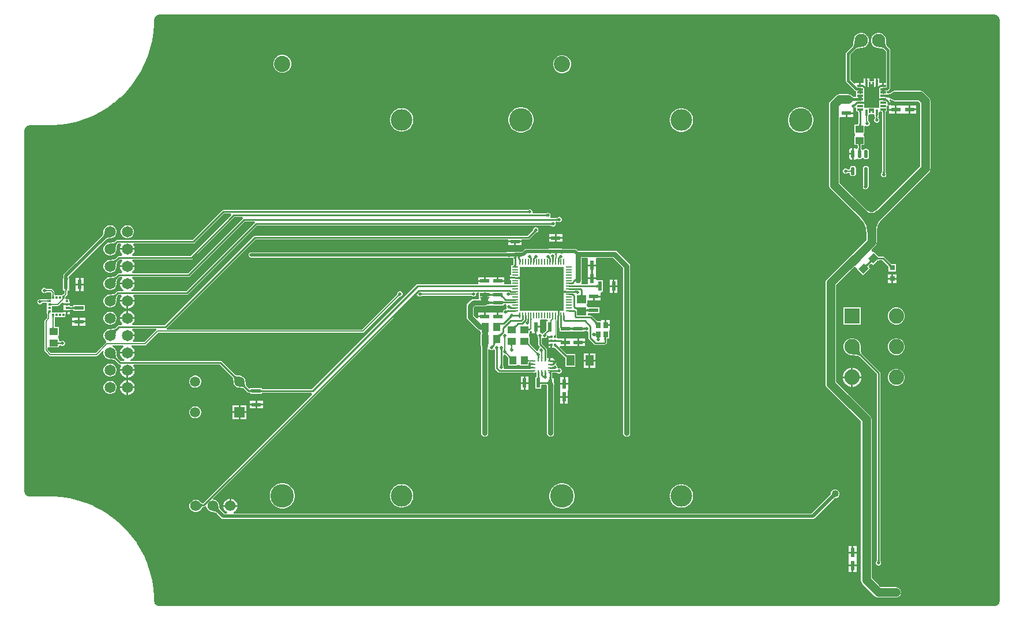
<source format=gtl>
G04*
G04 #@! TF.GenerationSoftware,Altium Limited,Altium Designer,25.2.1 (25)*
G04*
G04 Layer_Physical_Order=1*
G04 Layer_Color=255*
%FSLAX25Y25*%
%MOIN*%
G70*
G04*
G04 #@! TF.SameCoordinates,2F33FC32-E69D-4905-AB7C-0DFD41B7419D*
G04*
G04*
G04 #@! TF.FilePolarity,Positive*
G04*
G01*
G75*
%ADD13C,0.02000*%
%ADD16C,0.01000*%
%ADD21R,0.03150X0.03150*%
%ADD22R,0.04724X0.06299*%
%ADD23R,0.01200X0.03200*%
%ADD24R,0.03200X0.01200*%
G04:AMPARAMS|DCode=25|XSize=47.64mil|YSize=23.23mil|CornerRadius=5.81mil|HoleSize=0mil|Usage=FLASHONLY|Rotation=270.000|XOffset=0mil|YOffset=0mil|HoleType=Round|Shape=RoundedRectangle|*
%AMROUNDEDRECTD25*
21,1,0.04764,0.01161,0,0,270.0*
21,1,0.03602,0.02323,0,0,270.0*
1,1,0.01161,-0.00581,-0.01801*
1,1,0.01161,-0.00581,0.01801*
1,1,0.01161,0.00581,0.01801*
1,1,0.01161,0.00581,-0.01801*
%
%ADD25ROUNDEDRECTD25*%
%ADD26R,0.04700X0.04000*%
%ADD27R,0.01800X0.01200*%
%ADD28R,0.01200X0.01800*%
%ADD30R,0.05700X0.04600*%
%ADD31R,0.03150X0.03543*%
%ADD32R,0.05787X0.02441*%
%ADD33R,0.02441X0.05787*%
%ADD34R,0.04000X0.04700*%
G04:AMPARAMS|DCode=35|XSize=40mil|YSize=47mil|CornerRadius=0mil|HoleSize=0mil|Usage=FLASHONLY|Rotation=315.000|XOffset=0mil|YOffset=0mil|HoleType=Round|Shape=Rectangle|*
%AMROTATEDRECTD35*
4,1,4,-0.03076,-0.00248,0.00248,0.03076,0.03076,0.00248,-0.00248,-0.03076,-0.03076,-0.00248,0.0*
%
%ADD35ROTATEDRECTD35*%

%ADD40R,0.08500X0.12400*%
%ADD41R,0.25600X0.25600*%
%ADD51C,0.06200*%
%ADD57C,0.13000*%
%ADD59C,0.26000*%
%ADD60R,0.01870X0.00984*%
%ADD61R,0.00984X0.01870*%
%ADD62R,0.03600X0.01000*%
%ADD63R,0.01000X0.03600*%
%ADD64R,0.01181X0.01181*%
%ADD65C,0.05000*%
%ADD66C,0.00915*%
%ADD67C,0.00457*%
%ADD68C,0.03000*%
%ADD69C,0.00800*%
%ADD70C,0.01500*%
%ADD71C,0.05937*%
%ADD72R,0.05937X0.05937*%
%ADD73C,0.08858*%
%ADD74R,0.08858X0.08858*%
%ADD75C,0.13583*%
%ADD76C,0.09409*%
%ADD77C,0.12480*%
%ADD78C,0.07677*%
%ADD79C,0.06496*%
%ADD80C,0.02000*%
%ADD81C,0.04000*%
%ADD82C,0.03000*%
%ADD83C,0.18000*%
G36*
X562369Y342866D02*
X562912Y342641D01*
X563400Y342315D01*
X563815Y341900D01*
X564141Y341412D01*
X564366Y340869D01*
X564480Y340294D01*
Y340000D01*
Y4000D01*
Y3706D01*
X564366Y3131D01*
X564141Y2588D01*
X563815Y2100D01*
X563400Y1685D01*
X562912Y1359D01*
X562369Y1134D01*
X561794Y1020D01*
X561500D01*
X79000Y1020D01*
X78706D01*
X78131Y1134D01*
X77588Y1359D01*
X77100Y1685D01*
X76685Y2100D01*
X76359Y2588D01*
X76134Y3131D01*
X76020Y3706D01*
X76020Y4000D01*
X76018Y4010D01*
X76019Y4020D01*
X75973Y6356D01*
X75967Y6386D01*
X75971Y6416D01*
X75604Y11073D01*
X75593Y11112D01*
X75595Y11153D01*
X74864Y15767D01*
X74850Y15805D01*
X74848Y15846D01*
X73757Y20389D01*
X73741Y20425D01*
X73736Y20466D01*
X72292Y24909D01*
X72272Y24944D01*
X72264Y24984D01*
X70476Y29300D01*
X70454Y29334D01*
X70443Y29373D01*
X68322Y33536D01*
X68297Y33568D01*
X68283Y33606D01*
X65842Y37589D01*
X65814Y37619D01*
X65797Y37656D01*
X63051Y41435D01*
X63021Y41463D01*
X63002Y41498D01*
X59967Y45051D01*
X59936Y45076D01*
X59913Y45110D01*
X56610Y48413D01*
X56576Y48436D01*
X56551Y48467D01*
X52998Y51502D01*
X52963Y51521D01*
X52935Y51551D01*
X49156Y54297D01*
X49119Y54314D01*
X49089Y54342D01*
X45106Y56783D01*
X45068Y56797D01*
X45036Y56822D01*
X40873Y58943D01*
X40834Y58954D01*
X40800Y58976D01*
X36484Y60764D01*
X36444Y60772D01*
X36409Y60792D01*
X31966Y62236D01*
X31925Y62240D01*
X31889Y62257D01*
X27346Y63348D01*
X27305Y63350D01*
X27267Y63364D01*
X22653Y64095D01*
X22613Y64093D01*
X22573Y64104D01*
X17916Y64470D01*
X17886Y64467D01*
X17856Y64473D01*
X15520Y64519D01*
X15510Y64518D01*
X15500Y64520D01*
X3706D01*
X3131Y64634D01*
X2588Y64859D01*
X2100Y65185D01*
X1685Y65600D01*
X1359Y66088D01*
X1134Y66631D01*
X1020Y67206D01*
Y67500D01*
Y276000D01*
Y276294D01*
X1134Y276869D01*
X1359Y277412D01*
X1685Y277900D01*
X2100Y278315D01*
X2588Y278641D01*
X3131Y278866D01*
X3706Y278980D01*
X15000D01*
X15010Y278982D01*
X15020Y278981D01*
X17376Y279027D01*
X17405Y279033D01*
X17436Y279030D01*
X22132Y279399D01*
X22171Y279411D01*
X22212Y279409D01*
X26865Y280146D01*
X26903Y280160D01*
X26943Y280161D01*
X31524Y281261D01*
X31561Y281278D01*
X31602Y281283D01*
X36082Y282739D01*
X36117Y282759D01*
X36157Y282767D01*
X40510Y284570D01*
X40543Y284592D01*
X40582Y284603D01*
X44780Y286742D01*
X44812Y286767D01*
X44850Y286781D01*
X48867Y289243D01*
X48897Y289270D01*
X48934Y289287D01*
X52745Y292056D01*
X52772Y292086D01*
X52808Y292106D01*
X56390Y295165D01*
X56415Y295197D01*
X56449Y295220D01*
X59780Y298551D01*
X59803Y298585D01*
X59835Y298610D01*
X62894Y302192D01*
X62914Y302228D01*
X62944Y302255D01*
X65713Y306066D01*
X65730Y306103D01*
X65758Y306133D01*
X68219Y310150D01*
X68233Y310188D01*
X68258Y310220D01*
X70397Y314418D01*
X70408Y314457D01*
X70430Y314490D01*
X72233Y318843D01*
X72241Y318883D01*
X72261Y318918D01*
X73717Y323398D01*
X73722Y323439D01*
X73739Y323476D01*
X74839Y328057D01*
X74840Y328097D01*
X74854Y328135D01*
X75591Y332788D01*
X75590Y332829D01*
X75600Y332868D01*
X75970Y337564D01*
X75967Y337595D01*
X75973Y337624D01*
X76019Y339980D01*
X76018Y339990D01*
X76020Y340000D01*
Y340294D01*
X76134Y340869D01*
X76359Y341412D01*
X76685Y341900D01*
X77100Y342315D01*
X77588Y342641D01*
X78131Y342866D01*
X78706Y342981D01*
X561794D01*
X562369Y342866D01*
D02*
G37*
%LPC*%
G36*
X150768Y319760D02*
X149398D01*
X148074Y319405D01*
X146887Y318720D01*
X145918Y317751D01*
X145233Y316564D01*
X144878Y315240D01*
Y313870D01*
X145233Y312546D01*
X145918Y311359D01*
X146887Y310390D01*
X148074Y309705D01*
X149398Y309350D01*
X150768D01*
X152092Y309705D01*
X153278Y310390D01*
X154247Y311359D01*
X154933Y312546D01*
X155287Y313870D01*
Y315240D01*
X154933Y316564D01*
X154247Y317751D01*
X153278Y318720D01*
X152092Y319405D01*
X150768Y319760D01*
D02*
G37*
G36*
X312386Y319602D02*
X311016D01*
X309692Y319248D01*
X308505Y318562D01*
X307536Y317593D01*
X306851Y316407D01*
X306496Y315083D01*
Y313712D01*
X306851Y312389D01*
X307536Y311202D01*
X308505Y310233D01*
X309692Y309548D01*
X311016Y309193D01*
X312386D01*
X313710Y309548D01*
X314897Y310233D01*
X315866Y311202D01*
X316551Y312389D01*
X316905Y313712D01*
Y315083D01*
X316551Y316407D01*
X315866Y317593D01*
X314897Y318562D01*
X313710Y319248D01*
X312386Y319602D01*
D02*
G37*
G36*
X495071Y332370D02*
X493929D01*
X492825Y332074D01*
X491836Y331503D01*
X491028Y330695D01*
X490457Y329706D01*
X490161Y328603D01*
Y327460D01*
X490457Y326357D01*
X491028Y325367D01*
X491836Y324560D01*
X492825Y323989D01*
X493929Y323693D01*
X494431D01*
X494522Y323652D01*
X495520Y323622D01*
X495943Y323579D01*
X496334Y323517D01*
X496686Y323438D01*
X497000Y323342D01*
X497274Y323231D01*
X497511Y323108D01*
X497710Y322973D01*
X497904Y322803D01*
X497937Y322792D01*
X498775Y321954D01*
Y303521D01*
X497700D01*
Y301921D01*
X496700D01*
Y303521D01*
X495053D01*
Y306281D01*
X493953D01*
Y303681D01*
X492953D01*
Y306281D01*
X491853D01*
Y304623D01*
X491000D01*
X490500Y304494D01*
X490000Y304623D01*
X489147D01*
Y306281D01*
X488047D01*
Y303681D01*
X487047D01*
Y306281D01*
X485947D01*
Y303521D01*
X484300D01*
Y301921D01*
X483300D01*
Y303521D01*
X481200D01*
Y303401D01*
X480461Y303095D01*
X478274Y305281D01*
Y320004D01*
X481063Y322792D01*
X481096Y322803D01*
X481290Y322973D01*
X481489Y323108D01*
X481726Y323231D01*
X482000Y323342D01*
X482314Y323438D01*
X482666Y323517D01*
X483051Y323578D01*
X483959Y323647D01*
X484467Y323652D01*
X484563Y323693D01*
X485071D01*
X486175Y323989D01*
X487164Y324560D01*
X487972Y325367D01*
X488543Y326357D01*
X488839Y327460D01*
Y328603D01*
X488543Y329706D01*
X487972Y330695D01*
X487164Y331503D01*
X486175Y332074D01*
X485071Y332370D01*
X483929D01*
X482825Y332074D01*
X481836Y331503D01*
X481028Y330695D01*
X480457Y329706D01*
X480161Y328603D01*
Y328100D01*
X480121Y328009D01*
X480091Y327012D01*
X480048Y326589D01*
X479986Y326198D01*
X479906Y325846D01*
X479810Y325532D01*
X479700Y325257D01*
X479576Y325021D01*
X479441Y324821D01*
X479272Y324628D01*
X479261Y324594D01*
X476099Y321433D01*
X475822Y321019D01*
X475726Y320532D01*
Y304753D01*
X475822Y304266D01*
X476099Y303852D01*
X480781Y299170D01*
X481194Y298894D01*
X481682Y298797D01*
X481700D01*
Y295936D01*
X481110Y295395D01*
X480383Y295459D01*
X479818Y295545D01*
X479560Y295600D01*
X479140Y296147D01*
X478513Y296628D01*
X477783Y296931D01*
X477000Y297034D01*
X471929D01*
X471929Y297034D01*
X471146Y296931D01*
X470416Y296628D01*
X469789Y296147D01*
X469789Y296147D01*
X466860Y293219D01*
X466379Y292592D01*
X466077Y291862D01*
X465974Y291079D01*
Y244531D01*
X466077Y243748D01*
X466379Y243019D01*
X466860Y242392D01*
X484056Y225197D01*
X484068Y225163D01*
X484726Y224456D01*
X485302Y223737D01*
X485808Y222992D01*
X486246Y222221D01*
X486616Y221423D01*
X486918Y220596D01*
X487154Y219741D01*
X487323Y218857D01*
X487425Y217942D01*
X487459Y216977D01*
X487474Y216944D01*
Y212785D01*
X464860Y190171D01*
X464380Y189544D01*
X464077Y188815D01*
X463974Y188031D01*
Y129532D01*
X464077Y128748D01*
X464380Y128019D01*
X464860Y127392D01*
X484411Y107841D01*
Y32032D01*
Y24532D01*
Y16063D01*
X484514Y15280D01*
X484817Y14550D01*
X485297Y13923D01*
X490360Y8860D01*
X492360Y6860D01*
X492987Y6380D01*
X493717Y6077D01*
X494500Y5974D01*
X494500Y5974D01*
X504500D01*
X505283Y6077D01*
X506013Y6380D01*
X506640Y6860D01*
X507121Y7487D01*
X507423Y8217D01*
X507526Y9000D01*
X507423Y9783D01*
X507121Y10513D01*
X506640Y11140D01*
X506013Y11620D01*
X505283Y11923D01*
X504500Y12026D01*
X495753D01*
X494640Y13140D01*
X490463Y17316D01*
Y24532D01*
Y32032D01*
Y109094D01*
X490463Y109095D01*
X490360Y109878D01*
X490058Y110607D01*
X489577Y111234D01*
X470026Y130785D01*
Y186778D01*
X480624Y197377D01*
X480884Y197117D01*
X481084Y197318D01*
X482286Y196116D01*
X482086Y195915D01*
X485621Y192380D01*
X489652Y196410D01*
X488891Y197171D01*
X489028Y198117D01*
X489737Y198826D01*
X490446Y199055D01*
X491253Y198249D01*
X493580Y200576D01*
X493582Y200576D01*
X493586Y200582D01*
X493619Y200615D01*
X493650Y200625D01*
X493735Y200696D01*
X493811Y200744D01*
X493911Y200793D01*
X494037Y200840D01*
X494189Y200883D01*
X494366Y200920D01*
X494561Y200949D01*
X495046Y200986D01*
X495321Y200990D01*
X495370Y201012D01*
X496727D01*
X499819Y197920D01*
X499838Y197871D01*
X499962Y197740D01*
X500063Y197622D01*
X500149Y197508D01*
X500221Y197398D01*
X500281Y197292D01*
X500327Y197190D01*
X500362Y197093D01*
X500387Y197000D01*
X500402Y196909D01*
X500409Y196794D01*
X500425Y196762D01*
Y194606D01*
X504575D01*
Y198756D01*
X502420D01*
X502387Y198772D01*
X502272Y198779D01*
X502181Y198794D01*
X502088Y198819D01*
X501991Y198854D01*
X501890Y198901D01*
X501784Y198960D01*
X501673Y199032D01*
X501559Y199118D01*
X501441Y199219D01*
X501310Y199343D01*
X501261Y199362D01*
X497871Y202752D01*
X497540Y202974D01*
X497150Y203051D01*
X495368D01*
X495320Y203073D01*
X495140Y203077D01*
X494985Y203089D01*
X494843Y203109D01*
X494714Y203136D01*
X494597Y203169D01*
X494493Y203208D01*
X494399Y203252D01*
X494316Y203301D01*
X494241Y203354D01*
X494155Y203430D01*
X494120Y203442D01*
X491748Y205815D01*
X491547Y205614D01*
X490687Y206474D01*
X490712Y207464D01*
X492640Y209392D01*
X493120Y210019D01*
X493423Y210748D01*
X493526Y211531D01*
Y216944D01*
X493541Y216977D01*
X493575Y217942D01*
X493677Y218857D01*
X493846Y219741D01*
X494081Y220596D01*
X494384Y221423D01*
X494754Y222221D01*
X495192Y222992D01*
X495698Y223737D01*
X496274Y224456D01*
X496932Y225163D01*
X496944Y225197D01*
X523640Y251892D01*
X524121Y252519D01*
X524423Y253248D01*
X524526Y254031D01*
Y293032D01*
X524423Y293815D01*
X524121Y294545D01*
X523640Y295171D01*
X520703Y298108D01*
X520076Y298589D01*
X519346Y298891D01*
X518563Y298994D01*
X504271D01*
X504005Y299029D01*
X503222Y298926D01*
X502492Y298624D01*
X501909Y298177D01*
X501878Y298154D01*
X501580Y297967D01*
X501272Y297802D01*
X500953Y297659D01*
X500623Y297538D01*
X500281Y297438D01*
X500100Y297399D01*
X499670Y297628D01*
X499314Y297997D01*
X499318Y298797D01*
X499805Y298894D01*
X500219Y299170D01*
X500951Y299902D01*
X501228Y300316D01*
X501325Y300803D01*
Y322481D01*
X501228Y322969D01*
X500951Y323383D01*
X499739Y324594D01*
X499728Y324628D01*
X499559Y324821D01*
X499424Y325021D01*
X499300Y325257D01*
X499190Y325532D01*
X499094Y325846D01*
X499014Y326198D01*
X498953Y326582D01*
X498884Y327491D01*
X498880Y327998D01*
X498839Y328095D01*
Y328603D01*
X498543Y329706D01*
X497972Y330695D01*
X497164Y331503D01*
X496175Y332074D01*
X495071Y332370D01*
D02*
G37*
G36*
X219664Y288933D02*
X218336D01*
X217034Y288674D01*
X215807Y288166D01*
X214703Y287428D01*
X213765Y286490D01*
X213027Y285386D01*
X212519Y284159D01*
X212260Y282857D01*
Y281529D01*
X212519Y280227D01*
X213027Y279000D01*
X213765Y277896D01*
X214703Y276958D01*
X215807Y276220D01*
X217034Y275712D01*
X218336Y275453D01*
X219664D01*
X220966Y275712D01*
X222193Y276220D01*
X223297Y276958D01*
X224235Y277896D01*
X224973Y279000D01*
X225481Y280227D01*
X225740Y281529D01*
Y282857D01*
X225481Y284159D01*
X224973Y285386D01*
X224235Y286490D01*
X223297Y287428D01*
X222193Y288166D01*
X220966Y288674D01*
X219664Y288933D01*
D02*
G37*
G36*
X381282Y288776D02*
X379954D01*
X378652Y288517D01*
X377426Y288008D01*
X376322Y287271D01*
X375383Y286332D01*
X374645Y285228D01*
X374137Y284001D01*
X373878Y282699D01*
Y281372D01*
X374137Y280069D01*
X374645Y278843D01*
X375383Y277739D01*
X376322Y276800D01*
X377426Y276062D01*
X378652Y275554D01*
X379954Y275295D01*
X381282D01*
X382584Y275554D01*
X383811Y276062D01*
X384915Y276800D01*
X385854Y277739D01*
X386591Y278843D01*
X387099Y280069D01*
X387358Y281372D01*
Y282699D01*
X387099Y284001D01*
X386591Y285228D01*
X385854Y286332D01*
X384915Y287271D01*
X383811Y288008D01*
X382584Y288517D01*
X381282Y288776D01*
D02*
G37*
G36*
X288635Y289484D02*
X287199D01*
X285790Y289204D01*
X284464Y288654D01*
X283269Y287857D01*
X282254Y286841D01*
X281456Y285647D01*
X280906Y284320D01*
X280626Y282911D01*
Y281475D01*
X280906Y280066D01*
X281456Y278739D01*
X282254Y277545D01*
X283269Y276529D01*
X284464Y275731D01*
X285790Y275182D01*
X287199Y274902D01*
X288635D01*
X290044Y275182D01*
X291371Y275731D01*
X292565Y276529D01*
X293581Y277545D01*
X294379Y278739D01*
X294929Y280066D01*
X295209Y281475D01*
Y282911D01*
X294929Y284320D01*
X294379Y285647D01*
X293581Y286841D01*
X292565Y287857D01*
X291371Y288654D01*
X290044Y289204D01*
X288635Y289484D01*
D02*
G37*
G36*
X450254Y289327D02*
X448817D01*
X447409Y289047D01*
X446082Y288497D01*
X444887Y287699D01*
X443872Y286683D01*
X443074Y285489D01*
X442524Y284162D01*
X442244Y282754D01*
Y281317D01*
X442524Y279909D01*
X443074Y278582D01*
X443872Y277387D01*
X444887Y276372D01*
X446082Y275574D01*
X447409Y275024D01*
X448817Y274744D01*
X450254D01*
X451662Y275024D01*
X452989Y275574D01*
X454183Y276372D01*
X455199Y277387D01*
X455997Y278582D01*
X456547Y279909D01*
X456827Y281317D01*
Y282754D01*
X456547Y284162D01*
X455997Y285489D01*
X455199Y286683D01*
X454183Y287699D01*
X452989Y288497D01*
X451662Y289047D01*
X450254Y289327D01*
D02*
G37*
G36*
X293298Y230500D02*
X292702D01*
X292150Y230272D01*
X292014Y230135D01*
X291943Y230110D01*
X291939Y230110D01*
X291937Y230108D01*
X291927Y230105D01*
X291912Y230092D01*
X291908Y230090D01*
X291890Y230083D01*
X291860Y230073D01*
X291817Y230063D01*
X291769Y230056D01*
X291614Y230043D01*
X291524Y230041D01*
X291475Y230020D01*
X116000D01*
X115610Y229942D01*
X115279Y229721D01*
X98326Y212768D01*
X54748D01*
X54358Y212690D01*
X54027Y212469D01*
X53484Y211926D01*
X53442Y211912D01*
X53299Y211790D01*
X53151Y211696D01*
X52964Y211606D01*
X52736Y211524D01*
X52467Y211451D01*
X52158Y211391D01*
X51815Y211344D01*
X50993Y211292D01*
X50529Y211289D01*
X50432Y211248D01*
X50007D01*
X49053Y210993D01*
X48199Y210499D01*
X47501Y209801D01*
X47007Y208947D01*
X46752Y207993D01*
Y207007D01*
X47007Y206053D01*
X47501Y205199D01*
X48199Y204501D01*
X49053Y204007D01*
X50007Y203752D01*
X50993D01*
X51947Y204007D01*
X52801Y204501D01*
X53499Y205199D01*
X53993Y206053D01*
X54248Y207007D01*
Y207432D01*
X54289Y207529D01*
X54292Y207993D01*
X54344Y208816D01*
X54391Y209158D01*
X54451Y209467D01*
X54524Y209736D01*
X54606Y209964D01*
X54696Y210151D01*
X54790Y210298D01*
X54912Y210442D01*
X54926Y210484D01*
X55170Y210728D01*
X56695D01*
X56997Y209928D01*
X56542Y209140D01*
X56252Y208059D01*
Y208000D01*
X60500D01*
X64748D01*
Y208059D01*
X64459Y209140D01*
X64003Y209928D01*
X64305Y210728D01*
X98748D01*
X99138Y210806D01*
X99469Y211027D01*
X116422Y227980D01*
X120407D01*
X120738Y227180D01*
X97078Y203520D01*
X63637D01*
X63327Y204320D01*
X63899Y204892D01*
X64459Y205860D01*
X64748Y206941D01*
Y207000D01*
X60500D01*
X56252D01*
Y206941D01*
X56542Y205860D01*
X57101Y204892D01*
X57673Y204320D01*
X57363Y203520D01*
X55500D01*
X55110Y203442D01*
X54779Y203221D01*
X53484Y201926D01*
X53442Y201912D01*
X53299Y201790D01*
X53151Y201696D01*
X52964Y201606D01*
X52736Y201524D01*
X52467Y201451D01*
X52158Y201391D01*
X51815Y201344D01*
X50993Y201292D01*
X50529Y201289D01*
X50432Y201248D01*
X50007D01*
X49053Y200993D01*
X48199Y200499D01*
X47501Y199801D01*
X47007Y198947D01*
X46752Y197993D01*
Y197007D01*
X47007Y196053D01*
X47501Y195199D01*
X48199Y194501D01*
X49053Y194007D01*
X50007Y193752D01*
X50993D01*
X51947Y194007D01*
X52801Y194501D01*
X53499Y195199D01*
X53993Y196053D01*
X54248Y197007D01*
Y197432D01*
X54289Y197529D01*
X54292Y197993D01*
X54344Y198816D01*
X54391Y199158D01*
X54451Y199467D01*
X54524Y199736D01*
X54606Y199964D01*
X54696Y200151D01*
X54790Y200299D01*
X54912Y200442D01*
X54926Y200484D01*
X55922Y201480D01*
X57363D01*
X57673Y200680D01*
X57101Y200108D01*
X56542Y199140D01*
X56252Y198059D01*
Y198000D01*
X60500D01*
X64748D01*
Y198059D01*
X64459Y199140D01*
X63899Y200108D01*
X63327Y200680D01*
X63637Y201480D01*
X97500D01*
X97890Y201558D01*
X98221Y201779D01*
X122422Y225980D01*
X126976D01*
X127226Y225354D01*
X127239Y225180D01*
X95578Y193520D01*
X63637D01*
X63327Y194320D01*
X63899Y194892D01*
X64459Y195860D01*
X64748Y196941D01*
Y197000D01*
X60500D01*
X56252D01*
Y196941D01*
X56542Y195860D01*
X57101Y194892D01*
X57673Y194320D01*
X57363Y193520D01*
X55500D01*
X55110Y193442D01*
X54779Y193221D01*
X53484Y191926D01*
X53442Y191912D01*
X53299Y191790D01*
X53151Y191696D01*
X52964Y191606D01*
X52736Y191524D01*
X52467Y191451D01*
X52158Y191391D01*
X51815Y191344D01*
X50993Y191292D01*
X50529Y191289D01*
X50432Y191248D01*
X50007D01*
X49053Y190993D01*
X48199Y190499D01*
X47501Y189801D01*
X47007Y188947D01*
X46752Y187993D01*
Y187007D01*
X47007Y186053D01*
X47501Y185199D01*
X48199Y184501D01*
X49053Y184007D01*
X50007Y183752D01*
X50993D01*
X51947Y184007D01*
X52801Y184501D01*
X53499Y185199D01*
X53993Y186053D01*
X54248Y187007D01*
Y187432D01*
X54289Y187529D01*
X54292Y187993D01*
X54344Y188815D01*
X54391Y189158D01*
X54451Y189467D01*
X54524Y189736D01*
X54606Y189964D01*
X54696Y190151D01*
X54790Y190299D01*
X54912Y190442D01*
X54926Y190484D01*
X55922Y191480D01*
X57363D01*
X57673Y190680D01*
X57101Y190108D01*
X56542Y189140D01*
X56252Y188059D01*
Y188000D01*
X60500D01*
X64748D01*
Y188059D01*
X64459Y189140D01*
X63899Y190108D01*
X63327Y190680D01*
X63637Y191480D01*
X96000D01*
X96390Y191558D01*
X96721Y191779D01*
X128422Y223480D01*
X133976D01*
X134226Y222853D01*
X134239Y222680D01*
X94578Y183020D01*
X62836D01*
X62621Y183820D01*
X63108Y184101D01*
X63899Y184892D01*
X64459Y185860D01*
X64748Y186941D01*
Y187000D01*
X60500D01*
X56252D01*
Y186941D01*
X56542Y185860D01*
X57101Y184892D01*
X57892Y184101D01*
X58379Y183820D01*
X58164Y183020D01*
X55000D01*
X54610Y182942D01*
X54279Y182721D01*
X53484Y181926D01*
X53442Y181912D01*
X53299Y181790D01*
X53151Y181696D01*
X52964Y181606D01*
X52736Y181524D01*
X52467Y181451D01*
X52158Y181391D01*
X51815Y181344D01*
X50993Y181292D01*
X50529Y181289D01*
X50432Y181248D01*
X50007D01*
X49053Y180993D01*
X48199Y180499D01*
X47501Y179801D01*
X47007Y178947D01*
X46752Y177993D01*
Y177007D01*
X47007Y176053D01*
X47501Y175199D01*
X48199Y174501D01*
X49053Y174007D01*
X50007Y173752D01*
X50993D01*
X51947Y174007D01*
X52801Y174501D01*
X53499Y175199D01*
X53993Y176053D01*
X54248Y177007D01*
Y177432D01*
X54289Y177529D01*
X54292Y177993D01*
X54344Y178815D01*
X54391Y179158D01*
X54451Y179467D01*
X54524Y179736D01*
X54606Y179964D01*
X54696Y180151D01*
X54790Y180299D01*
X54912Y180442D01*
X54926Y180484D01*
X55422Y180980D01*
X56841D01*
X57173Y180180D01*
X57101Y180108D01*
X56542Y179140D01*
X56252Y178059D01*
Y178000D01*
X60500D01*
X64748D01*
Y178059D01*
X64459Y179140D01*
X63899Y180108D01*
X63827Y180180D01*
X64159Y180980D01*
X95000D01*
X95390Y181058D01*
X95721Y181279D01*
X135422Y220980D01*
X304967D01*
X305013Y220959D01*
X305203Y220952D01*
X305263Y220946D01*
X305317Y220937D01*
X305360Y220927D01*
X305390Y220918D01*
X305408Y220910D01*
X305412Y220908D01*
X305427Y220895D01*
X305437Y220892D01*
X305439Y220890D01*
X305443Y220890D01*
X305514Y220865D01*
X305650Y220728D01*
X306202Y220500D01*
X306798D01*
X307350Y220728D01*
X307772Y221150D01*
X308000Y221702D01*
Y222298D01*
X307842Y222680D01*
X307956Y222945D01*
X308380Y223337D01*
X308927Y223395D01*
X308937Y223392D01*
X308939Y223391D01*
X308943Y223390D01*
X309014Y223365D01*
X309150Y223228D01*
X309702Y223000D01*
X310298D01*
X310850Y223228D01*
X311272Y223650D01*
X311500Y224202D01*
Y224798D01*
X311272Y225350D01*
X310850Y225772D01*
X310298Y226000D01*
X309702D01*
X309150Y225772D01*
X309014Y225635D01*
X308943Y225610D01*
X308939Y225609D01*
X308937Y225608D01*
X308927Y225605D01*
X308912Y225592D01*
X308908Y225590D01*
X308890Y225583D01*
X308860Y225573D01*
X308817Y225563D01*
X308769Y225556D01*
X308614Y225543D01*
X308524Y225541D01*
X308475Y225520D01*
X305272D01*
X305084Y225757D01*
X304842Y226320D01*
X305000Y226702D01*
Y227298D01*
X304772Y227850D01*
X304350Y228272D01*
X303798Y228500D01*
X303202D01*
X302650Y228272D01*
X302514Y228135D01*
X302443Y228110D01*
X302439Y228110D01*
X302437Y228108D01*
X302427Y228105D01*
X302412Y228092D01*
X302408Y228090D01*
X302390Y228082D01*
X302360Y228073D01*
X302317Y228063D01*
X302269Y228056D01*
X302114Y228043D01*
X302024Y228041D01*
X301975Y228020D01*
X295083D01*
X294500Y228702D01*
Y229298D01*
X294272Y229850D01*
X293850Y230272D01*
X293298Y230500D01*
D02*
G37*
G36*
X311894Y216158D02*
X308500D01*
Y214437D01*
X311894D01*
Y216158D01*
D02*
G37*
G36*
X307500D02*
X304106D01*
Y214437D01*
X307500D01*
Y216158D01*
D02*
G37*
G36*
X60993Y221248D02*
X60007D01*
X59053Y220993D01*
X58199Y220499D01*
X57501Y219801D01*
X57007Y218947D01*
X56752Y217993D01*
Y217007D01*
X57007Y216053D01*
X57501Y215199D01*
X58199Y214501D01*
X59053Y214007D01*
X60007Y213752D01*
X60993D01*
X61947Y214007D01*
X62801Y214501D01*
X63499Y215199D01*
X63993Y216053D01*
X64248Y217007D01*
Y217993D01*
X63993Y218947D01*
X63499Y219801D01*
X62801Y220499D01*
X61947Y220993D01*
X60993Y221248D01*
D02*
G37*
G36*
X50993D02*
X50007D01*
X49053Y220993D01*
X48199Y220499D01*
X47501Y219801D01*
X47007Y218947D01*
X46752Y217993D01*
Y217572D01*
X46711Y217478D01*
X46704Y217146D01*
X46679Y216848D01*
X46636Y216567D01*
X46575Y216302D01*
X46496Y216055D01*
X46401Y215822D01*
X46288Y215604D01*
X46159Y215400D01*
X46012Y215207D01*
X45831Y215010D01*
X45822Y214984D01*
X23981Y193144D01*
X23650Y192648D01*
X23534Y192063D01*
Y191919D01*
X23522Y191892D01*
X23503Y190885D01*
X23472Y190435D01*
X23467Y190394D01*
X23343D01*
X23313Y189882D01*
X23343Y189811D01*
Y183606D01*
X24099D01*
X24110Y183539D01*
X24118Y183440D01*
X24122Y183304D01*
X24145Y183252D01*
Y181810D01*
X23722Y181386D01*
X23668Y181366D01*
X23566Y181269D01*
X23477Y181193D01*
X23391Y181129D01*
X23310Y181076D01*
X23233Y181034D01*
X23161Y181001D01*
X23094Y180978D01*
X23030Y180962D01*
X22969Y180953D01*
X22882Y180948D01*
X22822Y180920D01*
X18455D01*
X18443Y181080D01*
X18441Y181216D01*
X18418Y181270D01*
Y182500D01*
X18348Y182851D01*
X18149Y183149D01*
X17149Y184149D01*
X16851Y184348D01*
X16500Y184418D01*
X14085D01*
X14033Y184441D01*
X13951Y184443D01*
X13891Y184449D01*
X13839Y184458D01*
X13792Y184469D01*
X13752Y184482D01*
X13716Y184497D01*
X13684Y184514D01*
X13655Y184533D01*
X13627Y184555D01*
X13584Y184595D01*
X13491Y184630D01*
X13350Y184772D01*
X12798Y185000D01*
X12202D01*
X11650Y184772D01*
X11228Y184350D01*
X11000Y183798D01*
Y183202D01*
X11228Y182650D01*
X11650Y182228D01*
X12202Y182000D01*
X12798D01*
X13350Y182228D01*
X13491Y182370D01*
X13584Y182405D01*
X13627Y182445D01*
X13655Y182467D01*
X13684Y182486D01*
X13716Y182503D01*
X13752Y182518D01*
X13792Y182531D01*
X13839Y182542D01*
X13891Y182551D01*
X13951Y182557D01*
X14033Y182559D01*
X14085Y182582D01*
X16120D01*
X16582Y182120D01*
Y181272D01*
X16559Y181218D01*
X16554Y180945D01*
X16552Y180920D01*
X16447Y180920D01*
X16418Y180408D01*
X16442Y180351D01*
X16441Y180253D01*
X16447Y180245D01*
Y178553D01*
X14880D01*
X14663Y178553D01*
X14592Y178582D01*
X14080Y178553D01*
X13324Y178370D01*
X11552D01*
X11497Y178394D01*
X11169Y178397D01*
X10788Y178414D01*
X10616Y178432D01*
X10565Y178440D01*
X10534Y178447D01*
X10501Y178457D01*
X10421Y178449D01*
X10298Y178500D01*
X9702D01*
X9150Y178272D01*
X8728Y177850D01*
X8500Y177298D01*
Y176702D01*
X8728Y176150D01*
X9150Y175728D01*
X9702Y175500D01*
X10298D01*
X10850Y175728D01*
X11272Y176150D01*
X11386Y176427D01*
X11453Y176496D01*
X11454Y176497D01*
X11487Y176504D01*
X11536Y176509D01*
X11617Y176512D01*
X11643Y176524D01*
X11670Y176516D01*
X11703Y176535D01*
X13656D01*
X13668Y176526D01*
X14080Y176429D01*
Y174384D01*
Y171247D01*
X14080Y171027D01*
X14051Y170954D01*
X14080Y170447D01*
X14145Y169661D01*
Y167740D01*
X12851Y166447D01*
X12652Y166149D01*
X12582Y165798D01*
Y149000D01*
X12652Y148649D01*
X12851Y148351D01*
X15351Y145851D01*
X15649Y145652D01*
X16000Y145582D01*
X42500D01*
X42851Y145652D01*
X43149Y145851D01*
X46155Y148858D01*
X46873Y148443D01*
X46752Y147993D01*
Y147007D01*
X47007Y146053D01*
X47501Y145199D01*
X48199Y144501D01*
X49053Y144007D01*
X50007Y143752D01*
X50432D01*
X50529Y143711D01*
X50993Y143708D01*
X51815Y143656D01*
X52158Y143609D01*
X52467Y143549D01*
X52736Y143476D01*
X52964Y143394D01*
X53151Y143304D01*
X53299Y143210D01*
X53442Y143088D01*
X53484Y143074D01*
X55531Y141027D01*
X55862Y140806D01*
X56252Y140728D01*
X56695D01*
X56997Y139928D01*
X56542Y139140D01*
X56252Y138059D01*
Y138000D01*
X60500D01*
X64748D01*
Y138059D01*
X64459Y139140D01*
X64003Y139928D01*
X64305Y140728D01*
X113983D01*
X121189Y133522D01*
X121203Y133480D01*
X121319Y133346D01*
X121406Y133212D01*
X121489Y133043D01*
X121566Y132840D01*
X121633Y132601D01*
X121690Y132327D01*
X121733Y132024D01*
X121783Y131295D01*
X121786Y130884D01*
X121827Y130787D01*
Y130402D01*
X122063Y129519D01*
X122520Y128729D01*
X123166Y128083D01*
X123957Y127626D01*
X124839Y127390D01*
X125224D01*
X125321Y127349D01*
X125732Y127346D01*
X126461Y127296D01*
X126764Y127253D01*
X127038Y127196D01*
X127277Y127129D01*
X127480Y127052D01*
X127648Y126969D01*
X127783Y126882D01*
X127917Y126766D01*
X127959Y126752D01*
X129885Y124826D01*
X130216Y124605D01*
X130606Y124528D01*
X131056D01*
X131104Y124506D01*
X131278Y124502D01*
X131411Y124490D01*
X131515Y124473D01*
X131588Y124453D01*
X131606Y124446D01*
Y123716D01*
X138394D01*
Y124335D01*
X138412Y124343D01*
X138485Y124362D01*
X138589Y124380D01*
X138722Y124391D01*
X138896Y124396D01*
X138944Y124417D01*
X167046D01*
X167377Y123617D01*
X104235Y60475D01*
X104223Y60477D01*
X104036Y60524D01*
X103848Y60591D01*
X103659Y60678D01*
X103469Y60787D01*
X103276Y60919D01*
X103081Y61074D01*
X102885Y61253D01*
X102677Y61468D01*
X102639Y61484D01*
X102619Y61520D01*
X102554Y61537D01*
X102210Y61881D01*
X101390Y62355D01*
X100474Y62600D01*
X99526D01*
X98611Y62355D01*
X97790Y61881D01*
X97119Y61211D01*
X96645Y60390D01*
X96400Y59474D01*
Y58526D01*
X96645Y57610D01*
X97119Y56789D01*
X97790Y56119D01*
X98611Y55645D01*
X99526Y55400D01*
X100474D01*
X101390Y55645D01*
X102210Y56119D01*
X102881Y56789D01*
X103116Y57197D01*
X103174Y57231D01*
X103185Y57269D01*
X103216Y57293D01*
X103350Y57529D01*
X103479Y57720D01*
X103611Y57881D01*
X103743Y58016D01*
X103876Y58124D01*
X104011Y58209D01*
X104148Y58273D01*
X104289Y58319D01*
X104439Y58347D01*
X104632Y58358D01*
X104726Y58404D01*
X104990Y58456D01*
X105321Y58677D01*
X105600Y58956D01*
X106400Y58625D01*
Y58526D01*
X106645Y57610D01*
X107119Y56789D01*
X107790Y56119D01*
X108610Y55645D01*
X109526Y55400D01*
X109926D01*
X110019Y55359D01*
X110322Y55352D01*
X110594Y55328D01*
X110850Y55286D01*
X111093Y55228D01*
X111322Y55152D01*
X111539Y55060D01*
X111744Y54951D01*
X111939Y54825D01*
X112124Y54682D01*
X112316Y54505D01*
X112342Y54495D01*
X114919Y51919D01*
X115415Y51587D01*
X116000Y51471D01*
X456468D01*
X457054Y51587D01*
X457550Y51919D01*
X468476Y62845D01*
X468502Y62854D01*
X468793Y63124D01*
X468913Y63221D01*
X469029Y63304D01*
X469134Y63370D01*
X469229Y63420D01*
X469310Y63455D01*
X469379Y63476D01*
X469433Y63487D01*
X469512Y63491D01*
X469595Y63532D01*
X469997D01*
X470916Y63912D01*
X471619Y64615D01*
X472000Y65534D01*
Y66529D01*
X471619Y67448D01*
X470916Y68151D01*
X469997Y68532D01*
X469003D01*
X468084Y68151D01*
X467381Y67448D01*
X467000Y66529D01*
Y66126D01*
X466960Y66044D01*
X466955Y65964D01*
X466945Y65910D01*
X466924Y65842D01*
X466889Y65760D01*
X466839Y65666D01*
X466773Y65560D01*
X466693Y65450D01*
X466467Y65183D01*
X466330Y65041D01*
X466319Y65013D01*
X455835Y54529D01*
X122057D01*
X121842Y55329D01*
X122518Y55719D01*
X123281Y56482D01*
X123821Y57418D01*
X124100Y58460D01*
Y58500D01*
X115900D01*
Y58460D01*
X116179Y57418D01*
X116719Y56482D01*
X117482Y55719D01*
X118158Y55329D01*
X117943Y54529D01*
X116633D01*
X114505Y56658D01*
X114495Y56684D01*
X114318Y56876D01*
X114175Y57061D01*
X114049Y57256D01*
X113940Y57461D01*
X113848Y57678D01*
X113772Y57907D01*
X113714Y58150D01*
X113672Y58406D01*
X113647Y58678D01*
X113641Y58981D01*
X113600Y59074D01*
Y59474D01*
X113355Y60390D01*
X112881Y61211D01*
X112210Y61881D01*
X111390Y62355D01*
X110474Y62600D01*
X110375D01*
X110044Y63400D01*
X227349Y180705D01*
X228133Y180644D01*
X228327Y180552D01*
X228665Y180213D01*
X229217Y179985D01*
X229813D01*
X230365Y180213D01*
X230513Y180362D01*
X230607Y180398D01*
X230650Y180438D01*
X230677Y180460D01*
X230705Y180479D01*
X230737Y180495D01*
X230772Y180510D01*
X230812Y180524D01*
X230858Y180535D01*
X230910Y180543D01*
X230969Y180549D01*
X231051Y180552D01*
X231103Y180575D01*
X258919D01*
X258971Y180552D01*
X259053Y180549D01*
X259113Y180543D01*
X259166Y180535D01*
X259212Y180524D01*
X259254Y180510D01*
X259290Y180495D01*
X259323Y180478D01*
X259352Y180459D01*
X259380Y180437D01*
X259424Y180397D01*
X259515Y180363D01*
X259650Y180228D01*
X260202Y180000D01*
X260798D01*
X261350Y180228D01*
X261772Y180650D01*
X262000Y181202D01*
Y181798D01*
X262544Y182575D01*
X263606D01*
Y180174D01*
X263606Y179956D01*
X263577Y179886D01*
X263606Y179374D01*
X263489Y178623D01*
X263416Y178508D01*
X260437D01*
X260437Y178508D01*
X259657Y178352D01*
X258995Y177910D01*
X257058Y175973D01*
X256616Y175312D01*
X256461Y174531D01*
Y168289D01*
X256616Y167508D01*
X257058Y166847D01*
X262815Y161090D01*
X263477Y160647D01*
X263908Y160562D01*
X264181Y160421D01*
X264398Y160268D01*
X264638Y159884D01*
X264650Y159681D01*
X264697D01*
X264867Y158637D01*
X264650Y158381D01*
X264621Y157870D01*
X264648Y157805D01*
X264647Y157703D01*
X264650Y157700D01*
Y153481D01*
X264650Y153264D01*
X264621Y153193D01*
X264624Y153133D01*
X264624Y153133D01*
X264650Y152682D01*
X264675D01*
X264961Y150145D01*
Y101031D01*
X265000Y100835D01*
Y100634D01*
X265077Y100448D01*
X265116Y100251D01*
X265228Y100084D01*
X265304Y99899D01*
X265446Y99757D01*
X265558Y99590D01*
X265725Y99478D01*
X265867Y99336D01*
X266053Y99259D01*
X266220Y99147D01*
X266417Y99108D01*
X266602Y99032D01*
X266803D01*
X267000Y98992D01*
X267197Y99032D01*
X267398D01*
X267583Y99108D01*
X267780Y99147D01*
X267947Y99259D01*
X268133Y99336D01*
X268275Y99478D01*
X268442Y99590D01*
X268553Y99757D01*
X268695Y99899D01*
X268772Y100084D01*
X268884Y100251D01*
X268923Y100448D01*
X269000Y100634D01*
Y100835D01*
X269039Y101031D01*
Y149326D01*
X269315Y149468D01*
X269839Y149571D01*
X270150Y149260D01*
X270702Y149031D01*
X271298D01*
X271850Y149260D01*
X271982Y149392D01*
X272138Y149453D01*
X272220Y149463D01*
X272496Y149345D01*
X272667Y149238D01*
X272980Y148971D01*
Y138531D01*
X273058Y138141D01*
X273279Y137811D01*
X274816Y136273D01*
X275147Y136052D01*
X275537Y135975D01*
X295384D01*
X295423Y135967D01*
X295561Y135994D01*
X296858Y135994D01*
X297004Y135255D01*
Y133976D01*
X296983Y133927D01*
X296978Y133754D01*
X296966Y133621D01*
X296949Y133517D01*
X296930Y133443D01*
X296922Y133425D01*
X296217D01*
Y126638D01*
X299658D01*
Y128927D01*
X299659Y128930D01*
X299679Y128938D01*
X299751Y128957D01*
X299854Y128974D01*
X299987Y128986D01*
X300160Y128990D01*
X300208Y129012D01*
X302683D01*
X302961Y128873D01*
Y122031D01*
Y101031D01*
X303000Y100835D01*
Y100634D01*
X303077Y100448D01*
X303116Y100251D01*
X303228Y100084D01*
X303305Y99899D01*
X303447Y99757D01*
X303558Y99590D01*
X303725Y99478D01*
X303867Y99336D01*
X304053Y99259D01*
X304220Y99147D01*
X304417Y99108D01*
X304602Y99032D01*
X304803D01*
X305000Y98992D01*
X305197Y99032D01*
X305398D01*
X305583Y99108D01*
X305780Y99147D01*
X305947Y99259D01*
X306133Y99336D01*
X306275Y99478D01*
X306442Y99590D01*
X306554Y99757D01*
X306696Y99899D01*
X306772Y100084D01*
X306884Y100251D01*
X306923Y100448D01*
X307000Y100634D01*
Y100835D01*
X307039Y101031D01*
Y122031D01*
Y129215D01*
X307102Y129532D01*
X306947Y130312D01*
X306784Y130556D01*
Y132925D01*
X305922D01*
X305914Y132943D01*
X305894Y133017D01*
X305877Y133121D01*
X305866Y133254D01*
X305861Y133427D01*
X305839Y133475D01*
Y135390D01*
X305853Y135410D01*
X305954Y135975D01*
X308498D01*
X308547Y135953D01*
X308639Y135951D01*
X308796Y135939D01*
X308847Y135931D01*
X308892Y135922D01*
X308925Y135912D01*
X308945Y135904D01*
X308952Y135901D01*
X308968Y135888D01*
X308978Y135885D01*
X308979Y135884D01*
X308982Y135884D01*
X309046Y135864D01*
X309150Y135760D01*
X309702Y135531D01*
X310298D01*
X310850Y135760D01*
X311272Y136182D01*
X311500Y136733D01*
Y137330D01*
X311272Y137881D01*
X310850Y138303D01*
X310298Y138531D01*
X309739D01*
X309683Y138547D01*
X309000Y139107D01*
Y139330D01*
X308772Y139881D01*
X308422Y140230D01*
X308350Y140303D01*
X308204Y140579D01*
X308159Y141248D01*
X308221Y141311D01*
X308442Y141641D01*
X308520Y142032D01*
X308442Y142422D01*
X308221Y142753D01*
X307890Y142973D01*
X307793Y142993D01*
X307173Y143613D01*
X306842Y143834D01*
X306512Y143900D01*
Y144384D01*
X305077D01*
Y142892D01*
X304077D01*
Y144384D01*
X302988D01*
Y149563D01*
X302910Y149953D01*
X302690Y150284D01*
X300020Y152954D01*
Y155759D01*
X300366Y156034D01*
X300536Y156127D01*
X300846Y156178D01*
X300847Y156178D01*
X301202Y156032D01*
X301798D01*
X302350Y156260D01*
X302772Y156682D01*
X303000Y157233D01*
Y157434D01*
X303109Y157514D01*
X303824Y157153D01*
X305500D01*
Y156154D01*
X303909D01*
Y155063D01*
Y154842D01*
X305500D01*
Y153842D01*
X303909D01*
Y152532D01*
X305500D01*
Y152032D01*
X306000D01*
Y150441D01*
X307090D01*
X307090Y150441D01*
Y150441D01*
X307091Y150441D01*
X307828Y150291D01*
X313086Y145033D01*
X313403Y144822D01*
X313638Y144775D01*
Y139382D01*
X319362D01*
Y146681D01*
X314690D01*
X314595Y146700D01*
X314181D01*
X310307Y150574D01*
X310638Y151374D01*
X313000D01*
Y153595D01*
Y155815D01*
X309606D01*
Y155815D01*
X309059Y155933D01*
X308559Y156526D01*
Y156773D01*
X308560Y156775D01*
X308617Y157059D01*
Y157434D01*
X308640Y157624D01*
X308630Y157657D01*
X308644Y157689D01*
X308617Y157754D01*
Y166281D01*
X308949D01*
Y169081D01*
X309949D01*
Y166281D01*
X310004D01*
Y163729D01*
X309982Y163677D01*
X309993Y163652D01*
X309985Y163626D01*
X310004Y163423D01*
Y162272D01*
X310082Y161881D01*
X310106Y161845D01*
Y159748D01*
X316894D01*
Y159748D01*
X317606D01*
Y159748D01*
X324394D01*
Y159778D01*
X324514Y159979D01*
X324596Y160055D01*
X324637Y160084D01*
X325150Y160260D01*
X325702Y160031D01*
X326298D01*
X326980Y159448D01*
Y156032D01*
X327058Y155641D01*
X327279Y155310D01*
X330279Y152311D01*
X330610Y152090D01*
X331000Y152012D01*
X335914D01*
X336304Y152090D01*
X336635Y152311D01*
X337221Y152896D01*
X337442Y153227D01*
X337520Y153617D01*
Y155198D01*
X337541Y155246D01*
X337546Y155419D01*
X337557Y155552D01*
X337575Y155657D01*
X337594Y155730D01*
X337602Y155748D01*
X338906D01*
Y160167D01*
X339405Y160760D01*
X339405Y160760D01*
X339405Y160760D01*
Y163031D01*
X336831D01*
Y163531D01*
X336331D01*
Y166303D01*
X334256D01*
Y165803D01*
X332439D01*
X332378Y165832D01*
X332264Y165837D01*
X332175Y165851D01*
X332082Y165874D01*
X331986Y165907D01*
X331886Y165953D01*
X331781Y166010D01*
X331672Y166082D01*
X331558Y166167D01*
X331440Y166267D01*
X331310Y166391D01*
X331261Y166410D01*
X328949Y168721D01*
X328619Y168942D01*
X328228Y169020D01*
X326746D01*
X326486Y169624D01*
X326892Y170374D01*
X333394D01*
Y173815D01*
X326606D01*
X326350Y174350D01*
X326105D01*
X326066Y174391D01*
Y175650D01*
X326350D01*
Y177748D01*
X329500D01*
Y179969D01*
X330000D01*
Y180468D01*
X333894D01*
Y182189D01*
X334508Y182638D01*
X335283D01*
Y189425D01*
X331842D01*
Y189425D01*
X331157Y189703D01*
Y190032D01*
X328937D01*
X326716D01*
Y187051D01*
X323548D01*
X322783Y187138D01*
Y188506D01*
X322947Y188751D01*
X323102Y189532D01*
X323039Y189848D01*
Y197031D01*
Y198705D01*
Y202492D01*
X326154D01*
X326716Y201925D01*
Y198531D01*
X328937D01*
X331157D01*
Y201925D01*
X331720Y202492D01*
X341155D01*
X346961Y196687D01*
Y168032D01*
Y101031D01*
X347000Y100835D01*
Y100634D01*
X347077Y100448D01*
X347116Y100251D01*
X347228Y100084D01*
X347305Y99899D01*
X347446Y99757D01*
X347558Y99590D01*
X347725Y99478D01*
X347867Y99336D01*
X348053Y99259D01*
X348220Y99147D01*
X348417Y99108D01*
X348602Y99032D01*
X348803D01*
X349000Y98992D01*
X349197Y99032D01*
X349398D01*
X349583Y99108D01*
X349780Y99147D01*
X349947Y99259D01*
X350133Y99336D01*
X350275Y99478D01*
X350442Y99590D01*
X350553Y99757D01*
X350695Y99899D01*
X350772Y100084D01*
X350884Y100251D01*
X350923Y100448D01*
X351000Y100634D01*
Y100835D01*
X351039Y101031D01*
Y168032D01*
Y197531D01*
X350884Y198312D01*
X350442Y198973D01*
X350442Y198973D01*
X343442Y205973D01*
X342780Y206416D01*
X342000Y206571D01*
X321031D01*
X320912Y206547D01*
X320532Y206878D01*
X320423Y206986D01*
X320394Y206998D01*
X320362Y207031D01*
X320353Y207045D01*
X320346Y207046D01*
X320248Y207144D01*
X319752Y207476D01*
X319166Y207592D01*
X312918D01*
X312892Y207604D01*
X311885Y207623D01*
X311435Y207654D01*
X311394Y207659D01*
Y207784D01*
X310882Y207813D01*
X310811Y207784D01*
X305406D01*
X305189Y207784D01*
X305118Y207813D01*
X305063Y207809D01*
X305062Y207810D01*
X304606Y207784D01*
Y207762D01*
X303062Y207601D01*
X303046Y207592D01*
X291063D01*
X290478Y207476D01*
X289982Y207144D01*
X288689Y205852D01*
X287411Y205844D01*
X284720D01*
X284573Y205815D01*
X281906D01*
X281689Y205815D01*
X281618Y205844D01*
X281106Y205815D01*
Y205716D01*
X279978Y205638D01*
X279615Y205636D01*
X279587Y205624D01*
X138000Y205624D01*
X132095D01*
X131947Y205594D01*
X131796D01*
X131657Y205537D01*
X131509Y205507D01*
X131384Y205424D01*
X131245Y205366D01*
X131138Y205260D01*
X131013Y205176D01*
X130929Y205051D01*
X130823Y204944D01*
X130765Y204805D01*
X130682Y204680D01*
X130652Y204532D01*
X130595Y204393D01*
Y204242D01*
X130565Y204095D01*
X130595Y203947D01*
Y203796D01*
X130652Y203657D01*
X130682Y203509D01*
X130765Y203384D01*
X130823Y203245D01*
X130929Y203138D01*
X131013Y203013D01*
X131138Y202929D01*
X131245Y202823D01*
X131384Y202765D01*
X131509Y202681D01*
X131657Y202652D01*
X131796Y202594D01*
X131947D01*
X132095Y202565D01*
X138000D01*
X279546Y202565D01*
X279562Y202556D01*
X281106Y202395D01*
X281106Y202374D01*
X281562Y202348D01*
X281563Y202348D01*
X281618Y202345D01*
X281689Y202374D01*
X283201D01*
X283530Y201715D01*
Y198680D01*
X283509Y198632D01*
X283504Y198459D01*
X283493Y198326D01*
X283475Y198221D01*
X283456Y198148D01*
X283448Y198130D01*
X282250D01*
Y196130D01*
Y192331D01*
X281750D01*
Y191331D01*
X284550D01*
Y190331D01*
X281750D01*
Y189331D01*
X282250D01*
Y187126D01*
X278394D01*
Y188469D01*
X274500D01*
Y188969D01*
X274000D01*
Y191189D01*
X267500D01*
Y188969D01*
X267000D01*
Y188469D01*
X263106D01*
Y187126D01*
X228106D01*
X227716Y187048D01*
X227385Y186827D01*
X167015Y126457D01*
X138944D01*
X138896Y126478D01*
X138722Y126483D01*
X138589Y126494D01*
X138485Y126512D01*
X138412Y126531D01*
X138394Y126539D01*
Y127157D01*
X131606D01*
Y127104D01*
X130806Y126789D01*
X129401Y128194D01*
X129387Y128237D01*
X129272Y128371D01*
X129184Y128505D01*
X129101Y128673D01*
X129025Y128877D01*
X128957Y129116D01*
X128901Y129390D01*
X128857Y129692D01*
X128808Y130422D01*
X128805Y130833D01*
X128764Y130930D01*
Y131315D01*
X128527Y132197D01*
X128071Y132988D01*
X127425Y133634D01*
X126634Y134090D01*
X125752Y134327D01*
X125367D01*
X125270Y134368D01*
X124859Y134371D01*
X124129Y134420D01*
X123827Y134464D01*
X123553Y134520D01*
X123314Y134588D01*
X123110Y134664D01*
X122942Y134747D01*
X122808Y134835D01*
X122674Y134950D01*
X122631Y134964D01*
X115127Y142469D01*
X114796Y142690D01*
X114406Y142768D01*
X62343D01*
X62140Y143542D01*
X63108Y144101D01*
X63899Y144892D01*
X64459Y145860D01*
X64748Y146941D01*
Y147000D01*
X60500D01*
X56252D01*
Y146941D01*
X56542Y145860D01*
X57101Y144892D01*
X57892Y144101D01*
X58860Y143542D01*
X58657Y142768D01*
X56674D01*
X54926Y144516D01*
X54912Y144558D01*
X54790Y144701D01*
X54696Y144849D01*
X54606Y145036D01*
X54524Y145264D01*
X54451Y145533D01*
X54391Y145842D01*
X54344Y146185D01*
X54292Y147007D01*
X54289Y147471D01*
X54248Y147568D01*
Y147993D01*
X53993Y148947D01*
X53499Y149801D01*
X52801Y150499D01*
X51947Y150993D01*
X51798Y151032D01*
X51904Y151832D01*
X57908D01*
X58122Y151032D01*
X57892Y150899D01*
X57101Y150108D01*
X56542Y149140D01*
X56252Y148059D01*
Y148000D01*
X60500D01*
X64748D01*
Y148059D01*
X64459Y149140D01*
X63899Y150108D01*
X63108Y150899D01*
X62878Y151032D01*
X63092Y151832D01*
X70750D01*
X71101Y151902D01*
X71399Y152101D01*
X78380Y159082D01*
X196500D01*
X196851Y159152D01*
X197149Y159351D01*
X217528Y179731D01*
X217582Y179751D01*
X217641Y179807D01*
X217687Y179845D01*
X217731Y179876D01*
X217771Y179901D01*
X217810Y179920D01*
X217846Y179935D01*
X217880Y179946D01*
X217914Y179953D01*
X217949Y179957D01*
X218008Y179959D01*
X218098Y180000D01*
X218298D01*
X218850Y180228D01*
X219272Y180650D01*
X219500Y181202D01*
Y181798D01*
X219272Y182350D01*
X218850Y182772D01*
X218298Y183000D01*
X217702D01*
X217150Y182772D01*
X216728Y182350D01*
X216500Y181798D01*
Y181598D01*
X216459Y181508D01*
X216457Y181449D01*
X216453Y181414D01*
X216446Y181380D01*
X216435Y181345D01*
X216420Y181309D01*
X216401Y181271D01*
X216376Y181231D01*
X216345Y181187D01*
X216307Y181141D01*
X216251Y181081D01*
X216231Y181028D01*
X196120Y160918D01*
X83372D01*
X83129Y161718D01*
X83221Y161779D01*
X134611Y213169D01*
X280606D01*
Y212469D01*
X288394D01*
Y213169D01*
X292189D01*
X292579Y213247D01*
X292910Y213468D01*
X296137Y216695D01*
X296185Y216713D01*
X296324Y216842D01*
X296371Y216879D01*
X296416Y216912D01*
X296453Y216935D01*
X296481Y216950D01*
X296499Y216957D01*
X296502Y216959D01*
X296522Y216960D01*
X296532Y216965D01*
X296534Y216965D01*
X296538Y216967D01*
X296605Y217000D01*
X296798D01*
X297350Y217228D01*
X297772Y217650D01*
X298000Y218202D01*
Y218798D01*
X297772Y219350D01*
X297350Y219772D01*
X296798Y220000D01*
X296202D01*
X295650Y219772D01*
X295228Y219350D01*
X295000Y218798D01*
Y218605D01*
X294967Y218538D01*
X294965Y218534D01*
X294965Y218532D01*
X294960Y218522D01*
X294959Y218502D01*
X294957Y218499D01*
X294950Y218481D01*
X294935Y218453D01*
X294912Y218415D01*
X294883Y218376D01*
X294783Y218257D01*
X294720Y218192D01*
X294700Y218142D01*
X291767Y215209D01*
X134189D01*
X133799Y215131D01*
X133468Y214910D01*
X82078Y163520D01*
X63637D01*
X63327Y164320D01*
X63899Y164892D01*
X64459Y165860D01*
X64748Y166941D01*
Y167000D01*
X60500D01*
X56252D01*
Y166941D01*
X56542Y165860D01*
X57101Y164892D01*
X57673Y164320D01*
X57363Y163520D01*
X55500D01*
X55110Y163442D01*
X54779Y163221D01*
X53484Y161926D01*
X53442Y161912D01*
X53299Y161790D01*
X53151Y161696D01*
X52964Y161606D01*
X52736Y161524D01*
X52467Y161451D01*
X52158Y161391D01*
X51815Y161344D01*
X50993Y161292D01*
X50529Y161289D01*
X50432Y161248D01*
X50007D01*
X49053Y160993D01*
X48199Y160499D01*
X47501Y159801D01*
X47007Y158947D01*
X46752Y157993D01*
Y157007D01*
X47007Y156053D01*
X47501Y155199D01*
X48199Y154501D01*
X48362Y154406D01*
X48380Y154019D01*
X48289Y153525D01*
X48101Y153399D01*
X42120Y147418D01*
X16380D01*
X14418Y149380D01*
Y150487D01*
X15150Y150650D01*
Y150650D01*
X20850D01*
Y151602D01*
X21479Y152011D01*
X21609Y152051D01*
X21661Y152042D01*
X21708Y152031D01*
X21748Y152018D01*
X21784Y152003D01*
X21816Y151986D01*
X21845Y151967D01*
X21873Y151945D01*
X21916Y151905D01*
X22009Y151870D01*
X22150Y151728D01*
X22702Y151500D01*
X23298D01*
X23850Y151728D01*
X24272Y152150D01*
X24500Y152702D01*
Y153298D01*
X24272Y153850D01*
X23850Y154272D01*
X23298Y154500D01*
X22702D01*
X22150Y154272D01*
X22009Y154130D01*
X21916Y154095D01*
X21873Y154055D01*
X21845Y154033D01*
X21816Y154014D01*
X21784Y153997D01*
X21748Y153982D01*
X21708Y153969D01*
X21661Y153958D01*
X21609Y153949D01*
X21479Y153989D01*
X20850Y154398D01*
Y155650D01*
X20567D01*
Y157350D01*
X20850D01*
Y162350D01*
X18512D01*
X18500Y162418D01*
X18492Y162517D01*
X18488Y162652D01*
X18465Y162705D01*
Y167656D01*
X18474Y167668D01*
X18571Y168080D01*
X24553D01*
Y169947D01*
X25020D01*
Y171047D01*
X23620D01*
Y170880D01*
X16880D01*
Y174529D01*
X17041Y174541D01*
X17175Y174543D01*
X17230Y174567D01*
X20222D01*
X20573Y174636D01*
X20870Y174835D01*
X22820Y176785D01*
X23620Y176453D01*
Y175984D01*
X25520D01*
X27420D01*
Y177084D01*
X26920D01*
Y178553D01*
X24951D01*
X24656Y179108D01*
X24586Y179336D01*
X24595Y179396D01*
X24611Y179461D01*
X24634Y179528D01*
X24667Y179600D01*
X24709Y179677D01*
X24762Y179758D01*
X24826Y179843D01*
X24902Y179933D01*
X24999Y180035D01*
X25019Y180089D01*
X25712Y180781D01*
X25911Y181079D01*
X25981Y181430D01*
Y183252D01*
X26004Y183304D01*
X26008Y183439D01*
X26016Y183539D01*
X26028Y183606D01*
X26783D01*
Y189594D01*
X26783Y189811D01*
X26813Y189882D01*
X26783Y190394D01*
X26685D01*
X26611Y191448D01*
X47984Y212822D01*
X48010Y212831D01*
X48207Y213012D01*
X48399Y213159D01*
X48604Y213289D01*
X48822Y213401D01*
X49055Y213496D01*
X49303Y213575D01*
X49567Y213636D01*
X49848Y213679D01*
X50147Y213704D01*
X50478Y213711D01*
X50572Y213752D01*
X50993D01*
X51947Y214007D01*
X52801Y214501D01*
X53499Y215199D01*
X53993Y216053D01*
X54248Y217007D01*
Y217993D01*
X53993Y218947D01*
X53499Y219801D01*
X52801Y220499D01*
X51947Y220993D01*
X50993Y221248D01*
D02*
G37*
G36*
X311894Y213437D02*
X308500D01*
Y211717D01*
X311894D01*
Y213437D01*
D02*
G37*
G36*
X307500D02*
X304106D01*
Y211717D01*
X307500D01*
Y213437D01*
D02*
G37*
G36*
X288394Y211469D02*
X285000D01*
Y209748D01*
X288394D01*
Y211469D01*
D02*
G37*
G36*
X284000D02*
X280606D01*
Y209748D01*
X284000D01*
Y211469D01*
D02*
G37*
G36*
X331157Y197531D02*
X328937D01*
X326716D01*
Y194138D01*
Y191032D01*
X328937D01*
X331157D01*
Y194138D01*
Y197531D01*
D02*
G37*
G36*
X505075Y192957D02*
X503000D01*
Y190882D01*
X505075D01*
Y192957D01*
D02*
G37*
G36*
X502000D02*
X499925D01*
Y190882D01*
X502000D01*
Y192957D01*
D02*
G37*
G36*
X278394Y191189D02*
X275000D01*
Y189469D01*
X278394D01*
Y191189D01*
D02*
G37*
G36*
X266500D02*
X263106D01*
Y189469D01*
X266500D01*
Y191189D01*
D02*
G37*
G36*
X505075Y189882D02*
X503000D01*
Y187807D01*
X505075D01*
Y189882D01*
D02*
G37*
G36*
X502000D02*
X499925D01*
Y187807D01*
X502000D01*
Y189882D01*
D02*
G37*
G36*
X35157Y190894D02*
X33437D01*
Y187500D01*
X35157D01*
Y190894D01*
D02*
G37*
G36*
X32437D02*
X30716D01*
Y187500D01*
X32437D01*
Y190894D01*
D02*
G37*
G36*
X343657Y189925D02*
X341937D01*
Y186531D01*
X343657D01*
Y189925D01*
D02*
G37*
G36*
X340937D02*
X339216D01*
Y186531D01*
X340937D01*
Y189925D01*
D02*
G37*
G36*
X35157Y186500D02*
X33437D01*
Y183106D01*
X35157D01*
Y186500D01*
D02*
G37*
G36*
X32437D02*
X30716D01*
Y183106D01*
X32437D01*
Y186500D01*
D02*
G37*
G36*
X343657Y185531D02*
X341937D01*
Y182138D01*
X343657D01*
Y185531D01*
D02*
G37*
G36*
X340937D02*
X339216D01*
Y182138D01*
X340937D01*
Y185531D01*
D02*
G37*
G36*
X333894Y179469D02*
X330500D01*
Y177748D01*
X333894D01*
Y179469D01*
D02*
G37*
G36*
X35894Y175091D02*
X29107D01*
Y174578D01*
X29089Y174571D01*
X29015Y174551D01*
X28911Y174534D01*
X28778Y174522D01*
X28605Y174517D01*
X28556Y174496D01*
X27463D01*
X27420Y174514D01*
Y174984D01*
X25520D01*
X23620D01*
Y173884D01*
X23620D01*
Y173147D01*
X23620D01*
Y172047D01*
X25520D01*
X27420D01*
Y172435D01*
X27434Y172436D01*
X27478Y172457D01*
X28556D01*
X28605Y172435D01*
X28778Y172431D01*
X28911Y172419D01*
X29015Y172402D01*
X29089Y172382D01*
X29107Y172375D01*
Y171650D01*
X35894D01*
Y175091D01*
D02*
G37*
G36*
X64748Y177000D02*
X61000D01*
Y173252D01*
X61059D01*
X62140Y173541D01*
X63108Y174101D01*
X63899Y174892D01*
X64459Y175860D01*
X64748Y176941D01*
Y177000D01*
D02*
G37*
G36*
X60000D02*
X56252D01*
Y176941D01*
X56542Y175860D01*
X57101Y174892D01*
X57892Y174101D01*
X58860Y173541D01*
X59941Y173252D01*
X60000D01*
Y177000D01*
D02*
G37*
G36*
X27420Y171047D02*
X26020D01*
Y169947D01*
X27420D01*
Y171047D01*
D02*
G37*
G36*
X61059Y171748D02*
X61000D01*
Y168000D01*
X64748D01*
Y168059D01*
X64459Y169140D01*
X63899Y170108D01*
X63108Y170899D01*
X62140Y171458D01*
X61059Y171748D01*
D02*
G37*
G36*
X60000D02*
X59941D01*
X58860Y171458D01*
X57892Y170899D01*
X57101Y170108D01*
X56542Y169140D01*
X56252Y168059D01*
Y168000D01*
X60000D01*
Y171748D01*
D02*
G37*
G36*
X36394Y167717D02*
X33000D01*
Y165996D01*
X36394D01*
Y167717D01*
D02*
G37*
G36*
X32000D02*
X28607D01*
Y165996D01*
X32000D01*
Y167717D01*
D02*
G37*
G36*
X339405Y166303D02*
X337331D01*
Y164032D01*
X339405D01*
Y166303D01*
D02*
G37*
G36*
X505444Y173677D02*
X504146D01*
X502893Y173341D01*
X501769Y172692D01*
X500851Y171775D01*
X500202Y170651D01*
X499866Y169397D01*
Y168099D01*
X500202Y166846D01*
X500851Y165721D01*
X501769Y164804D01*
X502893Y164155D01*
X504146Y163819D01*
X505444D01*
X506698Y164155D01*
X507822Y164804D01*
X508740Y165721D01*
X509388Y166846D01*
X509724Y168099D01*
Y169397D01*
X509388Y170651D01*
X508740Y171775D01*
X507822Y172692D01*
X506698Y173341D01*
X505444Y173677D01*
D02*
G37*
G36*
X484134D02*
X474276D01*
Y163819D01*
X484134D01*
Y173677D01*
D02*
G37*
G36*
X50993Y171248D02*
X50007D01*
X49053Y170993D01*
X48199Y170499D01*
X47501Y169801D01*
X47007Y168947D01*
X46752Y167993D01*
Y167007D01*
X47007Y166053D01*
X47501Y165199D01*
X48199Y164501D01*
X49053Y164007D01*
X50007Y163752D01*
X50993D01*
X51947Y164007D01*
X52801Y164501D01*
X53499Y165199D01*
X53993Y166053D01*
X54248Y167007D01*
Y167993D01*
X53993Y168947D01*
X53499Y169801D01*
X52801Y170499D01*
X51947Y170993D01*
X50993Y171248D01*
D02*
G37*
G36*
X36394Y164996D02*
X33000D01*
Y163276D01*
X36394D01*
Y164996D01*
D02*
G37*
G36*
X32000D02*
X28607D01*
Y163276D01*
X32000D01*
Y164996D01*
D02*
G37*
G36*
X324894Y155815D02*
X321500D01*
Y154095D01*
X324894D01*
Y155815D01*
D02*
G37*
G36*
Y153094D02*
X321500D01*
Y151374D01*
X324894D01*
Y153094D01*
D02*
G37*
G36*
X320500Y155815D02*
X314000D01*
Y153595D01*
Y151374D01*
X320500D01*
Y153595D01*
Y155815D01*
D02*
G37*
G36*
X305000Y151532D02*
X303909D01*
Y150441D01*
X305000D01*
Y151532D01*
D02*
G37*
G36*
X505444Y155961D02*
X504146D01*
X502893Y155625D01*
X501769Y154976D01*
X500851Y154058D01*
X500202Y152934D01*
X499866Y151680D01*
Y150383D01*
X500202Y149129D01*
X500851Y148005D01*
X501769Y147087D01*
X502893Y146438D01*
X504146Y146102D01*
X505444D01*
X506698Y146438D01*
X507822Y147087D01*
X508740Y148005D01*
X509388Y149129D01*
X509724Y150383D01*
Y151680D01*
X509388Y152934D01*
X508740Y154058D01*
X507822Y154976D01*
X506698Y155625D01*
X505444Y155961D01*
D02*
G37*
G36*
X330886Y147181D02*
X328024D01*
Y143532D01*
X330886D01*
Y147181D01*
D02*
G37*
G36*
X327024D02*
X324161D01*
Y143532D01*
X327024D01*
Y147181D01*
D02*
G37*
G36*
X330886Y142532D02*
X328024D01*
Y138882D01*
X330886D01*
Y142532D01*
D02*
G37*
G36*
X327024D02*
X324161D01*
Y138882D01*
X327024D01*
Y142532D01*
D02*
G37*
G36*
X479919Y138744D02*
X479705D01*
Y133815D01*
X484634D01*
Y134030D01*
X484264Y135410D01*
X483549Y136648D01*
X482538Y137659D01*
X481300Y138374D01*
X479919Y138744D01*
D02*
G37*
G36*
X478705D02*
X478490D01*
X477109Y138374D01*
X475871Y137659D01*
X474860Y136648D01*
X474146Y135410D01*
X473776Y134030D01*
Y133815D01*
X478705D01*
Y138744D01*
D02*
G37*
G36*
X50993Y141248D02*
X50007D01*
X49053Y140993D01*
X48199Y140499D01*
X47501Y139801D01*
X47007Y138947D01*
X46752Y137993D01*
Y137007D01*
X47007Y136053D01*
X47501Y135199D01*
X48199Y134501D01*
X49053Y134007D01*
X50007Y133752D01*
X50993D01*
X51947Y134007D01*
X52801Y134501D01*
X53499Y135199D01*
X53993Y136053D01*
X54248Y137007D01*
Y137993D01*
X53993Y138947D01*
X53499Y139801D01*
X52801Y140499D01*
X51947Y140993D01*
X50993Y141248D01*
D02*
G37*
G36*
X64748Y137000D02*
X61000D01*
Y133252D01*
X61059D01*
X62140Y133542D01*
X63108Y134101D01*
X63899Y134892D01*
X64459Y135860D01*
X64748Y136941D01*
Y137000D01*
D02*
G37*
G36*
X60000D02*
X56252D01*
Y136941D01*
X56542Y135860D01*
X57101Y134892D01*
X57892Y134101D01*
X58860Y133542D01*
X59941Y133252D01*
X60000D01*
Y137000D01*
D02*
G37*
G36*
X292284Y133925D02*
X290563D01*
Y130532D01*
X292284D01*
Y133925D01*
D02*
G37*
G36*
X289563D02*
X287842D01*
Y130532D01*
X289563D01*
Y133925D01*
D02*
G37*
G36*
X315158Y133425D02*
X313437D01*
Y130032D01*
X315158D01*
Y133425D01*
D02*
G37*
G36*
X312437D02*
X310717D01*
Y130032D01*
X312437D01*
Y133425D01*
D02*
G37*
G36*
X505444Y138244D02*
X504146D01*
X502893Y137908D01*
X501769Y137259D01*
X500851Y136342D01*
X500202Y135217D01*
X499866Y133964D01*
Y132666D01*
X500202Y131412D01*
X500851Y130288D01*
X501769Y129371D01*
X502893Y128722D01*
X504146Y128386D01*
X505444D01*
X506698Y128722D01*
X507822Y129371D01*
X508740Y130288D01*
X509388Y131412D01*
X509724Y132666D01*
Y133964D01*
X509388Y135217D01*
X508740Y136342D01*
X507822Y137259D01*
X506698Y137908D01*
X505444Y138244D01*
D02*
G37*
G36*
X61059Y131748D02*
X61000D01*
Y128000D01*
X64748D01*
Y128059D01*
X64459Y129140D01*
X63899Y130108D01*
X63108Y130899D01*
X62140Y131458D01*
X61059Y131748D01*
D02*
G37*
G36*
X60000D02*
X59941D01*
X58860Y131458D01*
X57892Y130899D01*
X57101Y130108D01*
X56542Y129140D01*
X56252Y128059D01*
Y128000D01*
X60000D01*
Y131748D01*
D02*
G37*
G36*
X484634Y132815D02*
X479705D01*
Y127886D01*
X479919D01*
X481300Y128256D01*
X482538Y128971D01*
X483549Y129981D01*
X484264Y131219D01*
X484634Y132600D01*
Y132815D01*
D02*
G37*
G36*
X478705D02*
X473776D01*
Y132600D01*
X474146Y131219D01*
X474860Y129981D01*
X475871Y128971D01*
X477109Y128256D01*
X478490Y127886D01*
X478705D01*
Y132815D01*
D02*
G37*
G36*
X100161Y134327D02*
X99248D01*
X98366Y134090D01*
X97575Y133634D01*
X96929Y132988D01*
X96473Y132197D01*
X96236Y131315D01*
Y130402D01*
X96473Y129519D01*
X96929Y128729D01*
X97575Y128083D01*
X98366Y127626D01*
X99248Y127390D01*
X100161D01*
X101043Y127626D01*
X101834Y128083D01*
X102480Y128729D01*
X102937Y129519D01*
X103173Y130402D01*
Y131315D01*
X102937Y132197D01*
X102480Y132988D01*
X101834Y133634D01*
X101043Y134090D01*
X100161Y134327D01*
D02*
G37*
G36*
X292284Y129532D02*
X290563D01*
Y126138D01*
X292284D01*
Y129532D01*
D02*
G37*
G36*
X289563D02*
X287842D01*
Y126138D01*
X289563D01*
Y129532D01*
D02*
G37*
G36*
X50993Y131248D02*
X50007D01*
X49053Y130993D01*
X48199Y130499D01*
X47501Y129801D01*
X47007Y128947D01*
X46752Y127993D01*
Y127007D01*
X47007Y126053D01*
X47501Y125199D01*
X48199Y124501D01*
X49053Y124007D01*
X50007Y123752D01*
X50993D01*
X51947Y124007D01*
X52801Y124501D01*
X53499Y125199D01*
X53993Y126053D01*
X54248Y127007D01*
Y127993D01*
X53993Y128947D01*
X53499Y129801D01*
X52801Y130499D01*
X51947Y130993D01*
X50993Y131248D01*
D02*
G37*
G36*
X64748Y127000D02*
X61000D01*
Y123252D01*
X61059D01*
X62140Y123541D01*
X63108Y124101D01*
X63899Y124892D01*
X64459Y125860D01*
X64748Y126941D01*
Y127000D01*
D02*
G37*
G36*
X60000D02*
X56252D01*
Y126941D01*
X56542Y125860D01*
X57101Y124892D01*
X57892Y124101D01*
X58860Y123541D01*
X59941Y123252D01*
X60000D01*
Y127000D01*
D02*
G37*
G36*
X315158Y129032D02*
X312937D01*
X310717D01*
Y125925D01*
X310653D01*
Y122531D01*
X312874D01*
X315094D01*
Y125638D01*
X315158D01*
Y129032D01*
D02*
G37*
G36*
X315094Y121531D02*
X313374D01*
Y118138D01*
X315094D01*
Y121531D01*
D02*
G37*
G36*
X312374D02*
X310653D01*
Y118138D01*
X312374D01*
Y121531D01*
D02*
G37*
G36*
X138894Y119783D02*
X135500D01*
Y118063D01*
X138894D01*
Y119783D01*
D02*
G37*
G36*
X134500D02*
X131106D01*
Y118063D01*
X134500D01*
Y119783D01*
D02*
G37*
G36*
X138894Y117063D02*
X135500D01*
Y115342D01*
X138894D01*
Y117063D01*
D02*
G37*
G36*
X134500D02*
X131106D01*
Y115342D01*
X134500D01*
Y117063D01*
D02*
G37*
G36*
X129264Y117110D02*
X125795D01*
Y113642D01*
X129264D01*
Y117110D01*
D02*
G37*
G36*
X124795D02*
X121327D01*
Y113642D01*
X124795D01*
Y117110D01*
D02*
G37*
G36*
X100161Y116610D02*
X99248D01*
X98366Y116374D01*
X97575Y115917D01*
X96929Y115271D01*
X96473Y114480D01*
X96236Y113598D01*
Y112685D01*
X96473Y111803D01*
X96929Y111012D01*
X97575Y110366D01*
X98366Y109910D01*
X99248Y109673D01*
X100161D01*
X101043Y109910D01*
X101834Y110366D01*
X102480Y111012D01*
X102937Y111803D01*
X103173Y112685D01*
Y113598D01*
X102937Y114480D01*
X102480Y115271D01*
X101834Y115917D01*
X101043Y116374D01*
X100161Y116610D01*
D02*
G37*
G36*
X129264Y112642D02*
X125795D01*
Y109173D01*
X129264D01*
Y112642D01*
D02*
G37*
G36*
X124795D02*
X121327D01*
Y109173D01*
X124795D01*
Y112642D01*
D02*
G37*
G36*
X120540Y63100D02*
X120500D01*
Y59500D01*
X124100D01*
Y59540D01*
X123821Y60583D01*
X123281Y61518D01*
X122518Y62281D01*
X121582Y62821D01*
X120540Y63100D01*
D02*
G37*
G36*
X119500D02*
X119460D01*
X118418Y62821D01*
X117482Y62281D01*
X116719Y61518D01*
X116179Y60583D01*
X115900Y59540D01*
Y59500D01*
X119500D01*
Y63100D01*
D02*
G37*
G36*
X219664Y71610D02*
X218336D01*
X217034Y71351D01*
X215807Y70843D01*
X214703Y70105D01*
X213765Y69167D01*
X213027Y68063D01*
X212519Y66836D01*
X212260Y65534D01*
Y64206D01*
X212519Y62904D01*
X213027Y61677D01*
X213765Y60574D01*
X214703Y59635D01*
X215807Y58897D01*
X217034Y58389D01*
X218336Y58130D01*
X219664D01*
X220966Y58389D01*
X222193Y58897D01*
X223297Y59635D01*
X224235Y60574D01*
X224973Y61677D01*
X225481Y62904D01*
X225740Y64206D01*
Y65534D01*
X225481Y66836D01*
X224973Y68063D01*
X224235Y69167D01*
X223297Y70105D01*
X222193Y70843D01*
X220966Y71351D01*
X219664Y71610D01*
D02*
G37*
G36*
X381282Y71453D02*
X379954D01*
X378652Y71194D01*
X377426Y70686D01*
X376322Y69948D01*
X375383Y69009D01*
X374645Y67905D01*
X374137Y66679D01*
X373878Y65376D01*
Y64049D01*
X374137Y62747D01*
X374645Y61520D01*
X375383Y60416D01*
X376322Y59477D01*
X377426Y58740D01*
X378652Y58232D01*
X379954Y57973D01*
X381282D01*
X382584Y58232D01*
X383811Y58740D01*
X384915Y59477D01*
X385854Y60416D01*
X386591Y61520D01*
X387099Y62747D01*
X387358Y64049D01*
Y65376D01*
X387099Y66679D01*
X386591Y67905D01*
X385854Y69009D01*
X384915Y69948D01*
X383811Y70686D01*
X382584Y71194D01*
X381282Y71453D01*
D02*
G37*
G36*
X150801Y72161D02*
X149365D01*
X147956Y71881D01*
X146629Y71332D01*
X145435Y70534D01*
X144419Y69518D01*
X143621Y68324D01*
X143071Y66997D01*
X142791Y65588D01*
Y64152D01*
X143071Y62743D01*
X143621Y61416D01*
X144419Y60222D01*
X145435Y59206D01*
X146629Y58409D01*
X147956Y57859D01*
X149365Y57579D01*
X150801D01*
X152209Y57859D01*
X153536Y58409D01*
X154731Y59206D01*
X155746Y60222D01*
X156544Y61416D01*
X157094Y62743D01*
X157374Y64152D01*
Y65588D01*
X157094Y66997D01*
X156544Y68324D01*
X155746Y69518D01*
X154731Y70534D01*
X153536Y71332D01*
X152209Y71881D01*
X150801Y72161D01*
D02*
G37*
G36*
X312419Y72004D02*
X310983D01*
X309574Y71724D01*
X308247Y71174D01*
X307053Y70376D01*
X306037Y69361D01*
X305239Y68166D01*
X304690Y66839D01*
X304410Y65431D01*
Y63994D01*
X304690Y62586D01*
X305239Y61259D01*
X306037Y60065D01*
X307053Y59049D01*
X308247Y58251D01*
X309574Y57701D01*
X310983Y57421D01*
X312419D01*
X313828Y57701D01*
X315155Y58251D01*
X316349Y59049D01*
X317364Y60065D01*
X318162Y61259D01*
X318712Y62586D01*
X318992Y63994D01*
Y65431D01*
X318712Y66839D01*
X318162Y68166D01*
X317364Y69361D01*
X316349Y70376D01*
X315155Y71174D01*
X313828Y71724D01*
X312419Y72004D01*
D02*
G37*
G36*
X481783Y35925D02*
X480063D01*
Y32531D01*
X481783D01*
Y35925D01*
D02*
G37*
G36*
X479063D02*
X477343D01*
Y32531D01*
X479063D01*
Y35925D01*
D02*
G37*
G36*
X481783Y31532D02*
X479563D01*
X477343D01*
Y28138D01*
Y25032D01*
X479563D01*
X481783D01*
Y28138D01*
Y31532D01*
D02*
G37*
G36*
X479854Y155961D02*
X478556D01*
X477302Y155625D01*
X476178Y154976D01*
X475260Y154058D01*
X474612Y152934D01*
X474276Y151680D01*
Y150383D01*
X474612Y149129D01*
X475260Y148005D01*
X476178Y147087D01*
X477302Y146438D01*
X478556Y146102D01*
X479149D01*
X479247Y146061D01*
X479940Y146059D01*
X480564Y146037D01*
X481662Y145937D01*
X482111Y145861D01*
X482506Y145768D01*
X482838Y145662D01*
X483107Y145545D01*
X483312Y145424D01*
X483496Y145271D01*
X483536Y145258D01*
X493480Y135314D01*
Y27564D01*
X493459Y27518D01*
X493452Y27329D01*
X493445Y27269D01*
X493437Y27214D01*
X493427Y27172D01*
X493418Y27141D01*
X493410Y27123D01*
X493408Y27120D01*
X493395Y27105D01*
X493392Y27095D01*
X493391Y27093D01*
X493390Y27089D01*
X493365Y27018D01*
X493228Y26881D01*
X493000Y26330D01*
Y25733D01*
X493228Y25182D01*
X493650Y24760D01*
X494202Y24532D01*
X494798D01*
X495350Y24760D01*
X495772Y25182D01*
X496000Y25733D01*
Y26330D01*
X495772Y26881D01*
X495635Y27018D01*
X495610Y27089D01*
X495610Y27093D01*
X495608Y27095D01*
X495605Y27105D01*
X495592Y27120D01*
X495590Y27123D01*
X495582Y27141D01*
X495573Y27171D01*
X495563Y27214D01*
X495556Y27262D01*
X495543Y27417D01*
X495541Y27508D01*
X495520Y27557D01*
Y135736D01*
X495442Y136126D01*
X495221Y136457D01*
X484978Y146700D01*
X484966Y146740D01*
X484812Y146924D01*
X484691Y147129D01*
X484574Y147398D01*
X484468Y147731D01*
X484375Y148125D01*
X484301Y148569D01*
X484177Y150306D01*
X484175Y150989D01*
X484134Y151087D01*
Y151680D01*
X483798Y152934D01*
X483149Y154058D01*
X482231Y154976D01*
X481107Y155625D01*
X479854Y155961D01*
D02*
G37*
G36*
X481783Y24032D02*
X480063D01*
Y20638D01*
X481783D01*
Y24032D01*
D02*
G37*
G36*
X479063D02*
X477343D01*
Y20638D01*
X479063D01*
Y24032D01*
D02*
G37*
%LPD*%
G36*
X498343Y327468D02*
X498415Y326519D01*
X498483Y326096D01*
X498570Y325707D01*
X498679Y325351D01*
X498808Y325030D01*
X498958Y324743D01*
X499129Y324490D01*
X499321Y324271D01*
X498260Y323211D01*
X498041Y323402D01*
X497788Y323573D01*
X497501Y323723D01*
X497180Y323852D01*
X496825Y323961D01*
X496436Y324049D01*
X496012Y324116D01*
X495555Y324163D01*
X494538Y324193D01*
X498338Y327993D01*
X498343Y327468D01*
D02*
G37*
G36*
X484462Y324193D02*
X483936Y324188D01*
X482987Y324116D01*
X482564Y324049D01*
X482175Y323961D01*
X481820Y323852D01*
X481499Y323723D01*
X481212Y323573D01*
X480959Y323402D01*
X480740Y323211D01*
X479679Y324271D01*
X479871Y324490D01*
X480042Y324743D01*
X480192Y325030D01*
X480321Y325351D01*
X480430Y325707D01*
X480517Y326096D01*
X480585Y326519D01*
X480631Y326976D01*
X480662Y327993D01*
X484462Y324193D01*
D02*
G37*
G36*
X492000Y301232D02*
X489000D01*
Y304082D01*
X490000D01*
Y302782D01*
X491000D01*
Y304082D01*
X492000D01*
Y301232D01*
D02*
G37*
G36*
X488051Y302094D02*
X488135D01*
X488099Y301684D01*
X488127Y301579D01*
X488172Y301469D01*
X488227Y301379D01*
X488292Y301309D01*
X488367Y301259D01*
X488452Y301230D01*
X488547Y301220D01*
X488058D01*
X488047Y301094D01*
X487339D01*
X486262Y300016D01*
X486255Y300117D01*
X486234Y300223D01*
X486198Y300333D01*
X486149Y300447D01*
X486085Y300565D01*
X486007Y300688D01*
X485916Y300814D01*
X485810Y300945D01*
X485555Y301220D01*
X486262Y301927D01*
X486401Y301792D01*
X486667Y301566D01*
X486794Y301474D01*
X486888Y301414D01*
X486922Y301469D01*
X486967Y301579D01*
X486995Y301684D01*
X486959Y302094D01*
X487044D01*
X487047Y302220D01*
X488047D01*
X488051Y302094D01*
D02*
G37*
G36*
X493956D02*
X494041D01*
X494005Y301684D01*
X494033Y301579D01*
X494078Y301469D01*
X494112Y301414D01*
X494206Y301474D01*
X494333Y301566D01*
X494464Y301672D01*
X494738Y301927D01*
X495445Y301220D01*
X495311Y301080D01*
X495084Y300814D01*
X494993Y300688D01*
X494915Y300565D01*
X494851Y300447D01*
X494802Y300333D01*
X494766Y300223D01*
X494745Y300117D01*
X494738Y300016D01*
X493660Y301094D01*
X492953D01*
X492942Y301220D01*
X492453D01*
X492548Y301230D01*
X492633Y301259D01*
X492708Y301309D01*
X492773Y301379D01*
X492828Y301469D01*
X492873Y301579D01*
X492901Y301684D01*
X492865Y302094D01*
X492949D01*
X492953Y302220D01*
X493953D01*
X493956Y302094D01*
D02*
G37*
G36*
X497956Y299690D02*
X497975Y299455D01*
X497987Y299377D01*
X498581D01*
X498461Y299361D01*
X498353Y299317D01*
X498259Y299246D01*
X498177Y299148D01*
X498108Y299023D01*
X498088Y298969D01*
X498108Y298914D01*
X498177Y298789D01*
X498259Y298691D01*
X498353Y298620D01*
X498461Y298576D01*
X498581Y298560D01*
X497987D01*
X497975Y298482D01*
X497956Y298247D01*
X497950Y297984D01*
X496450D01*
X496444Y298247D01*
X496425Y298482D01*
X496413Y298560D01*
X495820D01*
X495939Y298576D01*
X496046Y298620D01*
X496141Y298691D01*
X496223Y298789D01*
X496292Y298914D01*
X496313Y298969D01*
X496292Y299023D01*
X496223Y299148D01*
X496141Y299246D01*
X496046Y299317D01*
X495939Y299361D01*
X495820Y299377D01*
X496413D01*
X496425Y299455D01*
X496444Y299690D01*
X496450Y299953D01*
X497950D01*
X497956Y299690D01*
D02*
G37*
G36*
X484556D02*
X484575Y299455D01*
X484587Y299377D01*
X485181D01*
X485061Y299361D01*
X484953Y299317D01*
X484859Y299246D01*
X484777Y299148D01*
X484708Y299023D01*
X484688Y298969D01*
X484708Y298914D01*
X484777Y298789D01*
X484859Y298691D01*
X484953Y298620D01*
X485061Y298576D01*
X485181Y298560D01*
X484587D01*
X484575Y298482D01*
X484556Y298247D01*
X484550Y297984D01*
X483050D01*
X483044Y298247D01*
X483025Y298482D01*
X483013Y298560D01*
X482419D01*
X482539Y298576D01*
X482647Y298620D01*
X482741Y298691D01*
X482823Y298789D01*
X482892Y298914D01*
X482912Y298969D01*
X482892Y299023D01*
X482823Y299148D01*
X482741Y299246D01*
X482647Y299317D01*
X482539Y299361D01*
X482419Y299377D01*
X483013D01*
X483025Y299455D01*
X483044Y299690D01*
X483050Y299953D01*
X484550D01*
X484556Y299690D01*
D02*
G37*
G36*
X502499Y297610D02*
X502619Y297683D01*
X502925Y297910D01*
Y294027D01*
X502619Y294254D01*
X502499Y294327D01*
Y294000D01*
X502182Y294231D01*
X501852Y294438D01*
X501511Y294621D01*
X501157Y294780D01*
X500792Y294914D01*
X500415Y295023D01*
X500026Y295109D01*
X499624Y295170D01*
X499212Y295206D01*
X498787Y295218D01*
Y296719D01*
X499212Y296731D01*
X499624Y296767D01*
X500026Y296828D01*
X500415Y296914D01*
X500792Y297023D01*
X501157Y297157D01*
X501511Y297316D01*
X501852Y297499D01*
X502182Y297706D01*
X502499Y297937D01*
Y297610D01*
D02*
G37*
G36*
X494738Y294952D02*
X494770Y294867D01*
X494822Y294792D01*
X494894Y294727D01*
X494985Y294672D01*
X495096Y294627D01*
X495201Y294599D01*
X495612Y294635D01*
Y294551D01*
X495738Y294547D01*
Y293547D01*
X495612Y293544D01*
Y293459D01*
X495201Y293495D01*
X495096Y293467D01*
X494985Y293422D01*
X494894Y293367D01*
X494822Y293302D01*
X494770Y293227D01*
X494738Y293142D01*
X494726Y293047D01*
Y293537D01*
X494612Y293547D01*
Y294547D01*
X494726Y294557D01*
Y295047D01*
X494738Y294952D01*
D02*
G37*
G36*
X478046Y295583D02*
X478357Y295410D01*
X478740Y295257D01*
X479195Y295125D01*
X479721Y295013D01*
X480318Y294921D01*
X481728Y294799D01*
X482989Y294768D01*
X482949Y294933D01*
X482892Y295086D01*
X482823Y295211D01*
X482741Y295309D01*
X482647Y295380D01*
X482539Y295424D01*
X482419Y295440D01*
X483049D01*
X483050Y295479D01*
X484550D01*
X484550Y295440D01*
X485181D01*
X485061Y295424D01*
X484953Y295380D01*
X484859Y295309D01*
X484777Y295211D01*
X484708Y295086D01*
X484651Y294933D01*
X484607Y294752D01*
X484598Y294697D01*
X484610Y294661D01*
X484626Y294634D01*
X484644Y294623D01*
X484587D01*
X484575Y294545D01*
X484556Y294310D01*
X484550Y294047D01*
X483424D01*
Y293258D01*
X482540Y293248D01*
X480318Y293095D01*
X479721Y293003D01*
X479195Y292891D01*
X478888Y292802D01*
X478882Y292760D01*
Y292800D01*
X478740Y292759D01*
X478357Y292606D01*
X478046Y292433D01*
X477806Y292239D01*
Y295777D01*
X478046Y295583D01*
D02*
G37*
G36*
X486274Y292580D02*
X486388Y292579D01*
Y291579D01*
X486274Y291578D01*
Y291079D01*
X486262Y291174D01*
X486230Y291259D01*
X486178Y291334D01*
X486106Y291399D01*
X486015Y291454D01*
X485904Y291499D01*
X485773Y291534D01*
X485688Y291548D01*
X485478Y291536D01*
X485428Y291522D01*
X485398Y291508D01*
X485388Y291491D01*
Y291575D01*
X485262Y291579D01*
Y292579D01*
X485388Y292582D01*
Y292667D01*
X485398Y292650D01*
X485428Y292635D01*
X485478Y292622D01*
X485548Y292610D01*
X485636Y292601D01*
X485773Y292624D01*
X485904Y292659D01*
X486015Y292704D01*
X486106Y292759D01*
X486178Y292824D01*
X486230Y292899D01*
X486262Y292984D01*
X486274Y293079D01*
Y292580D01*
D02*
G37*
G36*
X481390Y290715D02*
X481316Y290637D01*
X481190Y290489D01*
X481139Y290418D01*
X481096Y290350D01*
X481061Y290284D01*
X481034Y290220D01*
X481015Y290158D01*
X481003Y290099D01*
X481000Y290041D01*
X480010Y291031D01*
X480067Y291035D01*
X480126Y291046D01*
X480188Y291065D01*
X480252Y291092D01*
X480318Y291128D01*
X480387Y291171D01*
X480457Y291221D01*
X480530Y291280D01*
X480683Y291422D01*
X481390Y290715D01*
D02*
G37*
G36*
X501580Y293970D02*
X501878Y293783D01*
X502180Y293562D01*
X502279Y293538D01*
X502527Y293348D01*
X503257Y293046D01*
X504040Y292943D01*
X517310D01*
X518474Y291778D01*
Y255285D01*
X493705Y230516D01*
X493674Y230505D01*
X492991Y229891D01*
X492344Y229437D01*
X491714Y229123D01*
X491101Y228939D01*
X490500Y228879D01*
X489899Y228939D01*
X489286Y229123D01*
X488656Y229437D01*
X488009Y229890D01*
X487326Y230505D01*
X487295Y230516D01*
X472026Y245785D01*
Y283107D01*
X472106Y283874D01*
X472826Y283874D01*
X475500D01*
Y286094D01*
X476000D01*
Y286595D01*
X479894D01*
Y288237D01*
X479914Y288388D01*
X480096Y289031D01*
X480390Y289089D01*
X480721Y289311D01*
X480802Y289391D01*
X481551Y289129D01*
X481679Y288976D01*
X481700Y288931D01*
Y287042D01*
X482698D01*
X482706Y287023D01*
X482725Y286950D01*
X482743Y286846D01*
X482754Y286713D01*
X482759Y286540D01*
X482780Y286491D01*
Y279900D01*
X482759Y279852D01*
X482754Y279679D01*
X482743Y279546D01*
X482725Y279441D01*
X482706Y279368D01*
X482698Y279350D01*
X480650D01*
Y274350D01*
X480934D01*
Y272650D01*
X480650D01*
Y267650D01*
X482398D01*
X482406Y267632D01*
X482425Y267559D01*
X482443Y267454D01*
X482454Y267321D01*
X482459Y267148D01*
X482480Y267100D01*
Y265912D01*
X482459Y265864D01*
X482457Y265816D01*
X482033Y265462D01*
X481986Y265434D01*
X481842Y265375D01*
X481682Y265335D01*
X481602Y265361D01*
X481442Y265439D01*
X480957Y265763D01*
X480340Y265885D01*
X480260D01*
Y262472D01*
Y259060D01*
X480340D01*
X480957Y259182D01*
X481480Y259532D01*
X481499Y259542D01*
X482498Y259653D01*
X482919Y259569D01*
X484081D01*
X484502Y259653D01*
X484860Y259892D01*
X484926Y259991D01*
X484970Y260006D01*
X485771D01*
X485815Y259991D01*
X485880Y259892D01*
X486238Y259653D01*
X486659Y259569D01*
X487821D01*
X488242Y259653D01*
X488600Y259892D01*
X488839Y260250D01*
X488923Y260671D01*
Y264274D01*
X488839Y264695D01*
X488600Y265053D01*
X488242Y265292D01*
X487821Y265375D01*
X486659D01*
X486238Y265292D01*
X485880Y265053D01*
X485815Y264954D01*
X485771Y264938D01*
X484970D01*
X484926Y264954D01*
X484894Y265002D01*
X484869Y265062D01*
X484848Y265071D01*
X484838Y265091D01*
X484767Y265151D01*
X484724Y265196D01*
X484686Y265246D01*
X484652Y265302D01*
X484622Y265367D01*
X484595Y265440D01*
X484573Y265524D01*
X484556Y265620D01*
X484545Y265728D01*
X484541Y265864D01*
X484520Y265912D01*
Y267100D01*
X484541Y267148D01*
X484546Y267321D01*
X484557Y267454D01*
X484575Y267559D01*
X484594Y267632D01*
X484602Y267650D01*
X486350D01*
Y272650D01*
X486066D01*
Y274350D01*
X486350D01*
Y278429D01*
X487150Y278760D01*
X487150Y278760D01*
X487702Y278532D01*
X488298D01*
X488850Y278760D01*
X489272Y279182D01*
X489500Y279733D01*
Y280330D01*
X489272Y280881D01*
X488850Y281303D01*
X488626Y281396D01*
X488618Y281437D01*
X488441Y281702D01*
Y283848D01*
X488447Y283855D01*
X488560Y284281D01*
X488647Y284281D01*
X488676Y284782D01*
X488695Y284821D01*
X489116Y285440D01*
X490000D01*
X490500Y285569D01*
X491000Y285440D01*
X491884D01*
X492323Y284793D01*
X492353Y284281D01*
X492480Y283775D01*
X492534Y283521D01*
X492533Y283471D01*
X492527Y283411D01*
X492519Y283357D01*
X492508Y283309D01*
X492494Y283266D01*
X492479Y283229D01*
X492461Y283195D01*
X492442Y283164D01*
X492420Y283135D01*
X492380Y283090D01*
X492349Y283002D01*
X492228Y282881D01*
X492000Y282330D01*
Y281733D01*
X492228Y281182D01*
X492650Y280760D01*
X493202Y280532D01*
X493798D01*
X494350Y280760D01*
X494772Y281182D01*
X495000Y281733D01*
Y282330D01*
X494772Y282881D01*
X494608Y283045D01*
X494570Y283140D01*
X494529Y283182D01*
X494508Y283208D01*
X494490Y283235D01*
X494473Y283265D01*
X494458Y283299D01*
X494445Y283338D01*
X494434Y283383D01*
X494425Y283434D01*
X494420Y283493D01*
X494419Y283510D01*
X494553Y284281D01*
X494582Y284793D01*
X494553Y284864D01*
Y286468D01*
X495100Y287042D01*
X496398D01*
X496406Y287023D01*
X496425Y286950D01*
X496443Y286846D01*
X496454Y286713D01*
X496459Y286540D01*
X496480Y286491D01*
Y252064D01*
X496459Y252018D01*
X496452Y251829D01*
X496446Y251769D01*
X496437Y251714D01*
X496427Y251672D01*
X496418Y251641D01*
X496410Y251623D01*
X496408Y251620D01*
X496395Y251605D01*
X496392Y251594D01*
X496390Y251593D01*
X496390Y251589D01*
X496365Y251518D01*
X496228Y251381D01*
X496000Y250830D01*
Y250233D01*
X496228Y249682D01*
X496650Y249260D01*
X497202Y249031D01*
X497798D01*
X498350Y249260D01*
X498772Y249682D01*
X499000Y250233D01*
Y250830D01*
X498772Y251381D01*
X498635Y251518D01*
X498610Y251589D01*
X498609Y251593D01*
X498608Y251594D01*
X498605Y251605D01*
X498592Y251620D01*
X498590Y251623D01*
X498583Y251641D01*
X498573Y251672D01*
X498563Y251714D01*
X498556Y251762D01*
X498543Y251917D01*
X498541Y252008D01*
X498520Y252057D01*
Y286491D01*
X498541Y286540D01*
X498546Y286713D01*
X498557Y286846D01*
X498575Y286950D01*
X498594Y287023D01*
X498602Y287042D01*
X499300D01*
Y290065D01*
X500008Y290420D01*
X500569Y290009D01*
X500606Y289737D01*
Y288595D01*
X504000D01*
Y290315D01*
X501810D01*
X501424Y291115D01*
X501442Y291141D01*
X501520Y291531D01*
X501442Y291922D01*
X501328Y292092D01*
Y292584D01*
X501251Y292974D01*
X501030Y293305D01*
X500918Y293417D01*
X500918Y293419D01*
X501399Y294067D01*
X501580Y293970D01*
D02*
G37*
G36*
X498405Y287554D02*
X498320Y287521D01*
X498245Y287470D01*
X498180Y287398D01*
X498125Y287307D01*
X498080Y287196D01*
X498045Y287065D01*
X498020Y286914D01*
X498005Y286744D01*
X498000Y286554D01*
X497000D01*
X496995Y286744D01*
X496980Y286914D01*
X496955Y287065D01*
X496920Y287196D01*
X496875Y287307D01*
X496820Y287398D01*
X496755Y287470D01*
X496680Y287521D01*
X496595Y287554D01*
X496500Y287566D01*
X498500D01*
X498405Y287554D01*
D02*
G37*
G36*
X484705D02*
X484620Y287521D01*
X484545Y287470D01*
X484480Y287398D01*
X484425Y287307D01*
X484380Y287196D01*
X484345Y287065D01*
X484320Y286914D01*
X484305Y286744D01*
X484300Y286554D01*
X483300D01*
X483295Y286744D01*
X483280Y286914D01*
X483255Y287065D01*
X483220Y287196D01*
X483175Y287307D01*
X483120Y287398D01*
X483055Y287470D01*
X482980Y287521D01*
X482895Y287554D01*
X482800Y287566D01*
X484800D01*
X484705Y287554D01*
D02*
G37*
G36*
X492000Y285981D02*
X491000D01*
Y287281D01*
X490000D01*
Y285981D01*
X489000D01*
Y288831D01*
X492000D01*
Y285981D01*
D02*
G37*
G36*
X493876Y283994D02*
X493076D01*
X492865Y284793D01*
X494041D01*
X493876Y283994D01*
D02*
G37*
G36*
X487924D02*
X487124D01*
X486959Y284793D01*
X488135D01*
X487924Y283994D01*
D02*
G37*
G36*
X493879Y283458D02*
X493889Y283363D01*
X493904Y283272D01*
X493925Y283186D01*
X493953Y283104D01*
X493987Y283027D01*
X494027Y282954D01*
X494073Y282886D01*
X494125Y282821D01*
X494183Y282762D01*
X492783Y282729D01*
X492839Y282791D01*
X492889Y282858D01*
X492933Y282928D01*
X492971Y283003D01*
X493003Y283082D01*
X493029Y283165D01*
X493050Y283252D01*
X493065Y283343D01*
X493073Y283438D01*
X493076Y283537D01*
X493876Y283558D01*
X493879Y283458D01*
D02*
G37*
G36*
X484305Y279648D02*
X484320Y279478D01*
X484345Y279327D01*
X484380Y279196D01*
X484425Y279085D01*
X484480Y278994D01*
X484545Y278922D01*
X484620Y278870D01*
X484705Y278838D01*
X484800Y278826D01*
X482800D01*
X482895Y278838D01*
X482980Y278870D01*
X483055Y278922D01*
X483120Y278994D01*
X483175Y279085D01*
X483220Y279196D01*
X483255Y279327D01*
X483280Y279478D01*
X483295Y279648D01*
X483300Y279838D01*
X484300D01*
X484305Y279648D01*
D02*
G37*
G36*
X484405Y268162D02*
X484320Y268130D01*
X484245Y268078D01*
X484180Y268006D01*
X484125Y267915D01*
X484080Y267804D01*
X484045Y267673D01*
X484020Y267523D01*
X484005Y267352D01*
X484000Y267162D01*
X483000D01*
X482995Y267352D01*
X482980Y267523D01*
X482955Y267673D01*
X482920Y267804D01*
X482875Y267915D01*
X482820Y268006D01*
X482755Y268078D01*
X482680Y268130D01*
X482595Y268162D01*
X482500Y268174D01*
X484500D01*
X484405Y268162D01*
D02*
G37*
G36*
X484005Y265692D02*
X484019Y265546D01*
X484044Y265408D01*
X484078Y265279D01*
X484122Y265158D01*
X484175Y265045D01*
X484238Y264941D01*
X484311Y264845D01*
X484394Y264758D01*
X484486Y264679D01*
X482514D01*
X482606Y264758D01*
X482689Y264845D01*
X482762Y264941D01*
X482825Y265045D01*
X482878Y265158D01*
X482922Y265279D01*
X482956Y265408D01*
X482981Y265546D01*
X482995Y265692D01*
X483000Y265847D01*
X484000D01*
X484005Y265692D01*
D02*
G37*
G36*
X498002Y251890D02*
X498018Y251696D01*
X498032Y251610D01*
X498050Y251532D01*
X498072Y251460D01*
X498098Y251396D01*
X498128Y251339D01*
X498162Y251289D01*
X498200Y251246D01*
X496800D01*
X496838Y251289D01*
X496872Y251339D01*
X496902Y251396D01*
X496928Y251460D01*
X496950Y251532D01*
X496968Y251610D01*
X496982Y251696D01*
X496992Y251790D01*
X497000Y251997D01*
X498000D01*
X498002Y251890D01*
D02*
G37*
G36*
X496535Y225532D02*
X495864Y224810D01*
X495263Y224059D01*
X494732Y223278D01*
X494273Y222469D01*
X493884Y221630D01*
X493566Y220762D01*
X493318Y219864D01*
X493141Y218937D01*
X493035Y217981D01*
X493000Y216996D01*
X488000D01*
X487965Y217981D01*
X487859Y218937D01*
X487682Y219864D01*
X487434Y220762D01*
X487116Y221630D01*
X486727Y222469D01*
X486268Y223278D01*
X485737Y224059D01*
X485136Y224810D01*
X484465Y225532D01*
X486965Y230103D01*
X487672Y229466D01*
X488379Y228971D01*
X489086Y228618D01*
X489793Y228405D01*
X490500Y228335D01*
X491207Y228405D01*
X491914Y228618D01*
X492621Y228971D01*
X493328Y229466D01*
X494035Y230103D01*
X496535Y225532D01*
D02*
G37*
G36*
X493905Y202930D02*
X494021Y202846D01*
X494147Y202772D01*
X494283Y202708D01*
X494429Y202654D01*
X494585Y202610D01*
X494751Y202576D01*
X494926Y202551D01*
X495111Y202536D01*
X495306Y202532D01*
X495311Y201532D01*
X495021Y201527D01*
X494501Y201487D01*
X494270Y201453D01*
X494059Y201409D01*
X493868Y201355D01*
X493697Y201291D01*
X493546Y201217D01*
X493415Y201133D01*
X493303Y201040D01*
X493798Y203023D01*
X493905Y202930D01*
D02*
G37*
G36*
X490554Y199671D02*
X489493Y199318D01*
X488786Y200025D01*
X488917Y200163D01*
X489026Y200293D01*
X489115Y200417D01*
X489182Y200534D01*
X489228Y200643D01*
X489253Y200746D01*
X489256Y200841D01*
X489239Y200930D01*
X489200Y201011D01*
X489140Y201085D01*
X490554Y199671D01*
D02*
G37*
G36*
X488464Y198288D02*
X488333Y198150D01*
X488223Y198019D01*
X488134Y197895D01*
X488066Y197778D01*
X488020Y197667D01*
X487994Y197564D01*
X487990Y197467D01*
X488006Y197378D01*
X488043Y197295D01*
X488102Y197219D01*
X486688Y198633D01*
X486763Y198575D01*
X486846Y198537D01*
X486936Y198521D01*
X487033Y198526D01*
X487136Y198551D01*
X487246Y198598D01*
X487364Y198666D01*
X487488Y198755D01*
X487619Y198864D01*
X487757Y198995D01*
X488464Y198288D01*
D02*
G37*
G36*
X501079Y198817D02*
X501220Y198696D01*
X501362Y198589D01*
X501503Y198497D01*
X501644Y198418D01*
X501786Y198353D01*
X501927Y198302D01*
X502069Y198265D01*
X502210Y198241D01*
X502351Y198232D01*
X500949Y196830D01*
X500940Y196971D01*
X500917Y197113D01*
X500879Y197254D01*
X500828Y197395D01*
X500763Y197537D01*
X500685Y197678D01*
X500592Y197820D01*
X500485Y197961D01*
X500365Y198102D01*
X500230Y198244D01*
X500937Y198951D01*
X501079Y198817D01*
D02*
G37*
%LPC*%
G36*
X513000Y290378D02*
Y288657D01*
X516394D01*
Y290378D01*
X513000D01*
D02*
G37*
G36*
X516394Y287657D02*
X513000D01*
Y285937D01*
X516394D01*
Y287657D01*
D02*
G37*
G36*
X504000Y287595D02*
X500606D01*
Y285874D01*
X504000D01*
Y287595D01*
D02*
G37*
G36*
X508606Y290378D02*
X507832Y290315D01*
X505000D01*
Y288094D01*
Y285874D01*
X507832D01*
X508394Y285874D01*
X509168Y285937D01*
X512000D01*
Y288158D01*
Y290378D01*
X509168D01*
X508606Y290378D01*
D02*
G37*
G36*
X479894Y285595D02*
X476500D01*
Y283874D01*
X479894D01*
Y285595D01*
D02*
G37*
G36*
X479260Y265885D02*
X479179D01*
X478562Y265763D01*
X478040Y265413D01*
X477690Y264890D01*
X477567Y264274D01*
Y262972D01*
X479260D01*
Y265885D01*
D02*
G37*
G36*
Y261972D02*
X477567D01*
Y260671D01*
X477690Y260054D01*
X478040Y259532D01*
X478562Y259182D01*
X479179Y259060D01*
X479260D01*
Y261972D01*
D02*
G37*
G36*
X480340Y255494D02*
X479179D01*
X478757Y255410D01*
X478400Y255171D01*
X478161Y254813D01*
X478077Y254392D01*
Y253493D01*
X478026Y253485D01*
X477927Y253476D01*
X477791Y253472D01*
X477739Y253449D01*
X477085D01*
X477033Y253472D01*
X476951Y253475D01*
X476891Y253481D01*
X476839Y253489D01*
X476792Y253501D01*
X476752Y253514D01*
X476716Y253529D01*
X476684Y253546D01*
X476655Y253565D01*
X476627Y253586D01*
X476584Y253627D01*
X476491Y253661D01*
X476350Y253803D01*
X475798Y254031D01*
X475202D01*
X474650Y253803D01*
X474228Y253381D01*
X474000Y252830D01*
Y252233D01*
X474228Y251682D01*
X474650Y251260D01*
X475202Y251031D01*
X475798D01*
X476350Y251260D01*
X476491Y251401D01*
X476584Y251436D01*
X476627Y251477D01*
X476655Y251498D01*
X476684Y251517D01*
X476716Y251534D01*
X476752Y251549D01*
X476792Y251562D01*
X476839Y251574D01*
X476891Y251583D01*
X476951Y251588D01*
X477033Y251590D01*
X477085Y251614D01*
X477739D01*
X477791Y251590D01*
X477927Y251587D01*
X478026Y251578D01*
X478077Y251570D01*
Y250789D01*
X478161Y250368D01*
X478400Y250010D01*
X478757Y249771D01*
X479179Y249688D01*
X480340D01*
X480762Y249771D01*
X481120Y250010D01*
X481359Y250368D01*
X481442Y250789D01*
Y254392D01*
X481359Y254813D01*
X481120Y255171D01*
X480762Y255410D01*
X480340Y255494D01*
D02*
G37*
G36*
X487821D02*
X486659D01*
X486238Y255410D01*
X485880Y255171D01*
X485641Y254813D01*
X485558Y254392D01*
Y250789D01*
X485623Y250462D01*
X485699Y248382D01*
X485711Y248357D01*
Y244339D01*
X485671Y244242D01*
X485587Y244117D01*
X485558Y243969D01*
X485500Y243830D01*
Y243679D01*
X485471Y243531D01*
X485500Y243384D01*
Y243233D01*
X485558Y243094D01*
X485587Y242946D01*
X485671Y242821D01*
X485728Y242682D01*
X485835Y242575D01*
X485919Y242450D01*
X486044Y242366D01*
X486150Y242260D01*
X486290Y242202D01*
X486415Y242119D01*
X486562Y242089D01*
X486702Y242032D01*
X486852D01*
X487000Y242002D01*
X487148Y242032D01*
X487298D01*
X487437Y242089D01*
X487585Y242119D01*
X487711Y242202D01*
X487850Y242260D01*
X487956Y242366D01*
X488081Y242450D01*
X488322Y242690D01*
X488653Y243186D01*
X488769Y243772D01*
Y248369D01*
X488781Y248396D01*
X488794Y249683D01*
X488818Y250232D01*
X488826Y250313D01*
X488834Y250361D01*
X488839Y250368D01*
X488923Y250789D01*
Y254392D01*
X488839Y254813D01*
X488600Y255171D01*
X488242Y255410D01*
X487821Y255494D01*
D02*
G37*
%LPD*%
G36*
X476275Y253174D02*
X476340Y253123D01*
X476410Y253079D01*
X476484Y253040D01*
X476562Y253007D01*
X476644Y252979D01*
X476731Y252958D01*
X476822Y252943D01*
X476917Y252935D01*
X477016Y252931D01*
Y252132D01*
X476917Y252129D01*
X476822Y252119D01*
X476731Y252104D01*
X476644Y252083D01*
X476562Y252057D01*
X476484Y252024D01*
X476410Y251985D01*
X476340Y251940D01*
X476275Y251888D01*
X476214Y251832D01*
Y253232D01*
X476275Y253174D01*
D02*
G37*
G36*
X478617Y251731D02*
X478607Y251807D01*
X478581Y251875D01*
X478539Y251936D01*
X478482Y251988D01*
X478408Y252031D01*
X478319Y252067D01*
X478215Y252096D01*
X478094Y252116D01*
X477958Y252128D01*
X477806Y252132D01*
Y252931D01*
X477958Y252936D01*
X478094Y252947D01*
X478215Y252968D01*
X478319Y252995D01*
X478408Y253031D01*
X478482Y253076D01*
X478539Y253128D01*
X478581Y253187D01*
X478607Y253256D01*
X478617Y253331D01*
Y251731D01*
D02*
G37*
G36*
X488303Y250463D02*
X488290Y250386D01*
X488278Y250271D01*
X488253Y249698D01*
X488240Y248402D01*
X486240D01*
X486163Y250503D01*
X488318D01*
X488303Y250463D01*
D02*
G37*
G36*
X292286Y228300D02*
X292243Y228338D01*
X292193Y228372D01*
X292136Y228402D01*
X292072Y228428D01*
X292000Y228450D01*
X291921Y228468D01*
X291835Y228482D01*
X291742Y228492D01*
X291534Y228500D01*
Y229500D01*
X291642Y229502D01*
X291835Y229518D01*
X291921Y229532D01*
X292000Y229550D01*
X292072Y229572D01*
X292136Y229598D01*
X292193Y229628D01*
X292243Y229662D01*
X292286Y229700D01*
Y228300D01*
D02*
G37*
G36*
X302786Y226300D02*
X302743Y226338D01*
X302693Y226372D01*
X302636Y226402D01*
X302572Y226428D01*
X302500Y226450D01*
X302421Y226468D01*
X302335Y226482D01*
X302242Y226492D01*
X302034Y226500D01*
Y227500D01*
X302142Y227502D01*
X302335Y227518D01*
X302421Y227532D01*
X302500Y227550D01*
X302572Y227572D01*
X302636Y227598D01*
X302693Y227628D01*
X302743Y227662D01*
X302786Y227700D01*
Y226300D01*
D02*
G37*
G36*
X309286Y223800D02*
X309243Y223838D01*
X309193Y223872D01*
X309136Y223902D01*
X309071Y223928D01*
X309000Y223950D01*
X308921Y223968D01*
X308835Y223982D01*
X308742Y223992D01*
X308534Y224000D01*
Y225000D01*
X308642Y225002D01*
X308835Y225018D01*
X308921Y225032D01*
X309000Y225050D01*
X309071Y225072D01*
X309136Y225098D01*
X309193Y225128D01*
X309243Y225162D01*
X309286Y225200D01*
Y223800D01*
D02*
G37*
G36*
X305786Y221300D02*
X305743Y221338D01*
X305693Y221372D01*
X305636Y221402D01*
X305572Y221428D01*
X305500Y221450D01*
X305421Y221468D01*
X305335Y221482D01*
X305242Y221492D01*
X305034Y221500D01*
Y222500D01*
X305142Y222502D01*
X305335Y222518D01*
X305421Y222532D01*
X305500Y222550D01*
X305572Y222572D01*
X305636Y222598D01*
X305693Y222628D01*
X305743Y222662D01*
X305786Y222700D01*
Y221300D01*
D02*
G37*
G36*
X54501Y210794D02*
X54353Y210621D01*
X54222Y210414D01*
X54106Y210174D01*
X54007Y209899D01*
X53924Y209590D01*
X53856Y209246D01*
X53805Y208869D01*
X53751Y208012D01*
X53748Y207533D01*
X50533Y210748D01*
X51012Y210751D01*
X51869Y210805D01*
X52246Y210856D01*
X52589Y210924D01*
X52899Y211007D01*
X53174Y211106D01*
X53414Y211222D01*
X53621Y211353D01*
X53794Y211501D01*
X54501Y210794D01*
D02*
G37*
G36*
Y200794D02*
X54353Y200621D01*
X54222Y200414D01*
X54106Y200174D01*
X54007Y199899D01*
X53924Y199590D01*
X53856Y199246D01*
X53805Y198869D01*
X53751Y198012D01*
X53748Y197532D01*
X50533Y200748D01*
X51012Y200751D01*
X51869Y200805D01*
X52246Y200856D01*
X52589Y200924D01*
X52899Y201007D01*
X53174Y201106D01*
X53414Y201222D01*
X53621Y201353D01*
X53794Y201501D01*
X54501Y200794D01*
D02*
G37*
G36*
Y190794D02*
X54353Y190621D01*
X54222Y190414D01*
X54106Y190174D01*
X54007Y189899D01*
X53924Y189590D01*
X53856Y189246D01*
X53805Y188869D01*
X53751Y188012D01*
X53748Y187532D01*
X50533Y190748D01*
X51012Y190751D01*
X51869Y190805D01*
X52246Y190856D01*
X52589Y190924D01*
X52899Y191007D01*
X53174Y191106D01*
X53414Y191222D01*
X53621Y191353D01*
X53794Y191501D01*
X54501Y190794D01*
D02*
G37*
G36*
Y180794D02*
X54353Y180621D01*
X54222Y180414D01*
X54106Y180174D01*
X54007Y179899D01*
X53924Y179589D01*
X53856Y179246D01*
X53805Y178869D01*
X53751Y178012D01*
X53748Y177532D01*
X50533Y180748D01*
X51012Y180751D01*
X51869Y180805D01*
X52246Y180856D01*
X52589Y180924D01*
X52899Y181007D01*
X53174Y181106D01*
X53414Y181222D01*
X53621Y181353D01*
X53794Y181501D01*
X54501Y180794D01*
D02*
G37*
G36*
X296490Y217500D02*
X296433Y217497D01*
X296374Y217485D01*
X296312Y217466D01*
X296248Y217439D01*
X296182Y217404D01*
X296113Y217361D01*
X296043Y217310D01*
X295970Y217251D01*
X295817Y217110D01*
X295110Y217817D01*
X295184Y217894D01*
X295310Y218043D01*
X295361Y218113D01*
X295404Y218182D01*
X295439Y218248D01*
X295466Y218312D01*
X295485Y218373D01*
X295497Y218433D01*
X295500Y218490D01*
X296490Y217500D01*
D02*
G37*
G36*
X50467Y214252D02*
X50118Y214245D01*
X49784Y214217D01*
X49464Y214168D01*
X49160Y214097D01*
X48870Y214005D01*
X48595Y213893D01*
X48335Y213759D01*
X48090Y213603D01*
X47859Y213427D01*
X47644Y213230D01*
X46230Y214644D01*
X46427Y214859D01*
X46604Y215090D01*
X46759Y215335D01*
X46893Y215595D01*
X47006Y215870D01*
X47097Y216160D01*
X47168Y216464D01*
X47217Y216784D01*
X47245Y217118D01*
X47252Y217467D01*
X50467Y214252D01*
D02*
G37*
G36*
X310902Y207232D02*
X310962Y207196D01*
X311062Y207165D01*
X311202Y207138D01*
X311382Y207115D01*
X311862Y207082D01*
X312882Y207063D01*
Y205063D01*
X312502Y205061D01*
X311062Y204961D01*
X310962Y204930D01*
X310902Y204894D01*
X310882Y204854D01*
Y207272D01*
X310902Y207232D01*
D02*
G37*
G36*
X305118Y204854D02*
X303118Y205063D01*
Y207063D01*
X305118Y207272D01*
Y204854D01*
D02*
G37*
G36*
X320163Y206482D02*
X320676Y206034D01*
X320725Y206005D01*
X320765Y205989D01*
X320794Y205986D01*
X319510Y204324D01*
X318877Y204939D01*
X320042Y206602D01*
X320163Y206482D01*
D02*
G37*
G36*
X308588Y204054D02*
X307788D01*
X307388Y204854D01*
X308988D01*
X308588Y204054D01*
D02*
G37*
G36*
X281618Y202886D02*
X279618Y203095D01*
Y205095D01*
X279998Y205097D01*
X281438Y205197D01*
X281538Y205228D01*
X281598Y205263D01*
X281618Y205303D01*
Y202886D01*
D02*
G37*
G36*
X289315Y203315D02*
X288948Y203311D01*
X288078Y203246D01*
X287865Y203208D01*
X287691Y203161D01*
X287556Y203105D01*
X287459Y203040D01*
X287401Y202968D01*
X287382Y202886D01*
X287180Y202039D01*
X286180D01*
X285833Y202886D01*
X287382D01*
Y205303D01*
X289315Y205315D01*
Y203315D01*
D02*
G37*
G36*
X285050Y201886D02*
X284050D01*
X283550Y202886D01*
X285550D01*
X285050Y201886D01*
D02*
G37*
G36*
X306959Y202593D02*
X306925Y202543D01*
X306896Y202485D01*
X306870Y202421D01*
X306848Y202349D01*
X306831Y202270D01*
X306817Y202184D01*
X306807Y202091D01*
X306799Y201883D01*
X305799Y201870D01*
X305797Y201978D01*
X305781Y202171D01*
X305767Y202257D01*
X305748Y202336D01*
X305726Y202407D01*
X305700Y202471D01*
X305669Y202528D01*
X305635Y202578D01*
X305596Y202621D01*
X306996Y202636D01*
X306959Y202593D01*
D02*
G37*
G36*
X308362Y201769D02*
X307402D01*
X307449Y201776D01*
X307491Y201795D01*
X307528Y201828D01*
X307560Y201873D01*
X307587Y201931D01*
X307609Y202002D01*
X307627Y202086D01*
X307639Y202183D01*
X307646Y202293D01*
X307649Y202416D01*
X308449D01*
X308362Y201769D01*
D02*
G37*
G36*
X285055Y198428D02*
X285070Y198257D01*
X285095Y198107D01*
X285130Y197976D01*
X285175Y197865D01*
X285230Y197774D01*
X285295Y197702D01*
X285370Y197650D01*
X285455Y197618D01*
X285550Y197606D01*
X283550D01*
X283645Y197618D01*
X283730Y197650D01*
X283805Y197702D01*
X283870Y197774D01*
X283925Y197865D01*
X283970Y197976D01*
X284005Y198107D01*
X284030Y198257D01*
X284045Y198428D01*
X284050Y198618D01*
X285050D01*
X285055Y198428D01*
D02*
G37*
G36*
X320157Y188336D02*
X319979Y188468D01*
X319854Y188550D01*
Y188531D01*
X318858Y189030D01*
X318836Y189032D01*
Y190032D01*
X318858Y190033D01*
X319854Y190532D01*
Y190508D01*
X320157Y190727D01*
Y188336D01*
D02*
G37*
G36*
X26065Y191502D02*
X26165Y190062D01*
X26196Y189962D01*
X26232Y189902D01*
X26272Y189882D01*
X23855D01*
X23894Y189902D01*
X23930Y189962D01*
X23961Y190062D01*
X23988Y190202D01*
X24011Y190382D01*
X24044Y190862D01*
X24063Y191882D01*
X26063D01*
X26065Y191502D01*
D02*
G37*
G36*
X287224Y189831D02*
X287212Y189926D01*
X287180Y190011D01*
X287128Y190086D01*
X287056Y190151D01*
X286965Y190206D01*
X286854Y190251D01*
X286723Y190286D01*
X286573Y190311D01*
X286402Y190326D01*
X286212Y190331D01*
Y191331D01*
X286402Y191336D01*
X286573Y191351D01*
X286723Y191376D01*
X286854Y191411D01*
X286965Y191456D01*
X287056Y191511D01*
X287128Y191576D01*
X287180Y191651D01*
X287212Y191736D01*
X287224Y191831D01*
Y189831D01*
D02*
G37*
G36*
X332354Y185031D02*
X331354Y185531D01*
Y186531D01*
X332354Y187031D01*
Y185031D01*
D02*
G37*
G36*
X25712Y186216D02*
X25660Y186106D01*
X25614Y185965D01*
X25574Y185792D01*
X25540Y185587D01*
X25491Y185081D01*
X25466Y184448D01*
X25463Y184130D01*
X25863D01*
X25787Y184120D01*
X25719Y184094D01*
X25659Y184052D01*
X25607Y183995D01*
X25563Y183921D01*
X25527Y183832D01*
X25499Y183727D01*
X25479Y183607D01*
X25467Y183470D01*
X25463Y183318D01*
X24663D01*
X24659Y183470D01*
X24647Y183607D01*
X24627Y183727D01*
X24599Y183832D01*
X24563Y183921D01*
X24519Y183995D01*
X24467Y184052D01*
X24407Y184094D01*
X24339Y184120D01*
X24263Y184130D01*
X24663D01*
X24660Y184448D01*
X24586Y185587D01*
X24552Y185792D01*
X24512Y185965D01*
X24466Y186106D01*
X24414Y186216D01*
X24355Y186293D01*
X25771D01*
X25712Y186216D01*
D02*
G37*
G36*
X13275Y184143D02*
X13340Y184092D01*
X13410Y184047D01*
X13484Y184008D01*
X13562Y183975D01*
X13644Y183948D01*
X13731Y183927D01*
X13822Y183912D01*
X13917Y183903D01*
X14017Y183900D01*
Y183100D01*
X13917Y183097D01*
X13822Y183088D01*
X13731Y183073D01*
X13644Y183052D01*
X13562Y183025D01*
X13484Y182992D01*
X13410Y182953D01*
X13340Y182908D01*
X13275Y182857D01*
X13214Y182800D01*
Y184200D01*
X13275Y184143D01*
D02*
G37*
G36*
X320159Y183440D02*
X319545Y182203D01*
X319524Y182252D01*
X319494Y182295D01*
X319454Y182333D01*
X319404Y182366D01*
X319345Y182393D01*
X319275Y182416D01*
X319196Y182434D01*
X319108Y182447D01*
X319009Y182454D01*
X318901Y182457D01*
X319010Y183457D01*
X320159Y183440D01*
D02*
G37*
G36*
X312788Y183862D02*
X312820Y183777D01*
X312872Y183702D01*
X312944Y183637D01*
X313035Y183582D01*
X313146Y183537D01*
X313277Y183502D01*
X313427Y183477D01*
X313598Y183462D01*
X313788Y183457D01*
Y182457D01*
X313598Y182452D01*
X313427Y182437D01*
X313277Y182412D01*
X313146Y182377D01*
X313035Y182332D01*
X312944Y182277D01*
X312872Y182212D01*
X312820Y182137D01*
X312788Y182052D01*
X312776Y181957D01*
Y183957D01*
X312788Y183862D01*
D02*
G37*
G36*
X281312Y182097D02*
X281374Y182043D01*
X281440Y181996D01*
X281512Y181955D01*
X281588Y181920D01*
X281669Y181892D01*
X281755Y181869D01*
X281845Y181854D01*
X281940Y181844D01*
X281998Y181842D01*
X282762Y181870D01*
Y180894D01*
X281965Y181040D01*
X281889Y181038D01*
X281794Y181030D01*
X281702Y181016D01*
X281615Y180996D01*
X281531Y180971D01*
X281452Y180939D01*
X281376Y180903D01*
X281304Y180860D01*
X281236Y180813D01*
X281171Y180759D01*
X281254Y182157D01*
X281312Y182097D01*
D02*
G37*
G36*
X259791Y180795D02*
X259730Y180851D01*
X259664Y180902D01*
X259594Y180947D01*
X259520Y180985D01*
X259442Y181018D01*
X259359Y181045D01*
X259273Y181066D01*
X259181Y181080D01*
X259086Y181089D01*
X258987Y181093D01*
X258980Y181893D01*
X259080Y181895D01*
X259175Y181904D01*
X259266Y181920D01*
X259352Y181941D01*
X259435Y181968D01*
X259512Y182001D01*
X259586Y182041D01*
X259655Y182086D01*
X259720Y182137D01*
X259781Y182195D01*
X259791Y180795D01*
D02*
G37*
G36*
X230285Y182134D02*
X230351Y182083D01*
X230421Y182038D01*
X230495Y182000D01*
X230573Y181967D01*
X230656Y181940D01*
X230743Y181919D01*
X230834Y181904D01*
X230929Y181895D01*
X231028Y181893D01*
X231035Y181093D01*
X230935Y181089D01*
X230840Y181080D01*
X230749Y181065D01*
X230663Y181044D01*
X230580Y181017D01*
X230503Y180984D01*
X230429Y180944D01*
X230360Y180899D01*
X230295Y180848D01*
X230235Y180790D01*
X230224Y182190D01*
X230285Y182134D01*
D02*
G37*
G36*
X323505Y181548D02*
X323520Y181377D01*
X323545Y181227D01*
X323580Y181096D01*
X323625Y180985D01*
X323680Y180894D01*
X323745Y180822D01*
X323820Y180770D01*
X323905Y180738D01*
X324000Y180726D01*
X322000D01*
X322095Y180738D01*
X322180Y180770D01*
X322255Y180822D01*
X322320Y180894D01*
X322375Y180985D01*
X322420Y181096D01*
X322455Y181227D01*
X322480Y181377D01*
X322495Y181548D01*
X322500Y181738D01*
X323500D01*
X323505Y181548D01*
D02*
G37*
G36*
X17902Y181056D02*
X17921Y180800D01*
X17938Y180696D01*
X17959Y180608D01*
X17985Y180536D01*
X18015Y180480D01*
X18051Y180440D01*
X18090Y180416D01*
X18135Y180408D01*
X16959D01*
X16986Y180416D01*
X17010Y180440D01*
X17031Y180480D01*
X17049Y180536D01*
X17065Y180608D01*
X17077Y180696D01*
X17094Y180920D01*
X17100Y181208D01*
X17900D01*
X17902Y181056D01*
D02*
G37*
G36*
X217990Y180500D02*
X217907Y180497D01*
X217824Y180487D01*
X217743Y180470D01*
X217664Y180445D01*
X217585Y180413D01*
X217508Y180374D01*
X217432Y180328D01*
X217357Y180274D01*
X217283Y180213D01*
X217211Y180145D01*
X216645Y180710D01*
X216713Y180783D01*
X216774Y180857D01*
X216828Y180932D01*
X216874Y181008D01*
X216913Y181085D01*
X216945Y181164D01*
X216970Y181243D01*
X216987Y181324D01*
X216997Y181407D01*
X217000Y181490D01*
X217990Y180500D01*
D02*
G37*
G36*
X268195Y182049D02*
X268374Y181954D01*
X268598Y181869D01*
X268866Y181797D01*
X269180Y181735D01*
X269537Y181684D01*
X269870Y181658D01*
Y182095D01*
X269882Y182000D01*
X269914Y181914D01*
X269966Y181840D01*
X270037Y181774D01*
X270129Y181720D01*
X270240Y181675D01*
X270371Y181640D01*
X270521Y181614D01*
X270529Y181614D01*
X270883Y181606D01*
X270979Y181614D01*
X271129Y181640D01*
X271260Y181675D01*
X271371Y181720D01*
X271463Y181774D01*
X271534Y181840D01*
X271586Y181914D01*
X271618Y182000D01*
X271630Y182095D01*
Y180095D01*
X271618Y180190D01*
X271586Y180274D01*
X271534Y180350D01*
X271463Y180414D01*
X271371Y180470D01*
X271260Y180515D01*
X271129Y180550D01*
X270979Y180575D01*
X270845Y180586D01*
X270366Y180548D01*
X270240Y180515D01*
X270129Y180470D01*
X270037Y180414D01*
X269966Y180350D01*
X269914Y180274D01*
X269882Y180190D01*
X269870Y180095D01*
Y180509D01*
X269180Y180454D01*
X268866Y180392D01*
X268598Y180319D01*
X268510Y180286D01*
X268514Y180107D01*
X268532Y179886D01*
X269882D01*
X269055Y178090D01*
X269177Y177947D01*
X269384Y177797D01*
X269619Y177707D01*
X269882Y177677D01*
X268864D01*
X268657Y177227D01*
X268866Y177171D01*
X269180Y177109D01*
X269537Y177058D01*
X269870Y177032D01*
Y177469D01*
X269882Y177374D01*
X269914Y177288D01*
X269966Y177214D01*
X270037Y177148D01*
X270129Y177094D01*
X270240Y177049D01*
X270371Y177014D01*
X270521Y176988D01*
X270529Y176988D01*
X270883Y176980D01*
X270979Y176988D01*
X271129Y177014D01*
X271260Y177049D01*
X271371Y177094D01*
X271463Y177148D01*
X271534Y177214D01*
X271586Y177288D01*
X271618Y177374D01*
X271630Y177469D01*
Y175469D01*
X271618Y175564D01*
X271586Y175648D01*
X271534Y175724D01*
X271463Y175788D01*
X271371Y175844D01*
X271260Y175889D01*
X271129Y175924D01*
X270979Y175949D01*
X270845Y175960D01*
X270366Y175922D01*
X270240Y175889D01*
X270129Y175844D01*
X270037Y175788D01*
X269966Y175724D01*
X269914Y175648D01*
X269882Y175564D01*
X269870Y175469D01*
Y175883D01*
X269180Y175828D01*
X268866Y175766D01*
X268598Y175694D01*
X268374Y175609D01*
X268195Y175514D01*
X268060Y175407D01*
Y176886D01*
X265500D01*
X265136Y177677D01*
X264118D01*
X264381Y177707D01*
X264616Y177797D01*
X264823Y177947D01*
X264945Y178090D01*
X264118Y179886D01*
X265468D01*
X265486Y180107D01*
X265500Y180677D01*
X268060D01*
Y182156D01*
X268195Y182049D01*
D02*
G37*
G36*
X24607Y180408D02*
X24499Y180295D01*
X24403Y180181D01*
X24318Y180068D01*
X24244Y179955D01*
X24182Y179842D01*
X24131Y179729D01*
X24092Y179616D01*
X24063Y179503D01*
X24046Y179390D01*
X24041Y179276D01*
X22909Y180408D01*
X23022Y180413D01*
X23136Y180430D01*
X23249Y180459D01*
X23362Y180498D01*
X23475Y180549D01*
X23588Y180611D01*
X23701Y180685D01*
X23814Y180770D01*
X23928Y180866D01*
X24041Y180973D01*
X24607Y180408D01*
D02*
G37*
G36*
X277389Y181159D02*
X277410Y181017D01*
X277445Y180876D01*
X277495Y180735D01*
X277558Y180593D01*
X277636Y180452D01*
X277728Y180310D01*
X277834Y180169D01*
X277955Y180027D01*
X278089Y179886D01*
X277382Y179179D01*
X277240Y179313D01*
X277099Y179434D01*
X276957Y179540D01*
X276816Y179631D01*
X276675Y179709D01*
X276533Y179773D01*
X276392Y179822D01*
X276250Y179858D01*
X276109Y179879D01*
X275968Y179886D01*
X277382Y181300D01*
X277389Y181159D01*
D02*
G37*
G36*
X14592Y176865D02*
X13792Y177053D01*
Y177853D01*
X14592Y178041D01*
Y176865D01*
D02*
G37*
G36*
X10397Y177923D02*
X10465Y177908D01*
X10546Y177895D01*
X10749Y177874D01*
X11154Y177856D01*
X11492Y177853D01*
X11599Y177053D01*
X11496Y177049D01*
X11402Y177039D01*
X11316Y177021D01*
X11239Y176996D01*
X11171Y176964D01*
X11110Y176926D01*
X11059Y176880D01*
X11015Y176827D01*
X10980Y176766D01*
X10954Y176699D01*
X10343Y177939D01*
X10397Y177923D01*
D02*
G37*
G36*
X277382Y177562D02*
X277414Y177478D01*
X277466Y177402D01*
X277537Y177338D01*
X277629Y177283D01*
X277740Y177237D01*
X277871Y177202D01*
X278021Y177178D01*
X278192Y177163D01*
X278382Y177157D01*
Y176157D01*
X278192Y176153D01*
X278021Y176137D01*
X277871Y176112D01*
X277740Y176077D01*
X277629Y176032D01*
X277537Y175978D01*
X277466Y175912D01*
X277414Y175838D01*
X277382Y175752D01*
X277370Y175657D01*
Y177657D01*
X277382Y177562D01*
D02*
G37*
G36*
X16376Y176037D02*
X16400Y176005D01*
X16440Y175976D01*
X16496Y175952D01*
X16568Y175931D01*
X16656Y175914D01*
X16760Y175901D01*
X17016Y175886D01*
X17168Y175884D01*
Y175084D01*
X17016Y175082D01*
X16656Y175054D01*
X16568Y175037D01*
X16496Y175017D01*
X16440Y174992D01*
X16400Y174964D01*
X16376Y174932D01*
X16368Y174896D01*
Y176072D01*
X16376Y176037D01*
D02*
G37*
G36*
X279728Y174881D02*
X279500Y174330D01*
Y173733D01*
X279551Y173610D01*
X279598Y173460D01*
X279548Y173104D01*
X279474Y172801D01*
X279423Y172727D01*
X279247Y172531D01*
X278702D01*
X278150Y172303D01*
X277728Y171881D01*
X277500Y171330D01*
Y170815D01*
X275000D01*
Y168595D01*
X274000D01*
Y170815D01*
X267500D01*
Y168595D01*
X267000D01*
Y168095D01*
X263106D01*
Y167612D01*
X262367Y167306D01*
X260539Y169133D01*
Y173687D01*
X261282Y174429D01*
X267000D01*
X267780Y174584D01*
X268025Y174748D01*
X270394D01*
Y174748D01*
X271106Y174748D01*
X271106Y174748D01*
X277894D01*
Y175556D01*
X277912Y175563D01*
X277985Y175583D01*
X278089Y175600D01*
X278222Y175612D01*
X278396Y175617D01*
X278444Y175638D01*
X279354D01*
X279728Y174881D01*
D02*
G37*
G36*
X281991Y174207D02*
X282018Y174165D01*
X282055Y174128D01*
X282102Y174097D01*
X282159Y174069D01*
X282227Y174047D01*
X282305Y174030D01*
X282393Y174018D01*
X282491Y174010D01*
X282600Y174008D01*
X282452Y173008D01*
X281295Y173076D01*
X281975Y174254D01*
X281991Y174207D01*
D02*
G37*
G36*
X327130Y171095D02*
X327118Y171189D01*
X327086Y171274D01*
X327034Y171350D01*
X326963Y171414D01*
X326871Y171469D01*
X326760Y171514D01*
X326629Y171549D01*
X326479Y171574D01*
X326478Y171574D01*
X326478Y171574D01*
X326328Y171549D01*
X326198Y171514D01*
X326088Y171469D01*
X325998Y171414D01*
X325928Y171350D01*
X325878Y171274D01*
X325848Y171189D01*
X325838Y171095D01*
Y173094D01*
X325848Y173000D01*
X325878Y172915D01*
X325928Y172839D01*
X325998Y172775D01*
X326088Y172720D01*
X326198Y172675D01*
X326328Y172640D01*
X326478Y172615D01*
X326478Y172615D01*
X326479Y172615D01*
X326629Y172640D01*
X326760Y172675D01*
X326871Y172720D01*
X326963Y172775D01*
X327034Y172839D01*
X327086Y172915D01*
X327118Y173000D01*
X327130Y173094D01*
Y171095D01*
D02*
G37*
G36*
X320162Y173838D02*
X320174Y172350D01*
X320162Y172445D01*
X320130Y172530D01*
X320078Y172605D01*
X320006Y172670D01*
X319915Y172725D01*
X319804Y172770D01*
X319673Y172805D01*
X319523Y172830D01*
X319352Y172845D01*
X319162Y172850D01*
Y173850D01*
X320162Y173838D01*
D02*
G37*
G36*
X280424Y171478D02*
X280000Y171023D01*
X279368Y171961D01*
X279388Y171958D01*
X279415Y171963D01*
X279446Y171976D01*
X279483Y171996D01*
X279525Y172025D01*
X279573Y172061D01*
X279685Y172158D01*
X279819Y172287D01*
X280424Y171478D01*
D02*
G37*
G36*
X15787Y170961D02*
X15719Y170935D01*
X15659Y170893D01*
X15607Y170836D01*
X15563Y170762D01*
X15527Y170673D01*
X15499Y170568D01*
X15479Y170448D01*
X15467Y170311D01*
X15463Y170159D01*
X14663D01*
X14662Y170311D01*
X14628Y170887D01*
X14618Y170927D01*
X14606Y170951D01*
X14592Y170959D01*
X15863Y170971D01*
X15787Y170961D01*
D02*
G37*
G36*
X283257Y169694D02*
X283307Y169659D01*
X283364Y169630D01*
X283429Y169604D01*
X283500Y169581D01*
X283579Y169563D01*
X283665Y169550D01*
X283758Y169539D01*
X283966Y169532D01*
Y168532D01*
X283858Y168529D01*
X283665Y168514D01*
X283579Y168500D01*
X283500Y168482D01*
X283429Y168459D01*
X283364Y168433D01*
X283307Y168403D01*
X283257Y168369D01*
X283214Y168332D01*
Y169731D01*
X283257Y169694D01*
D02*
G37*
G36*
X286926Y168032D02*
X286913Y168126D01*
X286881Y168211D01*
X286829Y168287D01*
X286758Y168351D01*
X286667Y168406D01*
X286556Y168451D01*
X286425Y168486D01*
X286274Y168511D01*
X286104Y168526D01*
X285914Y168532D01*
Y169532D01*
X286104Y169536D01*
X286274Y169552D01*
X286425Y169577D01*
X286556Y169612D01*
X286667Y169657D01*
X286758Y169711D01*
X286829Y169776D01*
X286881Y169852D01*
X286913Y169937D01*
X286926Y170031D01*
Y168032D01*
D02*
G37*
G36*
X17947Y167792D02*
X17147D01*
X16959Y168592D01*
X18135D01*
X17947Y167792D01*
D02*
G37*
G36*
X282490Y168032D02*
X282433Y168028D01*
X282373Y168017D01*
X282312Y167998D01*
X282248Y167971D01*
X282182Y167935D01*
X282113Y167892D01*
X282043Y167841D01*
X281970Y167783D01*
X281817Y167641D01*
X281110Y168348D01*
X281185Y168426D01*
X281310Y168574D01*
X281361Y168645D01*
X281404Y168713D01*
X281439Y168779D01*
X281466Y168843D01*
X281485Y168905D01*
X281497Y168964D01*
X281500Y169021D01*
X282490Y168032D01*
D02*
G37*
G36*
X308287Y167299D02*
X308248Y167283D01*
X308214Y167258D01*
X308185Y167225D01*
X308159Y167182D01*
X308139Y167131D01*
X308123Y167071D01*
X308112Y167002D01*
X308105Y166924D01*
X308102Y166837D01*
X307646D01*
X307643Y166924D01*
X307636Y167002D01*
X307625Y167071D01*
X307609Y167131D01*
X307589Y167182D01*
X307563Y167225D01*
X307534Y167258D01*
X307500Y167283D01*
X307461Y167299D01*
X307417Y167306D01*
X308331D01*
X308287Y167299D01*
D02*
G37*
G36*
X294101Y166493D02*
X293301D01*
X293213Y167294D01*
X294189D01*
X294101Y166493D01*
D02*
G37*
G36*
X292526D02*
X291726D01*
X291638Y167294D01*
X292614D01*
X292526Y166493D01*
D02*
G37*
G36*
X305645Y165413D02*
X304629Y165401D01*
X304672Y165410D01*
X304711Y165431D01*
X304746Y165464D01*
X304775Y165509D01*
X304800Y165567D01*
X304821Y165638D01*
X304837Y165720D01*
X304848Y165815D01*
X304855Y165922D01*
X304857Y166042D01*
X305658D01*
X305645Y165413D01*
D02*
G37*
G36*
X292526Y166304D02*
X292527Y166149D01*
X292562Y165624D01*
X292578Y165517D01*
X292619Y165330D01*
X292644Y165250D01*
X292671Y165180D01*
X291370Y165696D01*
X291438Y165729D01*
X291498Y165770D01*
X291551Y165819D01*
X291598Y165876D01*
X291637Y165940D01*
X291669Y166011D01*
X291694Y166091D01*
X291712Y166177D01*
X291722Y166271D01*
X291726Y166373D01*
X292526Y166304D01*
D02*
G37*
G36*
X331079Y165864D02*
X331220Y165744D01*
X331362Y165638D01*
X331503Y165546D01*
X331644Y165468D01*
X331786Y165404D01*
X331927Y165355D01*
X332069Y165319D01*
X332210Y165298D01*
X332351Y165291D01*
X330937Y163877D01*
X330930Y164018D01*
X330909Y164160D01*
X330874Y164301D01*
X330824Y164443D01*
X330760Y164584D01*
X330683Y164725D01*
X330591Y164867D01*
X330485Y165008D01*
X330364Y165150D01*
X330230Y165291D01*
X330937Y165998D01*
X331079Y165864D01*
D02*
G37*
G36*
X276838Y163882D02*
X276648Y163876D01*
X276478Y163862D01*
X276327Y163837D01*
X276196Y163802D01*
X276085Y163757D01*
X275994Y163701D01*
X275922Y163637D01*
X275870Y163561D01*
X275838Y163477D01*
X275826Y163382D01*
X275838Y164869D01*
X276838Y164882D01*
Y163882D01*
D02*
G37*
G36*
X311529Y163487D02*
X311544Y163317D01*
X311569Y163167D01*
X311604Y163037D01*
X311649Y162927D01*
X311704Y162837D01*
X311769Y162767D01*
X311844Y162717D01*
X311929Y162687D01*
X312024Y162677D01*
X310618D01*
X310524Y163677D01*
X311524D01*
X311529Y163487D01*
D02*
G37*
G36*
X318130Y160468D02*
X318118Y160564D01*
X318086Y160649D01*
X318034Y160723D01*
X317963Y160789D01*
X317871Y160844D01*
X317760Y160889D01*
X317629Y160924D01*
X317479Y160949D01*
X317308Y160963D01*
X317250Y160965D01*
X317192Y160963D01*
X317021Y160949D01*
X316871Y160924D01*
X316740Y160889D01*
X316629Y160844D01*
X316537Y160789D01*
X316466Y160723D01*
X316414Y160649D01*
X316382Y160564D01*
X316370Y160468D01*
Y162469D01*
X316382Y162373D01*
X316414Y162288D01*
X316466Y162214D01*
X316537Y162148D01*
X316629Y162093D01*
X316740Y162048D01*
X316871Y162013D01*
X317021Y161988D01*
X317192Y161974D01*
X317250Y161972D01*
X317308Y161974D01*
X317479Y161988D01*
X317629Y162013D01*
X317760Y162048D01*
X317871Y162093D01*
X317963Y162148D01*
X318034Y162214D01*
X318086Y162288D01*
X318118Y162373D01*
X318130Y162469D01*
Y160468D01*
D02*
G37*
G36*
X17951Y162486D02*
X17963Y162349D01*
X17983Y162229D01*
X18011Y162124D01*
X18047Y162035D01*
X18091Y161962D01*
X18143Y161904D01*
X18203Y161862D01*
X18271Y161836D01*
X18347Y161826D01*
X16747D01*
X16823Y161836D01*
X16891Y161862D01*
X16951Y161904D01*
X17003Y161962D01*
X17047Y162035D01*
X17083Y162124D01*
X17111Y162229D01*
X17131Y162349D01*
X17143Y162486D01*
X17147Y162638D01*
X17947D01*
X17951Y162486D01*
D02*
G37*
G36*
X285545Y162870D02*
X285411Y162728D01*
X285290Y162587D01*
X285183Y162445D01*
X285091Y162304D01*
X285012Y162162D01*
X284947Y162021D01*
X284896Y161880D01*
X284859Y161738D01*
X284835Y161597D01*
X284826Y161455D01*
X283424Y162857D01*
X283565Y162867D01*
X283707Y162890D01*
X283848Y162927D01*
X283990Y162978D01*
X284131Y163043D01*
X284272Y163122D01*
X284414Y163215D01*
X284555Y163322D01*
X284697Y163442D01*
X284838Y163577D01*
X285545Y162870D01*
D02*
G37*
G36*
X323882Y162405D02*
X323914Y162320D01*
X323966Y162245D01*
X324037Y162180D01*
X324129Y162125D01*
X324240Y162080D01*
X324371Y162045D01*
X324521Y162020D01*
X324675Y162006D01*
X324817Y162019D01*
X324903Y162033D01*
X324981Y162052D01*
X325052Y162075D01*
X325116Y162102D01*
X325173Y162134D01*
X325222Y162169D01*
X325264Y162209D01*
X325308Y160809D01*
X325265Y160846D01*
X325214Y160878D01*
X325157Y160907D01*
X325092Y160931D01*
X325020Y160952D01*
X324941Y160969D01*
X324855Y160983D01*
X324698Y160995D01*
X324692Y160995D01*
X324521Y160980D01*
X324371Y160955D01*
X324240Y160920D01*
X324129Y160875D01*
X324037Y160820D01*
X323966Y160755D01*
X323914Y160680D01*
X323882Y160595D01*
X323870Y160500D01*
Y162500D01*
X323882Y162405D01*
D02*
G37*
G36*
X292336Y161756D02*
X292362Y161688D01*
X292404Y161627D01*
X292462Y161575D01*
X292535Y161531D01*
X292624Y161495D01*
X292729Y161468D01*
X292849Y161448D01*
X292986Y161435D01*
X293138Y161432D01*
Y160632D01*
X292986Y160627D01*
X292849Y160616D01*
X292729Y160596D01*
X292624Y160567D01*
X292535Y160531D01*
X292462Y160487D01*
X292404Y160435D01*
X292362Y160375D01*
X292336Y160308D01*
X292326Y160231D01*
Y161831D01*
X292336Y161756D01*
D02*
G37*
G36*
X304360Y159662D02*
X304247Y159654D01*
X304134Y159635D01*
X304021Y159605D01*
X303907Y159564D01*
X303794Y159511D01*
X303681Y159448D01*
X303568Y159374D01*
X303455Y159288D01*
X303342Y159192D01*
X303228Y159084D01*
X302663Y159650D01*
X302770Y159763D01*
X302867Y159876D01*
X302952Y159989D01*
X303027Y160102D01*
X303090Y160215D01*
X303142Y160329D01*
X303184Y160442D01*
X303214Y160555D01*
X303233Y160668D01*
X303240Y160781D01*
X304360Y159662D01*
D02*
G37*
G36*
X303511Y165981D02*
X303488Y165929D01*
X303483Y165925D01*
X302716D01*
Y160851D01*
X302701Y160819D01*
X302695Y160732D01*
X302684Y160670D01*
X302667Y160604D01*
X302642Y160535D01*
X302608Y160461D01*
X302564Y160383D01*
X302510Y160301D01*
X302445Y160215D01*
X302368Y160125D01*
X302271Y160023D01*
X302250Y159969D01*
X301653Y159371D01*
X301601Y159353D01*
X301471Y159232D01*
X301427Y159197D01*
X301314Y159118D01*
X301271Y159093D01*
X301224Y159068D01*
X301178Y159048D01*
X301133Y159031D01*
X301074Y159012D01*
X300992Y158945D01*
X300650Y158803D01*
X300250Y158403D01*
X299850Y158803D01*
X299298Y159031D01*
X298783D01*
Y162031D01*
X297063D01*
Y158497D01*
X297503Y157838D01*
X297500Y157830D01*
Y157233D01*
X297728Y156682D01*
X297865Y156545D01*
X297890Y156474D01*
X297890Y156470D01*
X297892Y156468D01*
X297895Y156458D01*
X297908Y156443D01*
X297910Y156440D01*
X297918Y156422D01*
X297927Y156392D01*
X297937Y156349D01*
X297944Y156301D01*
X297957Y156146D01*
X297959Y156055D01*
X297980Y156006D01*
Y152532D01*
X298058Y152141D01*
X298279Y151811D01*
X298841Y151248D01*
X298654Y150304D01*
X298650Y150303D01*
X298228Y149881D01*
X298000Y149330D01*
Y148961D01*
X297320Y148581D01*
X297261Y148568D01*
X293317Y152513D01*
X293296Y152567D01*
X293198Y152669D01*
X293122Y152759D01*
X293057Y152845D01*
X293003Y152927D01*
X292959Y153005D01*
X292925Y153079D01*
X292900Y153148D01*
X292882Y153213D01*
X292872Y153276D01*
X292866Y153363D01*
X292850Y153395D01*
Y156682D01*
X292566D01*
Y158381D01*
X292850D01*
Y159868D01*
X293614Y160153D01*
X294342Y159787D01*
Y158638D01*
X296063D01*
Y162531D01*
X296563D01*
Y163031D01*
X298783D01*
Y166425D01*
X299436Y166781D01*
X302988D01*
X303511Y165981D01*
D02*
G37*
G36*
X302714Y158569D02*
X302645Y158495D01*
X302585Y158421D01*
X302536Y158346D01*
X302496Y158272D01*
X302465Y158196D01*
X302445Y158121D01*
X302434Y158045D01*
X302432Y157969D01*
X302441Y157893D01*
X302459Y157817D01*
X301234Y158495D01*
X301310Y158519D01*
X301385Y158547D01*
X301459Y158581D01*
X301533Y158619D01*
X301607Y158663D01*
X301753Y158765D01*
X301825Y158823D01*
X301968Y158955D01*
X302714Y158569D01*
D02*
G37*
G36*
X54501Y160794D02*
X54353Y160621D01*
X54222Y160414D01*
X54106Y160174D01*
X54007Y159899D01*
X53924Y159590D01*
X53856Y159246D01*
X53805Y158869D01*
X53751Y158012D01*
X53748Y157533D01*
X50533Y160748D01*
X51012Y160751D01*
X51869Y160805D01*
X52246Y160856D01*
X52589Y160924D01*
X52899Y161007D01*
X53174Y161106D01*
X53414Y161222D01*
X53621Y161353D01*
X53794Y161501D01*
X54501Y160794D01*
D02*
G37*
G36*
X308047Y157232D02*
X307417D01*
X307461Y157237D01*
X307500Y157250D01*
X307534Y157273D01*
X307563Y157305D01*
X307589Y157346D01*
X307609Y157396D01*
X307625Y157456D01*
X307636Y157524D01*
X307643Y157602D01*
X307646Y157689D01*
X308102D01*
X308047Y157232D01*
D02*
G37*
G36*
X268655Y160300D02*
X268662Y160194D01*
X269138D01*
X268834Y158323D01*
X268889Y158140D01*
X268962Y157990D01*
X269045Y157899D01*
X269138Y157870D01*
X268760D01*
X268650Y157194D01*
X265650D01*
X265540Y157870D01*
X265162D01*
X265255Y157899D01*
X265338Y157990D01*
X265411Y158140D01*
X265466Y158323D01*
X265162Y160194D01*
X265638D01*
X265650Y160870D01*
X268650D01*
X268655Y160300D01*
D02*
G37*
G36*
X330937Y158601D02*
X331000Y158581D01*
X331079Y158563D01*
X331165Y158549D01*
X331258Y158539D01*
X331466Y158531D01*
Y157531D01*
X331358Y157529D01*
X331165Y157513D01*
X331079Y157500D01*
X331000Y157482D01*
X330937Y157462D01*
Y157094D01*
X330000Y157531D01*
Y158531D01*
X330937Y158969D01*
Y158601D01*
D02*
G37*
G36*
X276545Y157870D02*
X276411Y157728D01*
X276290Y157587D01*
X276183Y157445D01*
X276091Y157304D01*
X276012Y157162D01*
X275947Y157021D01*
X275896Y156879D01*
X275859Y156738D01*
X275835Y156597D01*
X275826Y156455D01*
X274424Y157858D01*
X274565Y157867D01*
X274707Y157890D01*
X274848Y157927D01*
X274990Y157978D01*
X275131Y158043D01*
X275272Y158122D01*
X275414Y158215D01*
X275555Y158322D01*
X275697Y158442D01*
X275838Y158577D01*
X276545Y157870D01*
D02*
G37*
G36*
X299662Y156774D02*
X299628Y156725D01*
X299598Y156667D01*
X299572Y156603D01*
X299550Y156531D01*
X299532Y156453D01*
X299518Y156367D01*
X299508Y156273D01*
X299500Y156065D01*
X298500D01*
X298498Y156173D01*
X298482Y156367D01*
X298468Y156453D01*
X298450Y156531D01*
X298428Y156603D01*
X298402Y156667D01*
X298372Y156725D01*
X298338Y156774D01*
X298300Y156817D01*
X299700D01*
X299662Y156774D01*
D02*
G37*
G36*
X279143Y156756D02*
X279092Y156691D01*
X279047Y156622D01*
X279008Y156548D01*
X278975Y156470D01*
X278948Y156387D01*
X278927Y156301D01*
X278912Y156210D01*
X278903Y156114D01*
X278900Y156015D01*
X278100D01*
X278097Y156114D01*
X278088Y156210D01*
X278073Y156301D01*
X278052Y156387D01*
X278025Y156470D01*
X277992Y156548D01*
X277953Y156622D01*
X277908Y156691D01*
X277857Y156756D01*
X277800Y156817D01*
X279200D01*
X279143Y156756D01*
D02*
G37*
G36*
X337405Y156260D02*
X337320Y156228D01*
X337245Y156176D01*
X337180Y156104D01*
X337125Y156013D01*
X337080Y155902D01*
X337045Y155771D01*
X337020Y155621D01*
X337005Y155450D01*
X337000Y155260D01*
X336000D01*
X335995Y155450D01*
X335980Y155621D01*
X335955Y155771D01*
X335920Y155902D01*
X335875Y156013D01*
X335820Y156104D01*
X335755Y156176D01*
X335680Y156228D01*
X335595Y156260D01*
X335500Y156272D01*
X337500D01*
X337405Y156260D01*
D02*
G37*
G36*
X333002Y156390D02*
X333012Y156272D01*
X333500D01*
X333405Y156260D01*
X333320Y156228D01*
X333245Y156176D01*
X333180Y156104D01*
X333125Y156013D01*
X333088Y155921D01*
X333098Y155896D01*
X333128Y155838D01*
X333162Y155788D01*
X333200Y155746D01*
X333041D01*
X333020Y155621D01*
X333005Y155450D01*
X333000Y155260D01*
X332000D01*
X331995Y155450D01*
X331980Y155621D01*
X331959Y155746D01*
X331800D01*
X331838Y155788D01*
X331872Y155838D01*
X331902Y155896D01*
X331912Y155921D01*
X331875Y156013D01*
X331820Y156104D01*
X331755Y156176D01*
X331680Y156228D01*
X331595Y156260D01*
X331500Y156272D01*
X331990D01*
X331992Y156290D01*
X332000Y156498D01*
X333000D01*
X333002Y156390D01*
D02*
G37*
G36*
X306890Y154846D02*
X307079Y154842D01*
Y153842D01*
X306890Y153842D01*
Y153764D01*
X306345Y153807D01*
X306119Y153792D01*
X306088Y153779D01*
X306079Y153764D01*
Y153828D01*
X305890Y153842D01*
Y154842D01*
X306079Y154857D01*
Y154921D01*
X306088Y154906D01*
X306119Y154893D01*
X306169Y154881D01*
X306239Y154871D01*
X306244Y154870D01*
X306890Y154921D01*
Y154846D01*
D02*
G37*
G36*
X308057Y154906D02*
X308087Y154893D01*
X308137Y154881D01*
X308207Y154871D01*
X308407Y154855D01*
X309047Y154842D01*
Y153842D01*
X308857Y153842D01*
X308087Y153792D01*
X308057Y153779D01*
X308047Y153764D01*
Y154921D01*
X308057Y154906D01*
D02*
G37*
G36*
X77398Y160680D02*
X77351Y160649D01*
X70370Y153668D01*
X63807D01*
X63475Y154468D01*
X63899Y154892D01*
X64459Y155860D01*
X64748Y156941D01*
Y157000D01*
X60500D01*
Y158000D01*
X64748D01*
Y158059D01*
X64459Y159140D01*
X63899Y160108D01*
X63327Y160680D01*
X63637Y161480D01*
X77156D01*
X77398Y160680D01*
D02*
G37*
G36*
X310618Y154803D02*
X310630Y153342D01*
X310618Y153437D01*
X310586Y153523D01*
X310534Y153597D01*
X310463Y153663D01*
X310371Y153718D01*
X310260Y153762D01*
X310129Y153797D01*
X309979Y153823D01*
X309808Y153838D01*
X309618Y153842D01*
Y154842D01*
X310618Y154803D01*
D02*
G37*
G36*
X22286Y152300D02*
X22225Y152357D01*
X22160Y152408D01*
X22090Y152453D01*
X22016Y152492D01*
X21938Y152525D01*
X21856Y152552D01*
X21769Y152573D01*
X21678Y152588D01*
X21583Y152597D01*
X21484Y152600D01*
Y153400D01*
X21583Y153403D01*
X21678Y153412D01*
X21769Y153427D01*
X21856Y153448D01*
X21938Y153475D01*
X22016Y153508D01*
X22090Y153547D01*
X22160Y153592D01*
X22225Y153643D01*
X22286Y153700D01*
Y152300D01*
D02*
G37*
G36*
X20346Y153724D02*
X20370Y153656D01*
X20410Y153596D01*
X20466Y153544D01*
X20538Y153500D01*
X20626Y153464D01*
X20730Y153436D01*
X20850Y153416D01*
X20986Y153404D01*
X21138Y153400D01*
Y152600D01*
X20986Y152596D01*
X20850Y152584D01*
X20730Y152564D01*
X20626Y152536D01*
X20538Y152500D01*
X20466Y152456D01*
X20410Y152404D01*
X20370Y152344D01*
X20346Y152276D01*
X20338Y152200D01*
Y153800D01*
X20346Y153724D01*
D02*
G37*
G36*
X272850Y152193D02*
X271850D01*
X271862Y153193D01*
X273350D01*
X272850Y152193D01*
D02*
G37*
G36*
X292334Y153212D02*
X292353Y153099D01*
X292383Y152986D01*
X292424Y152872D01*
X292476Y152759D01*
X292540Y152646D01*
X292614Y152533D01*
X292700Y152420D01*
X292796Y152307D01*
X292904Y152193D01*
X292338Y151628D01*
X292225Y151735D01*
X292112Y151832D01*
X291999Y151917D01*
X291885Y151992D01*
X291772Y152055D01*
X291659Y152107D01*
X291546Y152148D01*
X291433Y152179D01*
X291320Y152198D01*
X291207Y152206D01*
X292326Y153325D01*
X292334Y153212D01*
D02*
G37*
G36*
X283224Y152195D02*
X283156Y152169D01*
X283096Y152127D01*
X283044Y152070D01*
X283000Y151997D01*
X282964Y151907D01*
X282936Y151803D01*
X282916Y151682D01*
X282904Y151546D01*
X282900Y151393D01*
X282100D01*
X282096Y151546D01*
X282084Y151682D01*
X282064Y151803D01*
X282036Y151907D01*
X282000Y151997D01*
X281956Y152070D01*
X281904Y152127D01*
X281844Y152169D01*
X281776Y152195D01*
X281700Y152206D01*
X283300D01*
X283224Y152195D01*
D02*
G37*
G36*
X308053Y152507D02*
X308073Y152401D01*
X308105Y152292D01*
X308151Y152180D01*
X308209Y152066D01*
X308280Y151949D01*
X308364Y151829D01*
X308461Y151706D01*
X308694Y151453D01*
X308047Y150806D01*
X306890Y151453D01*
X308047Y152610D01*
X308053Y152507D01*
D02*
G37*
G36*
X272315Y151410D02*
X272241Y151332D01*
X272119Y151184D01*
X272072Y151113D01*
X272034Y151044D01*
X272005Y150977D01*
X271985Y150913D01*
X271974Y150850D01*
X271972Y150791D01*
X271980Y150733D01*
X270818Y151515D01*
X270866Y151527D01*
X270917Y151546D01*
X270971Y151572D01*
X271029Y151606D01*
X271090Y151646D01*
X271222Y151749D01*
X271294Y151810D01*
X271446Y151955D01*
X272315Y151410D01*
D02*
G37*
G36*
X268500Y150194D02*
X265500D01*
X265162Y153193D01*
X269138D01*
X268500Y150194D01*
D02*
G37*
G36*
X282903Y150449D02*
X282912Y150353D01*
X282927Y150262D01*
X282948Y150176D01*
X282975Y150093D01*
X283008Y150015D01*
X283047Y149941D01*
X283092Y149872D01*
X283143Y149807D01*
X283200Y149746D01*
X281800D01*
X281857Y149807D01*
X281908Y149872D01*
X281953Y149941D01*
X281992Y150015D01*
X282025Y150093D01*
X282052Y150176D01*
X282073Y150262D01*
X282088Y150353D01*
X282097Y150449D01*
X282100Y150548D01*
X282900D01*
X282903Y150449D01*
D02*
G37*
G36*
X277162Y149775D02*
X277128Y149724D01*
X277098Y149667D01*
X277072Y149603D01*
X277050Y149531D01*
X277032Y149453D01*
X277018Y149367D01*
X277008Y149273D01*
X277000Y149065D01*
X276000D01*
X275998Y149173D01*
X275982Y149367D01*
X275968Y149453D01*
X275950Y149531D01*
X275928Y149603D01*
X275902Y149667D01*
X275872Y149724D01*
X275838Y149775D01*
X275800Y149817D01*
X277200D01*
X277162Y149775D01*
D02*
G37*
G36*
X274662D02*
X274628Y149724D01*
X274598Y149667D01*
X274572Y149603D01*
X274550Y149531D01*
X274532Y149453D01*
X274518Y149367D01*
X274508Y149273D01*
X274500Y149065D01*
X273500D01*
X273498Y149173D01*
X273482Y149367D01*
X273468Y149453D01*
X273450Y149531D01*
X273428Y149603D01*
X273402Y149667D01*
X273372Y149724D01*
X273338Y149775D01*
X273300Y149817D01*
X274700D01*
X274662Y149775D01*
D02*
G37*
G36*
X278903Y149449D02*
X278912Y149353D01*
X278927Y149262D01*
X278948Y149176D01*
X278975Y149093D01*
X279008Y149015D01*
X279047Y148941D01*
X279092Y148872D01*
X279143Y148807D01*
X279200Y148746D01*
X277800D01*
X277857Y148807D01*
X277908Y148872D01*
X277953Y148941D01*
X277992Y149015D01*
X278025Y149093D01*
X278052Y149176D01*
X278073Y149262D01*
X278088Y149353D01*
X278097Y149449D01*
X278100Y149548D01*
X278900D01*
X278903Y149449D01*
D02*
G37*
G36*
X300441Y148681D02*
X300432Y148625D01*
X300418Y148462D01*
X300402Y147932D01*
X300400Y147565D01*
X299600Y147436D01*
X299597Y147539D01*
X299586Y147633D01*
X299569Y147718D01*
X299544Y147794D01*
X299513Y147862D01*
X299474Y147920D01*
X299429Y147969D01*
X299377Y148009D01*
X299317Y148041D01*
X299251Y148063D01*
X300450Y148720D01*
X300441Y148681D01*
D02*
G37*
G36*
X279503Y147938D02*
X279513Y147856D01*
X279530Y147775D01*
X279555Y147695D01*
X279587Y147617D01*
X279626Y147539D01*
X279672Y147463D01*
X279726Y147388D01*
X279787Y147315D01*
X279855Y147242D01*
X279290Y146676D01*
X279217Y146745D01*
X279143Y146806D01*
X279068Y146859D01*
X278992Y146906D01*
X278915Y146945D01*
X278836Y146977D01*
X278757Y147001D01*
X278676Y147019D01*
X278593Y147029D01*
X278510Y147031D01*
X279500Y148021D01*
X279503Y147938D01*
D02*
G37*
G36*
X297283Y147818D02*
X297357Y147757D01*
X297432Y147704D01*
X297508Y147657D01*
X297585Y147618D01*
X297664Y147586D01*
X297743Y147562D01*
X297824Y147544D01*
X297907Y147534D01*
X297990Y147531D01*
X297000Y146542D01*
X296997Y146625D01*
X296987Y146707D01*
X296970Y146788D01*
X296945Y146868D01*
X296913Y146946D01*
X296874Y147024D01*
X296828Y147100D01*
X296774Y147175D01*
X296713Y147248D01*
X296645Y147321D01*
X297211Y147887D01*
X297283Y147818D01*
D02*
G37*
G36*
X300401Y145103D02*
X300439Y144527D01*
X300451Y144486D01*
X300465Y144463D01*
X300480Y144455D01*
X299520D01*
X299535Y144463D01*
X299549Y144486D01*
X299561Y144527D01*
X299571Y144582D01*
X299580Y144655D01*
X299593Y144846D01*
X299600Y145255D01*
X300400D01*
X300401Y145103D01*
D02*
G37*
G36*
X298667Y145777D02*
X298618Y145710D01*
X298574Y145639D01*
X298536Y145564D01*
X298504Y145485D01*
X298478Y145402D01*
X298458Y145315D01*
X298443Y145224D01*
X298434Y145129D01*
X298433Y145089D01*
X298471Y144527D01*
X298483Y144486D01*
X298496Y144463D01*
X298512Y144455D01*
X297551D01*
X297567Y144463D01*
X297580Y144486D01*
X297592Y144527D01*
X297603Y144582D01*
X297611Y144655D01*
X297624Y144846D01*
X297629Y145094D01*
X297628Y145102D01*
X297619Y145197D01*
X297604Y145287D01*
X297582Y145374D01*
X297554Y145455D01*
X297520Y145532D01*
X297480Y145605D01*
X297434Y145673D01*
X297381Y145737D01*
X297323Y145796D01*
X298722Y145840D01*
X298667Y145777D01*
D02*
G37*
G36*
X281275Y145828D02*
X281388Y145731D01*
X281501Y145646D01*
X281615Y145571D01*
X281728Y145508D01*
X281841Y145456D01*
X281954Y145414D01*
X282067Y145384D01*
X282180Y145365D01*
X282293Y145358D01*
X281174Y144238D01*
X281166Y144351D01*
X281147Y144464D01*
X281117Y144578D01*
X281076Y144691D01*
X281024Y144804D01*
X280960Y144917D01*
X280886Y145030D01*
X280800Y145143D01*
X280704Y145256D01*
X280596Y145370D01*
X281162Y145935D01*
X281275Y145828D01*
D02*
G37*
G36*
X53751Y146988D02*
X53805Y146131D01*
X53856Y145754D01*
X53924Y145411D01*
X54007Y145101D01*
X54106Y144826D01*
X54222Y144586D01*
X54353Y144379D01*
X54501Y144206D01*
X53794Y143499D01*
X53621Y143647D01*
X53414Y143778D01*
X53174Y143894D01*
X52899Y143993D01*
X52589Y144076D01*
X52246Y144144D01*
X51869Y144195D01*
X51012Y144249D01*
X50533Y144252D01*
X53748Y147468D01*
X53751Y146988D01*
D02*
G37*
G36*
X294500Y142412D02*
X293700Y142492D01*
Y143292D01*
X294500Y143372D01*
Y142412D01*
D02*
G37*
G36*
X291836Y143616D02*
X291862Y143548D01*
X291904Y143488D01*
X291962Y143436D01*
X292035Y143392D01*
X292124Y143356D01*
X292229Y143328D01*
X292350Y143308D01*
X292486Y143296D01*
X292638Y143292D01*
Y142492D01*
X292486Y142488D01*
X292350Y142476D01*
X292229Y142456D01*
X292124Y142428D01*
X292035Y142392D01*
X291962Y142348D01*
X291904Y142296D01*
X291862Y142236D01*
X291836Y142168D01*
X291826Y142092D01*
Y143692D01*
X291836Y143616D01*
D02*
G37*
G36*
X307421Y141035D02*
X307380Y141033D01*
X307334Y141024D01*
X307284Y141006D01*
X307231Y140979D01*
X307172Y140944D01*
X307110Y140901D01*
X307043Y140848D01*
X306896Y140719D01*
X306817Y140641D01*
X306110Y141348D01*
X306187Y141428D01*
X306369Y141641D01*
X306413Y141704D01*
X306448Y141762D01*
X306474Y141816D01*
X306492Y141866D01*
X306502Y141911D01*
X306503Y141952D01*
X307421Y141035D01*
D02*
G37*
G36*
X277002Y140390D02*
X277018Y140196D01*
X277032Y140110D01*
X277050Y140032D01*
X277072Y139960D01*
X277098Y139896D01*
X277128Y139838D01*
X277162Y139788D01*
X277200Y139746D01*
X275800D01*
X275838Y139788D01*
X275872Y139838D01*
X275902Y139896D01*
X275928Y139960D01*
X275950Y140032D01*
X275968Y140110D01*
X275982Y140196D01*
X275992Y140290D01*
X276000Y140498D01*
X277000D01*
X277002Y140390D01*
D02*
G37*
G36*
X306836Y138284D02*
X306792Y138318D01*
X306741Y138348D01*
X306683Y138375D01*
X306618Y138398D01*
X306546Y138418D01*
X306466Y138434D01*
X306380Y138446D01*
X306186Y138461D01*
X306078Y138463D01*
X305998Y139463D01*
X306105Y139465D01*
X306298Y139482D01*
X306383Y139497D01*
X306461Y139517D01*
X306531Y139541D01*
X306594Y139569D01*
X306650Y139602D01*
X306698Y139639D01*
X306739Y139681D01*
X306836Y138284D01*
D02*
G37*
G36*
X278492Y146491D02*
X278551Y146489D01*
X278586Y146484D01*
X278620Y146477D01*
X278655Y146467D01*
X278691Y146452D01*
X278729Y146432D01*
X278769Y146408D01*
X278813Y146377D01*
X278859Y146339D01*
X278919Y146282D01*
X278972Y146262D01*
X280183Y145050D01*
X280204Y144997D01*
X280302Y144894D01*
X280378Y144804D01*
X280443Y144718D01*
X280497Y144636D01*
X280541Y144558D01*
X280575Y144484D01*
X280600Y144415D01*
X280617Y144350D01*
X280628Y144287D01*
X280634Y144200D01*
X280650Y144168D01*
Y140182D01*
X285650D01*
Y140465D01*
X287350D01*
Y140182D01*
X292350D01*
Y141927D01*
X292418Y141938D01*
X292517Y141947D01*
X292652Y141951D01*
X292705Y141974D01*
X293488D01*
Y141423D01*
X295423D01*
Y140423D01*
X293488D01*
Y139455D01*
X295423D01*
Y138455D01*
X293488D01*
Y138014D01*
X278568D01*
X278000Y138733D01*
Y139330D01*
X277772Y139881D01*
X277635Y140018D01*
X277610Y140089D01*
X277609Y140093D01*
X277608Y140094D01*
X277605Y140105D01*
X277592Y140120D01*
X277590Y140123D01*
X277583Y140141D01*
X277573Y140172D01*
X277563Y140214D01*
X277556Y140262D01*
X277543Y140417D01*
X277541Y140508D01*
X277520Y140557D01*
Y145948D01*
X278202Y146531D01*
X278402D01*
X278492Y146491D01*
D02*
G37*
G36*
X309313Y136305D02*
X309269Y136341D01*
X309219Y136373D01*
X309161Y136402D01*
X309096Y136426D01*
X309024Y136447D01*
X308945Y136464D01*
X308858Y136477D01*
X308664Y136492D01*
X308557Y136494D01*
X308513Y137494D01*
X308621Y137496D01*
X308814Y137513D01*
X308900Y137528D01*
X308978Y137547D01*
X309049Y137570D01*
X309113Y137597D01*
X309169Y137629D01*
X309218Y137664D01*
X309260Y137704D01*
X309313Y136305D01*
D02*
G37*
G36*
X305320Y135506D02*
X304320D01*
X303820Y136506D01*
X305500D01*
X305320Y135506D01*
D02*
G37*
G36*
X302478Y134903D02*
X302495Y134710D01*
X302509Y134624D01*
X302528Y134546D01*
X302551Y134475D01*
X302578Y134411D01*
X302609Y134354D01*
X302644Y134304D01*
X302683Y134262D01*
X301283Y134229D01*
X301320Y134272D01*
X301353Y134323D01*
X301382Y134380D01*
X301407Y134445D01*
X301428Y134517D01*
X301446Y134596D01*
X301459Y134682D01*
X301469Y134775D01*
X301476Y134983D01*
X302476Y135011D01*
X302478Y134903D01*
D02*
G37*
G36*
X298529Y133723D02*
X298544Y133553D01*
X298569Y133402D01*
X298604Y133271D01*
X298649Y133160D01*
X298704Y133069D01*
X298769Y132997D01*
X298844Y132946D01*
X298929Y132913D01*
X299024Y132901D01*
X297024D01*
X297119Y132913D01*
X297204Y132946D01*
X297279Y132997D01*
X297344Y133069D01*
X297399Y133160D01*
X297444Y133271D01*
X297479Y133402D01*
X297504Y133553D01*
X297519Y133723D01*
X297524Y133913D01*
X298524D01*
X298529Y133723D01*
D02*
G37*
G36*
X305325Y133223D02*
X305340Y133053D01*
X305365Y132902D01*
X305400Y132771D01*
X305445Y132660D01*
X305500Y132569D01*
X305565Y132497D01*
X305640Y132446D01*
X305725Y132413D01*
X305820Y132401D01*
X303854Y132413D01*
X303943Y132423D01*
X304022Y132453D01*
X304092Y132503D01*
X304152Y132573D01*
X304204Y132663D01*
X304245Y132773D01*
X304278Y132903D01*
X304301Y133053D01*
X304315Y133223D01*
X304320Y133413D01*
X305320D01*
X305325Y133223D01*
D02*
G37*
G36*
X122482Y134401D02*
X122674Y134276D01*
X122894Y134167D01*
X123145Y134073D01*
X123424Y133994D01*
X123734Y133930D01*
X124073Y133882D01*
X124838Y133830D01*
X125266Y133827D01*
X122327Y130888D01*
X122324Y131315D01*
X122272Y132081D01*
X122223Y132420D01*
X122160Y132729D01*
X122081Y133009D01*
X121986Y133259D01*
X121877Y133480D01*
X121753Y133671D01*
X121613Y133833D01*
X122320Y134540D01*
X122482Y134401D01*
D02*
G37*
G36*
X303854Y129032D02*
X302854Y129532D01*
Y130532D01*
X303854Y131032D01*
Y129032D01*
D02*
G37*
G36*
X299155Y130937D02*
X299185Y130851D01*
X299236Y130777D01*
X299306Y130711D01*
X299395Y130657D01*
X299505Y130612D01*
X299636Y130577D01*
X299785Y130552D01*
X299956Y130536D01*
X300146Y130532D01*
Y129532D01*
X299956Y129526D01*
X299785Y129511D01*
X299636Y129487D01*
X299505Y129452D01*
X299395Y129406D01*
X299306Y129351D01*
X299236Y129287D01*
X299185Y129211D01*
X299155Y129127D01*
X299146Y129032D01*
Y131032D01*
X299155Y130937D01*
D02*
G37*
G36*
X128267Y130401D02*
X128319Y129636D01*
X128367Y129297D01*
X128431Y128988D01*
X128510Y128708D01*
X128604Y128457D01*
X128713Y128237D01*
X128838Y128045D01*
X128977Y127883D01*
X128270Y127176D01*
X128108Y127316D01*
X127917Y127440D01*
X127696Y127550D01*
X127446Y127644D01*
X127166Y127723D01*
X126857Y127786D01*
X126518Y127835D01*
X125752Y127887D01*
X125325Y127890D01*
X128264Y130829D01*
X128267Y130401D01*
D02*
G37*
G36*
X132130Y124547D02*
X132118Y124642D01*
X132086Y124727D01*
X132034Y124802D01*
X131963Y124867D01*
X131871Y124922D01*
X131760Y124967D01*
X131629Y125002D01*
X131479Y125027D01*
X131308Y125042D01*
X131118Y125047D01*
Y126047D01*
X131308Y126052D01*
X131479Y126067D01*
X131629Y126092D01*
X131760Y126127D01*
X131871Y126172D01*
X131963Y126227D01*
X132034Y126292D01*
X132086Y126367D01*
X132118Y126452D01*
X132130Y126547D01*
Y124547D01*
D02*
G37*
G36*
X137882Y126342D02*
X137914Y126257D01*
X137966Y126182D01*
X138037Y126117D01*
X138129Y126062D01*
X138240Y126017D01*
X138371Y125982D01*
X138521Y125957D01*
X138692Y125942D01*
X138882Y125937D01*
Y124937D01*
X138692Y124932D01*
X138521Y124917D01*
X138371Y124892D01*
X138240Y124857D01*
X138129Y124812D01*
X138037Y124757D01*
X137966Y124692D01*
X137914Y124617D01*
X137882Y124532D01*
X137870Y124437D01*
Y126437D01*
X137882Y126342D01*
D02*
G37*
G36*
X469480Y64032D02*
X469366Y64025D01*
X469247Y64002D01*
X469124Y63964D01*
X468996Y63909D01*
X468863Y63839D01*
X468726Y63753D01*
X468585Y63652D01*
X468439Y63534D01*
X468134Y63251D01*
X466720Y64665D01*
X466869Y64820D01*
X467120Y65117D01*
X467222Y65258D01*
X467308Y65395D01*
X467378Y65527D01*
X467432Y65655D01*
X467471Y65778D01*
X467493Y65897D01*
X467500Y66012D01*
X469480Y64032D01*
D02*
G37*
G36*
X102508Y60865D02*
X102730Y60662D01*
X102954Y60483D01*
X103182Y60328D01*
X103411Y60197D01*
X103644Y60089D01*
X103879Y60006D01*
X104117Y59946D01*
X104357Y59910D01*
X104600Y59898D01*
Y58898D01*
X104374Y58885D01*
X104157Y58845D01*
X103949Y58778D01*
X103750Y58684D01*
X103560Y58564D01*
X103379Y58417D01*
X103207Y58243D01*
X103044Y58042D01*
X102890Y57815D01*
X102746Y57561D01*
X102288Y61091D01*
X102508Y60865D01*
D02*
G37*
G36*
X113107Y58648D02*
X113135Y58339D01*
X113183Y58042D01*
X113251Y57758D01*
X113341Y57487D01*
X113451Y57228D01*
X113582Y56981D01*
X113733Y56748D01*
X113905Y56526D01*
X114097Y56317D01*
X112683Y54903D01*
X112474Y55095D01*
X112252Y55267D01*
X112019Y55418D01*
X111772Y55549D01*
X111513Y55659D01*
X111242Y55748D01*
X110958Y55817D01*
X110661Y55866D01*
X110352Y55893D01*
X110031Y55900D01*
X113100Y58969D01*
X113107Y58648D01*
D02*
G37*
%LPC*%
G36*
X266500Y170815D02*
X263106D01*
Y169095D01*
X266500D01*
Y170815D01*
D02*
G37*
%LPD*%
G36*
X329842Y195150D02*
X329757Y195117D01*
X329682Y195066D01*
X329617Y194994D01*
X329562Y194903D01*
X329517Y194792D01*
X329482Y194661D01*
X329457Y194510D01*
X329442Y194340D01*
X329440Y194281D01*
X329442Y194223D01*
X329457Y194053D01*
X329482Y193902D01*
X329517Y193771D01*
X329562Y193660D01*
X329617Y193569D01*
X329682Y193497D01*
X329757Y193446D01*
X329842Y193413D01*
X329937Y193401D01*
X329437D01*
X329442Y193223D01*
X329457Y193053D01*
X329482Y192902D01*
X329517Y192771D01*
X329562Y192660D01*
X329617Y192569D01*
X329682Y192497D01*
X329757Y192446D01*
X329842Y192413D01*
X329937Y192401D01*
X327937D01*
X328032Y192413D01*
X328117Y192446D01*
X328192Y192497D01*
X328257Y192569D01*
X328312Y192660D01*
X328357Y192771D01*
X328392Y192902D01*
X328417Y193053D01*
X328432Y193223D01*
X328437Y193401D01*
X327937D01*
X328032Y193413D01*
X328117Y193446D01*
X328192Y193497D01*
X328257Y193569D01*
X328312Y193660D01*
X328357Y193771D01*
X328392Y193902D01*
X328417Y194053D01*
X328432Y194223D01*
X328434Y194281D01*
X328432Y194340D01*
X328417Y194510D01*
X328392Y194661D01*
X328357Y194792D01*
X328312Y194903D01*
X328257Y194994D01*
X328192Y195066D01*
X328117Y195117D01*
X328032Y195150D01*
X327937Y195162D01*
X329937D01*
X329842Y195150D01*
D02*
G37*
G36*
X26418Y174080D02*
X26448Y174058D01*
X26498Y174039D01*
X26568Y174022D01*
X26658Y174008D01*
X26898Y173988D01*
X27218Y173978D01*
X27408Y173976D01*
Y172976D01*
X26408Y172928D01*
Y174104D01*
X26418Y174080D01*
D02*
G37*
G36*
X29631Y172476D02*
X29618Y172571D01*
X29586Y172656D01*
X29535Y172731D01*
X29463Y172796D01*
X29372Y172851D01*
X29261Y172896D01*
X29130Y172931D01*
X28979Y172956D01*
X28809Y172971D01*
X28619Y172976D01*
Y173976D01*
X28809Y173981D01*
X28979Y173996D01*
X29130Y174021D01*
X29261Y174056D01*
X29372Y174101D01*
X29463Y174156D01*
X29535Y174221D01*
X29586Y174296D01*
X29618Y174381D01*
X29631Y174476D01*
Y172476D01*
D02*
G37*
G36*
X483636Y150286D02*
X483763Y148505D01*
X483844Y148018D01*
X483946Y147586D01*
X484067Y147207D01*
X484208Y146882D01*
X484369Y146611D01*
X484549Y146394D01*
X483842Y145687D01*
X483625Y145868D01*
X483354Y146028D01*
X483029Y146169D01*
X482650Y146290D01*
X482218Y146392D01*
X481732Y146474D01*
X480598Y146578D01*
X479950Y146600D01*
X479249Y146603D01*
X483634Y150987D01*
X483636Y150286D01*
D02*
G37*
G36*
X495002Y27390D02*
X495018Y27196D01*
X495032Y27110D01*
X495050Y27032D01*
X495072Y26960D01*
X495098Y26896D01*
X495128Y26838D01*
X495162Y26788D01*
X495200Y26746D01*
X493800D01*
X493838Y26788D01*
X493872Y26838D01*
X493902Y26896D01*
X493928Y26960D01*
X493950Y27032D01*
X493968Y27110D01*
X493982Y27196D01*
X493992Y27290D01*
X494000Y27498D01*
X495000D01*
X495002Y27390D01*
D02*
G37*
D13*
X284720Y204315D02*
X289315D01*
X25063Y187000D02*
Y192063D01*
X50500Y217500D01*
X110000Y59000D02*
X116000Y53000D01*
X456468D01*
X469500Y66031D01*
X132095Y204095D02*
X138000D01*
X284500Y204095D01*
X284720Y204315D01*
X289315D02*
X291063Y206063D01*
X308000D01*
X319166D01*
X320729Y204500D01*
X321000D01*
X487000Y243531D02*
X487240Y243772D01*
Y252591D01*
D16*
X320229Y182500D02*
X320500D01*
X319773Y182957D02*
X320229Y182500D01*
X315450Y182957D02*
X319773D01*
X301575D02*
X309449Y175083D01*
X315450Y184531D02*
X322414D01*
X319035Y186031D02*
X333563D01*
X315450Y186106D02*
X318960D01*
X319035Y186031D01*
X315450Y181382D02*
X317589D01*
X318500Y180471D01*
Y174000D02*
Y180471D01*
Y174000D02*
X319150Y173350D01*
X322232D01*
X323487Y172095D01*
X319150Y168586D02*
X319736Y168000D01*
X319150Y168586D02*
Y171347D01*
X319736Y168000D02*
X328228D01*
X332500Y163728D01*
X322414Y184531D02*
X323000Y183946D01*
Y179481D02*
Y183946D01*
X317043Y187681D02*
X317118Y187756D01*
X318250Y188342D02*
Y188946D01*
X317118Y187756D02*
X317664D01*
X315450Y187681D02*
X317043D01*
X317664Y187756D02*
X318250Y188342D01*
Y188946D02*
X318836Y189532D01*
X321063D01*
X487547Y292079D02*
X490500Y295031D01*
X483800Y292079D02*
X487547D01*
X493453Y299934D02*
X495340Y301821D01*
X490500Y295031D02*
X491484Y294047D01*
X497200D01*
X493453Y299934D02*
Y303681D01*
X487547Y299934D02*
Y303681D01*
X485660Y301821D02*
X487547Y299934D01*
X483900Y301821D02*
X485660D01*
X483800Y301921D02*
X483900Y301821D01*
X495340D02*
X497100D01*
X497200Y301921D01*
X300000Y184531D02*
X301575Y182957D01*
X309449Y169081D02*
Y175083D01*
X293701Y190831D02*
X300000Y184531D01*
X284550Y190831D02*
X293701D01*
X303564Y203281D02*
X304650Y202196D01*
Y202119D02*
Y202196D01*
X306288Y203343D02*
X306299Y203331D01*
X304650Y202119D02*
X304724Y202045D01*
Y199981D02*
Y202045D01*
X309449Y201836D02*
X309524Y201911D01*
Y202196D02*
X310418Y203090D01*
X309449Y199981D02*
Y201836D01*
X309524Y201911D02*
Y202196D01*
X306299Y199981D02*
Y203331D01*
X310809Y203090D02*
X311000Y203281D01*
X310418Y203090D02*
X310809D01*
X303541Y203281D02*
X303564D01*
X286680Y202039D02*
X287402Y201317D01*
X286173Y204095D02*
X286680Y203588D01*
X287402Y199981D02*
Y201317D01*
X286680Y202039D02*
Y203588D01*
X274500Y181095D02*
X276173D01*
X279035Y178232D01*
X284550D01*
X104600Y59398D02*
X228796Y183595D01*
X281234D02*
X281872Y182957D01*
X228796Y183595D02*
X281234D01*
X281872Y182957D02*
X284550D01*
X55500Y162500D02*
X82500D01*
X134189Y214189D01*
X271000Y150531D02*
Y150802D01*
X272350Y152152D01*
Y154032D01*
X274000Y138531D02*
Y150531D01*
X276500Y139032D02*
Y150531D01*
X32461Y173476D02*
X32500Y173437D01*
X26059Y173476D02*
X32461D01*
X26020Y173516D02*
X26059Y173476D01*
X100000Y59000D02*
X100398Y59398D01*
X104600D01*
X50500Y157500D02*
X55500Y162500D01*
X134189Y214189D02*
X292189D01*
X296500Y218500D01*
X135000Y222000D02*
X306500D01*
X55000Y182000D02*
X95000D01*
X135000Y222000D01*
X50500Y177500D02*
X55000Y182000D01*
X55500Y192500D02*
X96000D01*
X128000Y224500D01*
X50500Y187500D02*
X55500Y192500D01*
X128000Y224500D02*
X310000D01*
X55500Y202500D02*
X97500D01*
X50500Y197500D02*
X55500Y202500D01*
X97500D02*
X122000Y227000D01*
X303500D01*
X50500Y207500D02*
X54748Y211748D01*
X98748D01*
X116000Y229000D01*
X293000D01*
X296436Y203281D02*
X296500D01*
X295276Y202121D02*
X296436Y203281D01*
X295276Y199981D02*
Y202121D01*
X293066Y202945D02*
Y203216D01*
Y202945D02*
X293701Y202310D01*
Y199981D02*
Y202310D01*
X167437Y125437D02*
X228106Y186106D01*
X284550D01*
X135000Y125437D02*
X167437D01*
X134890Y125547D02*
X135000Y125437D01*
X130606Y125547D02*
X134890D01*
X125295Y130858D02*
X130606Y125547D01*
X114406Y141748D02*
X125295Y130858D01*
X56252Y141748D02*
X114406D01*
X50500Y147500D02*
X56252Y141748D01*
X497150Y202031D02*
X502500Y196681D01*
X494116Y202031D02*
X497150D01*
X493869Y202279D02*
X494116Y202031D01*
X491748Y202279D02*
X493869D01*
X491500Y202031D02*
X491748Y202279D01*
X485869Y196400D02*
X491500Y202031D01*
X485869Y196163D02*
Y196400D01*
X500309Y291723D02*
X500500Y291531D01*
X500309Y291723D02*
Y292584D01*
X498946Y293947D02*
X500309Y292584D01*
X497300Y293947D02*
X498946D01*
X497200Y294047D02*
X497300Y293947D01*
X483700Y291979D02*
X483800Y292079D01*
X481947Y291979D02*
X483700D01*
X480000Y290032D02*
X481947Y291979D01*
X328937Y189532D02*
Y197031D01*
X324914Y166032D02*
X328000Y162946D01*
Y156032D02*
Y162946D01*
X331000Y153032D02*
X335914D01*
X328000Y156032D02*
X331000Y153032D01*
X330000Y158031D02*
X332488D01*
X332500Y158020D01*
Y155032D02*
Y158020D01*
X311827Y153595D02*
X313500D01*
X311079Y154342D02*
X311827Y153595D01*
X307469Y154342D02*
X311079D01*
X305500D02*
X307469D01*
X497500Y250532D02*
Y288042D01*
X497400Y288142D02*
X497500Y288042D01*
X497200Y288142D02*
X497400D01*
X272350Y154032D02*
X273850Y155532D01*
X275537Y136994D02*
X295415D01*
X274000Y138531D02*
X275537Y136994D01*
X307312Y142032D02*
X307500D01*
X307431Y138963D02*
X307500Y139032D01*
X304585Y138963D02*
X307431D01*
X306400Y140931D02*
X307500Y142032D01*
X306452Y142892D02*
X307312Y142032D01*
X304577Y142892D02*
X306452D01*
X304585Y136994D02*
X309963D01*
X310000Y137031D01*
X304577Y136986D02*
X304585Y136994D01*
X281000Y174031D02*
X281271D01*
X281794Y173508D01*
X284550D01*
X279000Y171031D02*
X279271D01*
X280172Y171933D01*
X284550D01*
X295415Y136994D02*
X295423Y136986D01*
X304820Y129775D02*
X305063Y129532D01*
X304563Y130032D02*
X304820Y129775D01*
X325969Y161500D02*
X326000Y161531D01*
X321031Y161500D02*
X325969D01*
X321000Y161469D02*
X321031Y161500D01*
X304585Y140931D02*
X306400D01*
X304577Y140923D02*
X304585Y140931D01*
X299000Y152532D02*
X301969Y149563D01*
X299000Y152532D02*
Y157531D01*
X301969Y143532D02*
Y149563D01*
X304577Y138955D02*
X304585Y138963D01*
X297937Y130032D02*
X304563D01*
X301809Y133723D02*
X302000Y133531D01*
X300809Y133723D02*
X301809D01*
X300000Y134531D02*
X300809Y133723D01*
X300000Y134531D02*
Y136346D01*
X301976Y133555D02*
X302000Y133531D01*
X301976Y133555D02*
Y136339D01*
X301969Y136346D02*
X301976Y136339D01*
X297937Y130032D02*
X298024Y130118D01*
Y136339D01*
X298031Y136346D01*
X304820Y129775D02*
Y136978D01*
X304812Y136986D02*
X304820Y136978D01*
X315450Y171933D02*
X318564D01*
X319150Y171347D01*
X312598Y166617D02*
X313184Y166032D01*
X312598Y166617D02*
Y169081D01*
X313184Y166032D02*
X324914D01*
X313500Y161469D02*
X321000D01*
X311827D02*
X313500D01*
X311024Y162272D02*
X311827Y161469D01*
X311024Y162272D02*
Y169081D01*
X332500Y163531D02*
Y163728D01*
X335914Y153032D02*
X336500Y153617D01*
Y157689D01*
X336831Y158020D01*
X479205Y151031D02*
X494500Y135736D01*
Y26032D02*
Y135736D01*
X281886Y166032D02*
X288066D01*
X290551Y166396D02*
Y169081D01*
X288976Y166942D02*
Y169081D01*
X288544Y164389D02*
X290551Y166396D01*
X288066Y166032D02*
X288976Y166942D01*
X282500Y160881D02*
X282850D01*
X286357Y164389D01*
X288544D01*
X273850Y155532D02*
Y155882D01*
X277543Y159574D01*
Y161689D01*
X281886Y166032D01*
X277850Y164382D02*
X282500Y169032D01*
X275350Y164382D02*
X277850D01*
X287402Y169032D02*
Y169081D01*
X282500Y169032D02*
X287402D01*
X273850Y162882D02*
X275350Y164382D01*
X273850Y162531D02*
Y162882D01*
X274500Y176469D02*
X274689Y176657D01*
X284550D01*
X267000Y176469D02*
X274500D01*
X267000Y181095D02*
X274500D01*
X323487Y172095D02*
X330000D01*
X301575Y182957D02*
X315450D01*
X284500Y204095D02*
X284550Y204045D01*
Y197130D02*
Y204045D01*
X483500Y262472D02*
Y271182D01*
Y277882D02*
X483800Y278182D01*
Y288142D01*
D21*
X502500Y190382D02*
D03*
Y196681D02*
D03*
D22*
X316500Y143032D02*
D03*
X327524D02*
D03*
D23*
X493453Y286382D02*
D03*
Y303681D02*
D03*
X487547D02*
D03*
Y286382D02*
D03*
D24*
X497200Y288142D02*
D03*
Y290110D02*
D03*
Y292079D02*
D03*
Y294047D02*
D03*
Y296016D02*
D03*
Y297984D02*
D03*
Y299953D02*
D03*
Y301921D02*
D03*
X483800D02*
D03*
Y299953D02*
D03*
Y297984D02*
D03*
Y296016D02*
D03*
Y294047D02*
D03*
Y292079D02*
D03*
Y290110D02*
D03*
Y288142D02*
D03*
D25*
X487240Y262472D02*
D03*
X483500D02*
D03*
X479760D02*
D03*
Y252591D02*
D03*
X487240D02*
D03*
D26*
X18000Y153150D02*
D03*
Y159850D02*
D03*
X483500Y270150D02*
D03*
Y276850D02*
D03*
X282500Y154182D02*
D03*
Y160881D02*
D03*
X290000D02*
D03*
Y154182D02*
D03*
D27*
X15480Y177453D02*
D03*
Y175484D02*
D03*
Y173516D02*
D03*
Y171547D02*
D03*
X25520D02*
D03*
Y173516D02*
D03*
Y175484D02*
D03*
Y177453D02*
D03*
D28*
X17547Y169480D02*
D03*
X19516D02*
D03*
X21484D02*
D03*
X23453D02*
D03*
Y179520D02*
D03*
X21484D02*
D03*
X19516D02*
D03*
X17547D02*
D03*
D30*
X323000Y171550D02*
D03*
Y178450D02*
D03*
D31*
X336831Y163531D02*
D03*
Y158020D02*
D03*
X332500D02*
D03*
Y163531D02*
D03*
D32*
X32500Y165496D02*
D03*
Y173370D02*
D03*
X476000Y286094D02*
D03*
Y293969D02*
D03*
X504500Y288094D02*
D03*
Y295969D02*
D03*
X512500Y288158D02*
D03*
Y296031D02*
D03*
X135000Y117563D02*
D03*
Y125437D02*
D03*
X284500Y204095D02*
D03*
Y211968D02*
D03*
X267000Y168595D02*
D03*
Y176469D02*
D03*
X274500Y168595D02*
D03*
Y176469D02*
D03*
Y188969D02*
D03*
Y181095D02*
D03*
X267000Y188969D02*
D03*
Y181095D02*
D03*
X313500Y153595D02*
D03*
Y161469D02*
D03*
X321000D02*
D03*
Y153595D02*
D03*
X308000Y206063D02*
D03*
Y213937D02*
D03*
X330000Y179969D02*
D03*
Y172095D02*
D03*
D33*
X479563Y24532D02*
D03*
X487437D02*
D03*
X479563Y32032D02*
D03*
X487437D02*
D03*
X296563Y162531D02*
D03*
X304437D02*
D03*
X328937Y190532D02*
D03*
X321063D02*
D03*
X328937Y198031D02*
D03*
X321063D02*
D03*
X341437Y186031D02*
D03*
X333563D02*
D03*
X290063Y130032D02*
D03*
X297937D02*
D03*
X312874Y122031D02*
D03*
X305000D02*
D03*
X312937Y129532D02*
D03*
X305063D02*
D03*
X32937Y187000D02*
D03*
X25063D02*
D03*
D34*
X267150Y162531D02*
D03*
X273850D02*
D03*
X267150Y155532D02*
D03*
X273850D02*
D03*
X289850Y143032D02*
D03*
X283150D02*
D03*
D35*
X491500Y202031D02*
D03*
X486762Y206769D02*
D03*
X485869Y196163D02*
D03*
X481131Y200900D02*
D03*
D40*
X490500Y295031D02*
D03*
D41*
X300000Y184531D02*
D03*
D51*
X120000Y59000D02*
D03*
X110000D02*
D03*
X100000D02*
D03*
D57*
X75000Y294000D02*
D03*
X20000Y116750D02*
D03*
Y226750D02*
D03*
X75000Y79000D02*
D03*
X552500Y214000D02*
D03*
Y149000D02*
D03*
D59*
X542500Y319000D02*
D03*
Y39000D02*
D03*
D60*
X295423Y142892D02*
D03*
Y140923D02*
D03*
Y138955D02*
D03*
Y136986D02*
D03*
X304577D02*
D03*
Y138955D02*
D03*
Y140923D02*
D03*
Y142892D02*
D03*
D61*
X298031Y136346D02*
D03*
X300000D02*
D03*
X301969D02*
D03*
Y143532D02*
D03*
X300000D02*
D03*
X298031D02*
D03*
D62*
X284550Y197130D02*
D03*
Y195555D02*
D03*
Y193980D02*
D03*
Y192405D02*
D03*
Y190831D02*
D03*
Y189256D02*
D03*
Y187681D02*
D03*
Y186106D02*
D03*
Y184531D02*
D03*
Y182957D02*
D03*
Y181382D02*
D03*
Y179807D02*
D03*
Y178232D02*
D03*
Y176657D02*
D03*
Y175083D02*
D03*
Y173508D02*
D03*
Y171933D02*
D03*
X315450D02*
D03*
Y173508D02*
D03*
Y175083D02*
D03*
Y176657D02*
D03*
Y178232D02*
D03*
Y179807D02*
D03*
Y181382D02*
D03*
Y182957D02*
D03*
Y184531D02*
D03*
Y186106D02*
D03*
Y187681D02*
D03*
Y189256D02*
D03*
Y190831D02*
D03*
Y192405D02*
D03*
Y193980D02*
D03*
Y195555D02*
D03*
Y197130D02*
D03*
D63*
X287402Y169081D02*
D03*
X288976D02*
D03*
X290551D02*
D03*
X292126D02*
D03*
X293701D02*
D03*
X295276D02*
D03*
X296850D02*
D03*
X298425D02*
D03*
X300000D02*
D03*
X301575D02*
D03*
X303150D02*
D03*
X304724D02*
D03*
X306299D02*
D03*
X307874D02*
D03*
X309449D02*
D03*
X311024D02*
D03*
X312598D02*
D03*
Y199981D02*
D03*
X311024D02*
D03*
X309449D02*
D03*
X307874D02*
D03*
X306299D02*
D03*
X304724D02*
D03*
X303150D02*
D03*
X301575D02*
D03*
X300000D02*
D03*
X298425D02*
D03*
X296850D02*
D03*
X295276D02*
D03*
X293701D02*
D03*
X292126D02*
D03*
X290551D02*
D03*
X288976D02*
D03*
X287402D02*
D03*
D64*
X305500Y156653D02*
D03*
X307469D02*
D03*
X305500Y154342D02*
D03*
X307469D02*
D03*
Y152032D02*
D03*
X305500D02*
D03*
D65*
X494500Y9000D02*
X504500D01*
X504040Y295969D02*
X518563D01*
X492500Y11000D02*
X494500Y9000D01*
X467000Y188031D02*
X490500Y211531D01*
X487437Y16063D02*
X492500Y11000D01*
X487437Y16063D02*
Y24532D01*
Y32032D02*
Y109095D01*
X467000Y129532D02*
Y188031D01*
X487437Y24532D02*
Y32032D01*
X467000Y129532D02*
X487437Y109095D01*
X471929Y294008D02*
X477000D01*
X504005Y296004D02*
X504040Y295969D01*
X469000Y244531D02*
Y291079D01*
X471929Y294008D01*
X518563Y295969D02*
X521500Y293032D01*
Y254031D02*
Y293032D01*
X490500Y223031D02*
X521500Y254031D01*
X469000Y244531D02*
X490500Y223031D01*
Y211531D02*
Y223031D01*
D66*
X316500Y143032D02*
Y143819D01*
X314595Y145723D02*
X316500Y143819D01*
X313776Y145723D02*
X314595D01*
X307469Y152032D02*
X313776Y145723D01*
D67*
X307469Y156653D02*
X307874Y157059D01*
Y169081D01*
D68*
X321000Y189594D02*
Y197031D01*
Y198705D01*
Y204500D01*
X321031Y204532D01*
X342000D01*
X321000Y189594D02*
X321063Y189532D01*
X342000Y204532D02*
X349000Y197531D01*
Y168032D02*
Y197531D01*
Y101031D02*
Y168032D01*
X305000Y122031D02*
Y129469D01*
X305063Y129532D01*
X305000Y101031D02*
Y122031D01*
X260437Y176469D02*
X267000D01*
X258500Y174531D02*
X260437Y176469D01*
X258500Y168289D02*
Y174531D01*
Y168289D02*
X264257Y162531D01*
X267150D01*
Y155532D02*
Y162531D01*
X267000Y155382D02*
X267150Y155532D01*
X267000Y101031D02*
Y155382D01*
Y176469D02*
Y181095D01*
D69*
X15263Y171547D02*
X15480D01*
X15063Y171347D02*
X15263Y171547D01*
X15063Y167360D02*
Y171347D01*
X13500Y165798D02*
X15063Y167360D01*
X13500Y149000D02*
Y165798D01*
X17547Y160303D02*
X18000Y159850D01*
X17547Y160303D02*
Y169480D01*
X15480Y175484D02*
X20222D01*
X23253Y178515D01*
Y179320D01*
X23453Y179520D01*
X25063Y181430D02*
Y187000D01*
X23453Y179820D02*
X25063Y181430D01*
X17500Y179567D02*
X17547Y179520D01*
X17500Y179567D02*
Y182500D01*
X16500Y183500D02*
X17500Y182500D01*
X12500Y183500D02*
X16500D01*
X308188Y202840D02*
Y205875D01*
X308124Y202776D02*
X308188Y202840D01*
X308000Y206063D02*
X308188Y205875D01*
X308049Y200156D02*
Y202416D01*
X307874Y199981D02*
X308049Y200156D01*
Y202416D02*
X308124Y202491D01*
Y202776D01*
X70750Y152750D02*
X78000Y160000D01*
X196500D02*
X218000Y181500D01*
X78000Y160000D02*
X196500D01*
X13500Y149000D02*
X16000Y146500D01*
X42500D01*
X229515Y181485D02*
X229523Y181492D01*
X260492D01*
X260500Y181500D01*
X280500D02*
X280559Y181441D01*
X284491D01*
X284550Y181382D01*
X48750Y152750D02*
X70750D01*
X42500Y146500D02*
X48750Y152750D01*
X10000Y177000D02*
X10325D01*
X10778Y177453D01*
X15980D01*
X278500Y148031D02*
Y157531D01*
Y148031D02*
X283150Y143382D01*
X18150Y153000D02*
X23000D01*
X282500Y149031D02*
Y154182D01*
X18000Y153150D02*
X18150Y153000D01*
X18000Y159850D02*
X18047Y159897D01*
X289990Y142892D02*
X295423D01*
X289850Y143032D02*
X289990Y142892D01*
X487770Y280261D02*
X488000Y280031D01*
X487524Y281333D02*
Y286358D01*
Y281333D02*
X487770Y281086D01*
Y280261D02*
Y281086D01*
X493476Y282055D02*
X493500Y282031D01*
X493476Y282055D02*
Y286358D01*
X493453Y286382D02*
X493476Y286358D01*
X487524D02*
X487547Y286382D01*
X475500Y252532D02*
X479701D01*
X479760Y252591D01*
X298031Y143532D02*
Y146500D01*
X290350Y154182D02*
X298031Y146500D01*
X301730Y158151D02*
X304437Y160858D01*
X301730Y157761D02*
Y158151D01*
X301500Y157531D02*
X301730Y157761D01*
X304437Y160858D02*
Y162531D01*
X299500Y148707D02*
X300000Y148207D01*
X299500Y148707D02*
Y149031D01*
X300000Y143532D02*
Y148207D01*
X290000Y154182D02*
X290350D01*
X283150Y143032D02*
Y143382D01*
X290150Y161031D02*
X293202D01*
X293701Y161530D01*
Y169081D01*
X290000Y160881D02*
X290150Y161031D01*
X291758Y164774D02*
Y165099D01*
X292126Y165467D01*
Y169081D01*
X306184Y166969D02*
Y167252D01*
X304437Y162531D02*
X305258Y163352D01*
X306184Y167252D02*
X306199Y167266D01*
X305258Y166042D02*
X306184Y166969D01*
X306199Y167266D02*
Y168982D01*
X305258Y163352D02*
Y166042D01*
X306199Y168982D02*
X306299Y169081D01*
D70*
X498787Y295969D02*
X504500D01*
X499318Y300071D02*
X500050Y300803D01*
X497319Y300071D02*
X499318D01*
X500050Y300803D02*
Y322481D01*
X494500Y328031D02*
X500050Y322481D01*
X321063Y197031D02*
Y198705D01*
X497200Y299953D02*
X497319Y300071D01*
X497200Y297984D02*
Y299953D01*
X477000Y320532D02*
X484500Y328031D01*
X477000Y304753D02*
Y320532D01*
Y304753D02*
X481682Y300071D01*
X483681D01*
X483800Y299953D01*
Y297984D02*
Y299953D01*
Y294047D02*
Y295479D01*
X476039Y294008D02*
X483761D01*
X483800Y294047D01*
D71*
X99705Y130858D02*
D03*
X125295D02*
D03*
X99705Y113142D02*
D03*
D72*
X125295D02*
D03*
D73*
X504795Y151031D02*
D03*
X479205D02*
D03*
X504795Y168748D02*
D03*
Y133315D02*
D03*
X479205D02*
D03*
D74*
Y168748D02*
D03*
D75*
X150083Y64870D02*
D03*
X287917Y282193D02*
D03*
X449535Y282035D02*
D03*
X311701Y64713D02*
D03*
D76*
X150083Y314555D02*
D03*
X311701Y314398D02*
D03*
D77*
X219000Y64870D02*
D03*
Y282193D02*
D03*
X380618Y282035D02*
D03*
Y64713D02*
D03*
D78*
X494500Y328031D02*
D03*
X484500D02*
D03*
D79*
X60500Y217500D02*
D03*
X50500D02*
D03*
X60500Y207500D02*
D03*
X50500D02*
D03*
X60500Y197500D02*
D03*
X50500D02*
D03*
Y187500D02*
D03*
X60500D02*
D03*
X50500Y177500D02*
D03*
X60500D02*
D03*
X50500Y167500D02*
D03*
X60500D02*
D03*
X50500Y157500D02*
D03*
X60500D02*
D03*
X50500Y147500D02*
D03*
X60500D02*
D03*
X50500Y137500D02*
D03*
X60500D02*
D03*
X50500Y127500D02*
D03*
X60500D02*
D03*
D80*
X520000Y24000D02*
D03*
X522000Y12000D02*
D03*
X520000Y8000D02*
D03*
X516000Y24000D02*
D03*
X518000Y20000D02*
D03*
X516000Y8000D02*
D03*
X514000Y36000D02*
D03*
X512000Y24000D02*
D03*
X514000Y20000D02*
D03*
X512000Y8000D02*
D03*
X510000Y36000D02*
D03*
X506000D02*
D03*
X502000D02*
D03*
X498000D02*
D03*
X492000Y32000D02*
D03*
X494000Y20000D02*
D03*
X488000Y8000D02*
D03*
X484000D02*
D03*
X480000D02*
D03*
X476000D02*
D03*
X474000Y12000D02*
D03*
X472000Y8000D02*
D03*
X468000Y32000D02*
D03*
X470000Y12000D02*
D03*
X468000Y8000D02*
D03*
X464000Y32000D02*
D03*
X466000Y12000D02*
D03*
X464000Y8000D02*
D03*
X492500Y11000D02*
D03*
X504500Y9000D02*
D03*
X502000D02*
D03*
X497000D02*
D03*
X494500D02*
D03*
X326000Y152032D02*
D03*
X314000Y158031D02*
D03*
X320500Y182500D02*
D03*
X280000Y194000D02*
D03*
Y191500D02*
D03*
X202000Y36000D02*
D03*
X200000Y32000D02*
D03*
X202000Y28000D02*
D03*
X200000Y24000D02*
D03*
X202000Y20000D02*
D03*
X200000Y16000D02*
D03*
X202000Y12000D02*
D03*
X200000Y8000D02*
D03*
X198000Y36000D02*
D03*
X196000Y32000D02*
D03*
X198000Y28000D02*
D03*
X196000Y24000D02*
D03*
X198000Y20000D02*
D03*
X196000Y16000D02*
D03*
X198000Y12000D02*
D03*
X196000Y8000D02*
D03*
X194000Y36000D02*
D03*
X190000D02*
D03*
X186000D02*
D03*
X182000D02*
D03*
X178000D02*
D03*
X174000D02*
D03*
X170000D02*
D03*
X166000D02*
D03*
X164000Y32000D02*
D03*
X166000Y28000D02*
D03*
X164000Y24000D02*
D03*
X166000Y20000D02*
D03*
X164000Y16000D02*
D03*
X166000Y12000D02*
D03*
X164000Y8000D02*
D03*
X162000Y36000D02*
D03*
X160000Y32000D02*
D03*
X162000Y28000D02*
D03*
X160000Y24000D02*
D03*
X162000Y20000D02*
D03*
X160000Y16000D02*
D03*
X162000Y12000D02*
D03*
X160000Y8000D02*
D03*
X396000Y80000D02*
D03*
X392000Y72000D02*
D03*
X396000Y64000D02*
D03*
X392000Y56000D02*
D03*
X396000Y48000D02*
D03*
X392000Y40000D02*
D03*
X396000Y32000D02*
D03*
Y16000D02*
D03*
X392000Y8000D02*
D03*
X388000Y80000D02*
D03*
X384000Y72000D02*
D03*
Y56000D02*
D03*
X388000Y48000D02*
D03*
X384000Y24000D02*
D03*
X388000Y16000D02*
D03*
X384000Y8000D02*
D03*
X380000Y80000D02*
D03*
X376000Y72000D02*
D03*
Y56000D02*
D03*
X380000Y48000D02*
D03*
Y32000D02*
D03*
X376000Y24000D02*
D03*
X380000Y16000D02*
D03*
X376000Y8000D02*
D03*
X372000Y80000D02*
D03*
X368000Y72000D02*
D03*
X372000Y64000D02*
D03*
X368000Y56000D02*
D03*
Y40000D02*
D03*
X372000Y32000D02*
D03*
X368000Y24000D02*
D03*
X372000Y16000D02*
D03*
X368000Y8000D02*
D03*
X364000Y80000D02*
D03*
X360000Y72000D02*
D03*
X364000Y64000D02*
D03*
X360000Y56000D02*
D03*
Y40000D02*
D03*
X364000Y32000D02*
D03*
X360000Y24000D02*
D03*
X364000Y16000D02*
D03*
X360000Y8000D02*
D03*
X356000Y80000D02*
D03*
X352000Y72000D02*
D03*
X356000Y64000D02*
D03*
X352000Y56000D02*
D03*
Y40000D02*
D03*
X348000Y80000D02*
D03*
X344000Y72000D02*
D03*
X348000Y64000D02*
D03*
X344000Y56000D02*
D03*
Y40000D02*
D03*
X340000Y80000D02*
D03*
X336000Y72000D02*
D03*
X340000Y64000D02*
D03*
X336000Y56000D02*
D03*
Y40000D02*
D03*
X332000Y80000D02*
D03*
X328000Y72000D02*
D03*
X332000Y64000D02*
D03*
X328000Y56000D02*
D03*
Y40000D02*
D03*
Y24000D02*
D03*
Y8000D02*
D03*
X324000Y80000D02*
D03*
X320000Y72000D02*
D03*
X324000Y64000D02*
D03*
X320000Y56000D02*
D03*
Y40000D02*
D03*
X324000Y32000D02*
D03*
X320000Y24000D02*
D03*
X324000Y16000D02*
D03*
X320000Y8000D02*
D03*
X316000Y80000D02*
D03*
X312000Y56000D02*
D03*
Y40000D02*
D03*
X316000Y32000D02*
D03*
X312000Y24000D02*
D03*
X316000Y16000D02*
D03*
X312000Y8000D02*
D03*
X308000Y80000D02*
D03*
X304000Y72000D02*
D03*
Y56000D02*
D03*
Y40000D02*
D03*
X308000Y32000D02*
D03*
X304000Y24000D02*
D03*
X308000Y16000D02*
D03*
X304000Y8000D02*
D03*
X300000Y80000D02*
D03*
X296000Y72000D02*
D03*
X300000Y64000D02*
D03*
X296000Y56000D02*
D03*
Y40000D02*
D03*
X300000Y32000D02*
D03*
X296000Y24000D02*
D03*
X300000Y16000D02*
D03*
X296000Y8000D02*
D03*
X292000Y80000D02*
D03*
X288000Y72000D02*
D03*
X292000Y64000D02*
D03*
X288000Y56000D02*
D03*
Y40000D02*
D03*
X292000Y32000D02*
D03*
X288000Y24000D02*
D03*
X292000Y16000D02*
D03*
X288000Y8000D02*
D03*
X12500Y183500D02*
D03*
X306288Y203343D02*
D03*
X311000Y203281D02*
D03*
X303541D02*
D03*
X218000Y181500D02*
D03*
X229515Y181485D02*
D03*
X260500Y181500D02*
D03*
X280500D02*
D03*
X10000Y177000D02*
D03*
X286000Y129532D02*
D03*
X23000Y153000D02*
D03*
X278500Y148031D02*
D03*
X271000Y150531D02*
D03*
X274000D02*
D03*
X276500D02*
D03*
X282500Y149031D02*
D03*
X132095Y204095D02*
D03*
X296500Y218500D02*
D03*
X306500Y222000D02*
D03*
X310000Y224500D02*
D03*
X303500Y227000D02*
D03*
X293000Y229000D02*
D03*
X296500Y203281D02*
D03*
X293066Y203216D02*
D03*
X501500Y78531D02*
D03*
Y104532D02*
D03*
Y92032D02*
D03*
X468500Y87032D02*
D03*
Y95031D02*
D03*
X461000Y91031D02*
D03*
X461500Y114532D02*
D03*
Y67532D02*
D03*
X517000Y34532D02*
D03*
X520500D02*
D03*
X472000Y41032D02*
D03*
X467000Y35531D02*
D03*
X472000Y30031D02*
D03*
X462000Y172031D02*
D03*
Y156032D02*
D03*
X479500Y267531D02*
D03*
X475500Y262531D02*
D03*
X497000Y306031D02*
D03*
X493500Y308032D02*
D03*
X490500D02*
D03*
X487500D02*
D03*
X484000Y306031D02*
D03*
X480000Y290032D02*
D03*
X500500Y291531D02*
D03*
X515000Y284032D02*
D03*
X510500D02*
D03*
X506500D02*
D03*
X502000D02*
D03*
X478500Y278031D02*
D03*
X474500D02*
D03*
X481500Y285531D02*
D03*
X345000Y158031D02*
D03*
X341000D02*
D03*
X345000Y164032D02*
D03*
X341000D02*
D03*
X341500Y175531D02*
D03*
X335500D02*
D03*
Y180032D02*
D03*
X341500Y180532D02*
D03*
X345000Y186031D02*
D03*
X341500Y192032D02*
D03*
X333000Y192532D02*
D03*
Y197031D02*
D03*
X280000Y189032D02*
D03*
X274500Y193032D02*
D03*
X261500Y189032D02*
D03*
X267000Y193032D02*
D03*
X274000Y172531D02*
D03*
X271000D02*
D03*
X268000D02*
D03*
X265500D02*
D03*
X290000Y124531D02*
D03*
X313000Y116032D02*
D03*
X317000Y129532D02*
D03*
Y122031D02*
D03*
X286000Y133031D02*
D03*
X309000Y147031D02*
D03*
X332500Y135031D02*
D03*
X322000D02*
D03*
X317500D02*
D03*
X313000D02*
D03*
X279000Y141532D02*
D03*
X286000Y139032D02*
D03*
X289000D02*
D03*
X292000D02*
D03*
X330000Y158031D02*
D03*
X332500Y155032D02*
D03*
X337500Y143032D02*
D03*
X327500Y135031D02*
D03*
X311000Y158031D02*
D03*
X295000Y156532D02*
D03*
Y153532D02*
D03*
X307000Y149031D02*
D03*
X497500Y250532D02*
D03*
X488000Y280031D02*
D03*
X493500Y282031D02*
D03*
X475500Y252532D02*
D03*
X298000Y146531D02*
D03*
X276500Y139032D02*
D03*
X307500Y142032D02*
D03*
Y139032D02*
D03*
X310000Y137031D02*
D03*
X279000Y171031D02*
D03*
X281000Y174031D02*
D03*
X487000Y243531D02*
D03*
X326000Y161531D02*
D03*
X301500Y157531D02*
D03*
X299000D02*
D03*
X299500Y149031D02*
D03*
X302000Y133531D02*
D03*
X282500Y169032D02*
D03*
X278500Y157531D02*
D03*
X291758Y164774D02*
D03*
X494500Y26032D02*
D03*
D81*
X469500Y66031D02*
D03*
D82*
X321000Y204500D02*
D03*
X349000Y168032D02*
D03*
Y101031D02*
D03*
X305000D02*
D03*
X267000D02*
D03*
D83*
X97500Y319000D02*
D03*
Y94000D02*
D03*
M02*

</source>
